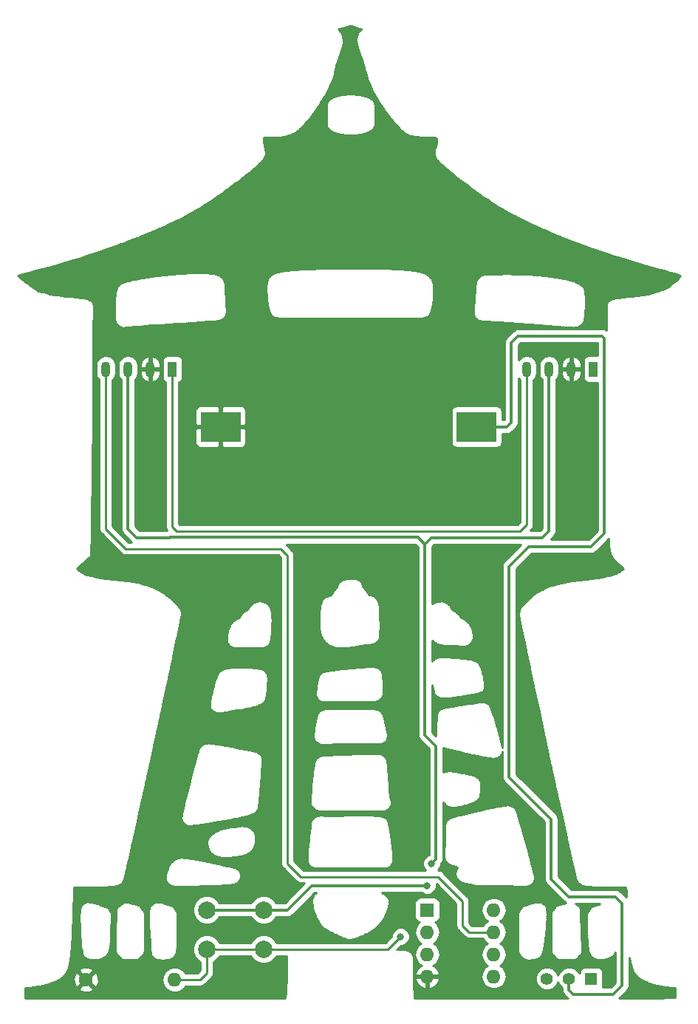
<source format=gbr>
G04 #@! TF.GenerationSoftware,KiCad,Pcbnew,5.0.0-fee4fd1~66~ubuntu18.04.1*
G04 #@! TF.CreationDate,2018-08-08T07:38:06+02:00*
G04 #@! TF.ProjectId,Saba-TIC18,536162612D54494331382E6B69636164,rev?*
G04 #@! TF.SameCoordinates,Original*
G04 #@! TF.FileFunction,Copper,L2,Bot,Signal*
G04 #@! TF.FilePolarity,Positive*
%FSLAX46Y46*%
G04 Gerber Fmt 4.6, Leading zero omitted, Abs format (unit mm)*
G04 Created by KiCad (PCBNEW 5.0.0-fee4fd1~66~ubuntu18.04.1) date Wed Aug  8 07:38:06 2018*
%MOMM*%
%LPD*%
G01*
G04 APERTURE LIST*
G04 #@! TA.AperFunction,ComponentPad*
%ADD10O,1.070000X1.800000*%
G04 #@! TD*
G04 #@! TA.AperFunction,ComponentPad*
%ADD11R,1.070000X1.800000*%
G04 #@! TD*
G04 #@! TA.AperFunction,ComponentPad*
%ADD12O,1.600000X1.600000*%
G04 #@! TD*
G04 #@! TA.AperFunction,ComponentPad*
%ADD13C,1.600000*%
G04 #@! TD*
G04 #@! TA.AperFunction,ComponentPad*
%ADD14C,1.400000*%
G04 #@! TD*
G04 #@! TA.AperFunction,ComponentPad*
%ADD15R,1.400000X1.400000*%
G04 #@! TD*
G04 #@! TA.AperFunction,ComponentPad*
%ADD16C,2.000000*%
G04 #@! TD*
G04 #@! TA.AperFunction,ComponentPad*
%ADD17R,1.600000X1.600000*%
G04 #@! TD*
G04 #@! TA.AperFunction,SMDPad,CuDef*
%ADD18R,4.540000X3.510000*%
G04 #@! TD*
G04 #@! TA.AperFunction,ViaPad*
%ADD19C,0.800000*%
G04 #@! TD*
G04 #@! TA.AperFunction,Conductor*
%ADD20C,0.350000*%
G04 #@! TD*
G04 #@! TA.AperFunction,Conductor*
%ADD21C,0.250000*%
G04 #@! TD*
G04 #@! TA.AperFunction,Conductor*
%ADD22C,0.254000*%
G04 #@! TD*
%ADD23C,0.254000*%
G04 APERTURE END LIST*
D10*
G04 #@! TO.P,led,4*
G04 #@! TO.N,Net-(D1-Pad2)*
X162052000Y-74676000D03*
G04 #@! TO.P,led,1*
G04 #@! TO.N,Net-(D1-Pad1)*
X164592000Y-74676000D03*
G04 #@! TO.P,led,3*
G04 #@! TO.N,GND*
X167132000Y-74676000D03*
D11*
G04 #@! TO.P,led,2*
G04 #@! TO.N,N/C*
X169672000Y-74676000D03*
G04 #@! TD*
G04 #@! TO.P,led,2*
G04 #@! TO.N,Net-(D1-Pad2)*
X121412000Y-74676000D03*
D10*
G04 #@! TO.P,led,3*
G04 #@! TO.N,GND*
X118872000Y-74676000D03*
G04 #@! TO.P,led,1*
G04 #@! TO.N,Net-(D1-Pad1)*
X116332000Y-74676000D03*
G04 #@! TO.P,led,4*
G04 #@! TO.N,Net-(D1-Pad4)*
X113792000Y-74676000D03*
G04 #@! TD*
D12*
G04 #@! TO.P,10k,2*
G04 #@! TO.N,Net-(R1-Pad2)*
X121666000Y-144653000D03*
D13*
G04 #@! TO.P,10k,1*
G04 #@! TO.N,GND*
X111506000Y-144653000D03*
G04 #@! TD*
D14*
G04 #@! TO.P,interruptor,3*
G04 #@! TO.N,Net-(D1-Pad1)*
X164338000Y-144526000D03*
G04 #@! TO.P,interruptor,2*
G04 #@! TO.N,Net-(BT1-Pad1)*
X166878000Y-144526000D03*
D15*
G04 #@! TO.P,interruptor,1*
G04 #@! TO.N,N/C*
X169418000Y-144526000D03*
G04 #@! TD*
D16*
G04 #@! TO.P,Polsador,1*
G04 #@! TO.N,Net-(D1-Pad1)*
X131849000Y-136652000D03*
G04 #@! TO.P,Polsador,2*
G04 #@! TO.N,Net-(R1-Pad2)*
X131849000Y-141152000D03*
G04 #@! TO.P,Polsador,1*
G04 #@! TO.N,Net-(D1-Pad1)*
X125349000Y-136652000D03*
G04 #@! TO.P,Polsador,2*
G04 #@! TO.N,Net-(R1-Pad2)*
X125349000Y-141152000D03*
G04 #@! TD*
D12*
G04 #@! TO.P,Processador,8*
G04 #@! TO.N,Net-(D1-Pad1)*
X158242000Y-136652000D03*
G04 #@! TO.P,Processador,4*
G04 #@! TO.N,GND*
X150622000Y-144272000D03*
G04 #@! TO.P,Processador,7*
G04 #@! TO.N,Net-(D1-Pad4)*
X158242000Y-139192000D03*
G04 #@! TO.P,Processador,3*
G04 #@! TO.N,N/C*
X150622000Y-141732000D03*
G04 #@! TO.P,Processador,6*
X158242000Y-141732000D03*
G04 #@! TO.P,Processador,2*
G04 #@! TO.N,Net-(R1-Pad2)*
X150622000Y-139192000D03*
G04 #@! TO.P,Processador,5*
G04 #@! TO.N,N/C*
X158242000Y-144272000D03*
D17*
G04 #@! TO.P,Processador,1*
X150622000Y-136652000D03*
G04 #@! TD*
D18*
G04 #@! TO.P,BT1,2*
G04 #@! TO.N,GND*
X126925000Y-81280000D03*
G04 #@! TO.P,BT1,1*
G04 #@! TO.N,Net-(BT1-Pad1)*
X156285000Y-81280000D03*
G04 #@! TD*
D19*
G04 #@! TO.N,Net-(D1-Pad1)*
X150622000Y-133858000D03*
X151130000Y-131318000D03*
G04 #@! TO.N,GND*
X163830000Y-121158000D03*
X154178000Y-144526000D03*
X116586000Y-144780000D03*
X174244000Y-145796000D03*
X141986000Y-90424000D03*
X118872000Y-78232000D03*
X167132000Y-78232000D03*
X119126000Y-97536000D03*
X141732000Y-97536000D03*
X156210000Y-97536000D03*
G04 #@! TO.N,Net-(R1-Pad2)*
X147574000Y-139700000D03*
G04 #@! TD*
D20*
G04 #@! TO.N,Net-(D1-Pad1)*
X134620000Y-136652000D02*
X131849000Y-136652000D01*
X150622000Y-133858000D02*
X137414000Y-133858000D01*
X137414000Y-133858000D02*
X134620000Y-136652000D01*
X130434787Y-136652000D02*
X125349000Y-136652000D01*
X131849000Y-136652000D02*
X130434787Y-136652000D01*
X151130000Y-131318000D02*
X151638000Y-130810000D01*
X151638000Y-130810000D02*
X151638000Y-117856000D01*
X151638000Y-117856000D02*
X150368000Y-116586000D01*
X150368000Y-116586000D02*
X150368000Y-97536000D01*
X150368000Y-97536000D02*
X150368000Y-94742000D01*
X150368000Y-94742000D02*
X151130000Y-93980000D01*
X151130000Y-93980000D02*
X163830000Y-93980000D01*
X163830000Y-93980000D02*
X164592000Y-93218000D01*
X164592000Y-74676000D02*
X164592000Y-88138000D01*
X164592000Y-93218000D02*
X164592000Y-90678000D01*
X164592000Y-88138000D02*
X164592000Y-90678000D01*
X164592000Y-90678000D02*
X164592000Y-90424000D01*
X116332000Y-74311000D02*
X116332000Y-74676000D01*
X116332000Y-92964000D02*
X116332000Y-74676000D01*
X117348000Y-93980000D02*
X116332000Y-92964000D01*
X121131998Y-93980000D02*
X117348000Y-93980000D01*
X121144999Y-93966999D02*
X121131998Y-93980000D01*
X150368000Y-94742000D02*
X149592999Y-93966999D01*
X149592999Y-93966999D02*
X121144999Y-93966999D01*
D21*
G04 #@! TO.N,Net-(D1-Pad2)*
X162052000Y-74676000D02*
X162052000Y-92456000D01*
X162052000Y-92456000D02*
X161290000Y-93218000D01*
X161290000Y-93218000D02*
X121920000Y-93218000D01*
X121412000Y-92710000D02*
X121412000Y-74676000D01*
X121920000Y-93218000D02*
X121412000Y-92710000D01*
D20*
G04 #@! TO.N,GND*
X126925000Y-81280000D02*
X126410000Y-81280000D01*
D21*
G04 #@! TO.N,Net-(D1-Pad4)*
X113792000Y-92964000D02*
X113792000Y-74676000D01*
X116078000Y-95250000D02*
X113792000Y-92964000D01*
X158242000Y-139192000D02*
X155448000Y-139192000D01*
X133858000Y-95250000D02*
X116078000Y-95250000D01*
X154686000Y-138430000D02*
X154686000Y-135636000D01*
X134620000Y-131318000D02*
X134620000Y-96012000D01*
X155448000Y-139192000D02*
X154686000Y-138430000D01*
X136144000Y-132842000D02*
X134620000Y-131318000D01*
X134620000Y-96012000D02*
X133858000Y-95250000D01*
X154686000Y-135636000D02*
X151892000Y-132842000D01*
X151892000Y-132842000D02*
X136144000Y-132842000D01*
D20*
G04 #@! TO.N,Net-(BT1-Pad1)*
X156285000Y-81280000D02*
X157301000Y-80264000D01*
X159766000Y-81280000D02*
X156285000Y-81280000D01*
X161036000Y-70866000D02*
X160274000Y-71628000D01*
X172974000Y-135890000D02*
X172212000Y-135128000D01*
X172974000Y-145288000D02*
X172974000Y-135890000D01*
X170688000Y-70866000D02*
X161036000Y-70866000D01*
X171958000Y-146304000D02*
X172974000Y-145288000D01*
X167386000Y-146304000D02*
X171958000Y-146304000D01*
X170942000Y-71120000D02*
X170688000Y-70866000D01*
X166878000Y-145796000D02*
X167386000Y-146304000D01*
X172212000Y-135128000D02*
X166878000Y-135128000D01*
X169418000Y-94996000D02*
X170942000Y-93472000D01*
X160274000Y-71628000D02*
X160274000Y-80772000D01*
X166878000Y-135128000D02*
X164846000Y-133096000D01*
X164846000Y-133096000D02*
X164846000Y-126238000D01*
X164846000Y-126238000D02*
X160020000Y-121412000D01*
X160020000Y-121412000D02*
X160020000Y-97282000D01*
X160274000Y-80772000D02*
X159766000Y-81280000D01*
X160020000Y-97282000D02*
X162306000Y-94996000D01*
X166878000Y-144526000D02*
X166878000Y-145796000D01*
X162306000Y-94996000D02*
X169418000Y-94996000D01*
X170942000Y-93472000D02*
X170942000Y-71120000D01*
D21*
G04 #@! TO.N,Net-(R1-Pad2)*
X146122000Y-141152000D02*
X131849000Y-141152000D01*
X147574000Y-139700000D02*
X146122000Y-141152000D01*
X121666000Y-144653000D02*
X124587000Y-144653000D01*
X125349000Y-143891000D02*
X125349000Y-141152000D01*
X124587000Y-144653000D02*
X125349000Y-143891000D01*
X125349000Y-141152000D02*
X131849000Y-141152000D01*
G04 #@! TD*
D22*
G04 #@! TO.N,GND*
X141819999Y-35318306D02*
X141820000Y-35318306D01*
X141126485Y-35559606D02*
X142481059Y-35559606D01*
X140500053Y-35800906D02*
X142956806Y-35800906D01*
X140701467Y-36042206D02*
X142747200Y-36042206D01*
X140835914Y-36283506D02*
X142613485Y-36283506D01*
X140923642Y-36524806D02*
X142526434Y-36524806D01*
X140970478Y-36766106D02*
X142479395Y-36766106D01*
X140990171Y-37007406D02*
X142474648Y-37007406D01*
X140980143Y-37248706D02*
X142486023Y-37248706D01*
X140951902Y-37490006D02*
X142551241Y-37490006D01*
X140904044Y-37731306D02*
X142616462Y-37731306D01*
X140842348Y-37972606D02*
X142681684Y-37972606D01*
X140757395Y-38213906D02*
X142762480Y-38213906D01*
X140672445Y-38455206D02*
X142842757Y-38455206D01*
X140587495Y-38696506D02*
X142923034Y-38696506D01*
X140502548Y-38937806D02*
X143003311Y-38937806D01*
X140417581Y-39179106D02*
X143076088Y-39179106D01*
X140332615Y-39420406D02*
X143147442Y-39420406D01*
X140247648Y-39661706D02*
X143218796Y-39661706D01*
X140167301Y-39903006D02*
X143290151Y-39903006D01*
X140116116Y-40144306D02*
X143361507Y-40144306D01*
X140064932Y-40385606D02*
X143436802Y-40385606D01*
X140019202Y-40626906D02*
X143516195Y-40626906D01*
X139976103Y-40868206D02*
X143595588Y-40868206D01*
X139910923Y-41109506D02*
X143674980Y-41109506D01*
X139822822Y-41350806D02*
X143754373Y-41350806D01*
X139734719Y-41592106D02*
X143833766Y-41592106D01*
X139633727Y-41833406D02*
X143928681Y-41833406D01*
X139520945Y-42074706D02*
X144030410Y-42074706D01*
X139408164Y-42316006D02*
X144132140Y-42316006D01*
X139292161Y-42557306D02*
X144233870Y-42557306D01*
X139160927Y-42798606D02*
X144335600Y-42798606D01*
X139030477Y-43039906D02*
X144459170Y-43039906D01*
X138900029Y-43281206D02*
X140539132Y-43281206D01*
X143131935Y-43281206D02*
X144599143Y-43281206D01*
X138759448Y-43522506D02*
X139770991Y-43522506D01*
X143900265Y-43522506D02*
X144739114Y-43522506D01*
X138614021Y-43763806D02*
X139394460Y-43763806D01*
X144276956Y-43763806D02*
X144879087Y-43763806D01*
X138468597Y-44005106D02*
X139182514Y-44005106D01*
X144488923Y-44005106D02*
X145018831Y-44005106D01*
X138323171Y-44246406D02*
X139071497Y-44246406D01*
X144599968Y-44246406D02*
X145183689Y-44246406D01*
X138162561Y-44487706D02*
X139033287Y-44487706D01*
X144638177Y-44487706D02*
X145348548Y-44487706D01*
X138002140Y-44729006D02*
X139034906Y-44729006D01*
X144636559Y-44729006D02*
X145513406Y-44729006D01*
X137841718Y-44970306D02*
X139034906Y-44970306D01*
X144636559Y-44970306D02*
X145678264Y-44970306D01*
X137674461Y-45211606D02*
X139034906Y-45211606D01*
X144636559Y-45211606D02*
X145843122Y-45211606D01*
X137496586Y-45452906D02*
X139034906Y-45452906D01*
X144636559Y-45452906D02*
X146032029Y-45452906D01*
X137318713Y-45694206D02*
X139034906Y-45694206D01*
X144636559Y-45694206D02*
X146219290Y-45694206D01*
X137141413Y-45935506D02*
X139034906Y-45935506D01*
X144636559Y-45935506D02*
X146406550Y-45935506D01*
X136939886Y-46176806D02*
X139034906Y-46176806D01*
X144636559Y-46176806D02*
X146593813Y-46176806D01*
X136738355Y-46418106D02*
X139034906Y-46418106D01*
X144636559Y-46418106D02*
X146795342Y-46418106D01*
X136538993Y-46659406D02*
X139041415Y-46659406D01*
X144630048Y-46659406D02*
X147015428Y-46659406D01*
X136304820Y-46900706D02*
X139108949Y-46900706D01*
X144562488Y-46900706D02*
X147235513Y-46900706D01*
X136053784Y-47142006D02*
X139257046Y-47142006D01*
X144414393Y-47142006D02*
X147455600Y-47142006D01*
X135772065Y-47383306D02*
X139526774Y-47383306D01*
X144144637Y-47383306D02*
X147714185Y-47383306D01*
X135399218Y-47624606D02*
X140023100Y-47624606D01*
X143648085Y-47624606D02*
X147985195Y-47624606D01*
X134899825Y-47865906D02*
X141316807Y-47865906D01*
X142354135Y-47865906D02*
X148406579Y-47865906D01*
X133862140Y-48107206D02*
X149982157Y-48107206D01*
X131862839Y-48348506D02*
X151699792Y-48348506D01*
X131892185Y-48589806D02*
X151680016Y-48589806D01*
X131921751Y-48831106D02*
X151660240Y-48831106D01*
X131951319Y-49072406D02*
X151605375Y-49072406D01*
X132008475Y-49313706D02*
X151534647Y-49313706D01*
X132069971Y-49555006D02*
X151450670Y-49555006D01*
X132101307Y-49796306D02*
X151416293Y-49796306D01*
X132106434Y-50037606D02*
X151420757Y-50037606D01*
X132022019Y-50278906D02*
X151471366Y-50278906D01*
X131915958Y-50520206D02*
X151562881Y-50520206D01*
X131728104Y-50761506D02*
X151738712Y-50761506D01*
X131519383Y-51002806D02*
X151950115Y-51002806D01*
X131270837Y-51244106D02*
X152218163Y-51244106D01*
X131006419Y-51485406D02*
X152484413Y-51485406D01*
X130717804Y-51726706D02*
X152781915Y-51726706D01*
X130429188Y-51968006D02*
X153079417Y-51968006D01*
X130140573Y-52209306D02*
X153376922Y-52209306D01*
X129851957Y-52450606D02*
X153674424Y-52450606D01*
X129563340Y-52691906D02*
X153971924Y-52691906D01*
X129239587Y-52933206D02*
X154281988Y-52933206D01*
X128918035Y-53174506D02*
X154601681Y-53174506D01*
X128596483Y-53415806D02*
X154921373Y-53415806D01*
X128274932Y-53657106D02*
X155241067Y-53657106D01*
X127953381Y-53898406D02*
X155560759Y-53898406D01*
X127631831Y-54139706D02*
X155880451Y-54139706D01*
X127281598Y-54381006D02*
X156211131Y-54381006D01*
X126932415Y-54622306D02*
X156555640Y-54622306D01*
X126583233Y-54863606D02*
X156900149Y-54863606D01*
X126234052Y-55104906D02*
X157244658Y-55104906D01*
X125884870Y-55346206D02*
X157589167Y-55346206D01*
X125527383Y-55587506D02*
X157933676Y-55587506D01*
X125139760Y-55828806D02*
X158334892Y-55828806D01*
X124752137Y-56070106D02*
X158734965Y-56070106D01*
X124364514Y-56311406D02*
X159135041Y-56311406D01*
X123976891Y-56552706D02*
X159535115Y-56552706D01*
X123554622Y-56794006D02*
X159983007Y-56794006D01*
X123099231Y-57035306D02*
X160447898Y-57035306D01*
X122643838Y-57276606D02*
X160912789Y-57276606D01*
X122188445Y-57517906D02*
X161377681Y-57517906D01*
X121693481Y-57759206D02*
X161865684Y-57759206D01*
X121174517Y-58000506D02*
X162391137Y-58000506D01*
X120655555Y-58241806D02*
X162916586Y-58241806D01*
X120136590Y-58483106D02*
X163442035Y-58483106D01*
X119577163Y-58724406D02*
X163967487Y-58724406D01*
X118998308Y-58965706D02*
X164553218Y-58965706D01*
X118419456Y-59207006D02*
X165137908Y-59207006D01*
X117840605Y-59448306D02*
X165722602Y-59448306D01*
X117220591Y-59689606D02*
X166307299Y-59689606D01*
X116583371Y-59930906D02*
X166934708Y-59930906D01*
X115946152Y-60172206D02*
X167580147Y-60172206D01*
X115308938Y-60413506D02*
X168225588Y-60413506D01*
X114627580Y-60654806D02*
X168871030Y-60654806D01*
X113931510Y-60896106D02*
X169549258Y-60896106D01*
X113235445Y-61137406D02*
X170260129Y-61137406D01*
X112539381Y-61378706D02*
X170971001Y-61378706D01*
X111791004Y-61620006D02*
X171681874Y-61620006D01*
X111033489Y-61861306D02*
X172428050Y-61861306D01*
X110275982Y-62102606D02*
X173213180Y-62102606D01*
X109518470Y-62343906D02*
X173998311Y-62343906D01*
X108691007Y-62585206D02*
X174783443Y-62585206D01*
X107866985Y-62826506D02*
X175630303Y-62826506D01*
X107042966Y-63067806D02*
X176504686Y-63067806D01*
X106130844Y-63309106D02*
X135126624Y-63309106D01*
X148541826Y-63309106D02*
X177379068Y-63309106D01*
X105125213Y-63550406D02*
X133438159Y-63550406D01*
X149943644Y-63550406D02*
X178254218Y-63550406D01*
X104227358Y-63791706D02*
X121395356Y-63791706D01*
X126441881Y-63791706D02*
X132802234Y-63791706D01*
X150555946Y-63791706D02*
X157294373Y-63791706D01*
X157314707Y-63791706D02*
X157345248Y-63791706D01*
X161787918Y-63791706D02*
X179132019Y-63791706D01*
X103750738Y-64033006D02*
X119204846Y-64033006D01*
X126928296Y-64033006D02*
X132534793Y-64033006D01*
X150848640Y-64033006D02*
X156596246Y-64033006D01*
X164706063Y-64033006D02*
X179570327Y-64033006D01*
X104057885Y-64274306D02*
X117632947Y-64274306D01*
X127185721Y-64274306D02*
X132343319Y-64274306D01*
X151066925Y-64274306D02*
X156367135Y-64274306D01*
X166191670Y-64274306D02*
X179331794Y-64274306D01*
X104365029Y-64515606D02*
X116487115Y-64515606D01*
X127347116Y-64515606D02*
X132256166Y-64515606D01*
X151182676Y-64515606D02*
X156246931Y-64515606D01*
X167158331Y-64515606D02*
X179093267Y-64515606D01*
X104673517Y-64756906D02*
X115669112Y-64756906D01*
X127422592Y-64756906D02*
X132195560Y-64756906D01*
X151280089Y-64756906D02*
X156157660Y-64756906D01*
X167784356Y-64756906D02*
X178822906Y-64756906D01*
X104990645Y-64998206D02*
X115258944Y-64998206D01*
X127429412Y-64998206D02*
X132171341Y-64998206D01*
X151322982Y-64998206D02*
X156124655Y-64998206D01*
X168219572Y-64998206D02*
X178524777Y-64998206D01*
X105307770Y-65239506D02*
X115051466Y-65239506D01*
X127444517Y-65239506D02*
X132155740Y-65239506D01*
X151362484Y-65239506D02*
X156103917Y-65239506D01*
X168485653Y-65239506D02*
X178194697Y-65239506D01*
X105688033Y-65480806D02*
X114956384Y-65480806D01*
X127468756Y-65480806D02*
X132152424Y-65480806D01*
X151369903Y-65480806D02*
X156083446Y-65480806D01*
X168617596Y-65480806D02*
X177753940Y-65480806D01*
X106118827Y-65722106D02*
X114887896Y-65722106D01*
X127483432Y-65722106D02*
X132153275Y-65722106D01*
X151381098Y-65722106D02*
X156062975Y-65722106D01*
X168683338Y-65722106D02*
X177138973Y-65722106D01*
X107094117Y-65963406D02*
X114846426Y-65963406D01*
X127499879Y-65963406D02*
X132167343Y-65963406D01*
X151366467Y-65963406D02*
X156042504Y-65963406D01*
X168720155Y-65963406D02*
X176339985Y-65963406D01*
X108274826Y-66204706D02*
X114811013Y-66204706D01*
X127516327Y-66204706D02*
X132181062Y-66204706D01*
X151351837Y-66204706D02*
X156022032Y-66204706D01*
X168747683Y-66204706D02*
X175019000Y-66204706D01*
X110591744Y-66446006D02*
X114801083Y-66446006D01*
X127532774Y-66446006D02*
X132194783Y-66446006D01*
X151337208Y-66446006D02*
X156000544Y-66446006D01*
X168758495Y-66446006D02*
X172928664Y-66446006D01*
X111854796Y-66687306D02*
X114790404Y-66687306D01*
X127544954Y-66687306D02*
X132207394Y-66687306D01*
X151322579Y-66687306D02*
X155984334Y-66687306D01*
X168762563Y-66687306D02*
X171580385Y-66687306D01*
X112177747Y-66928606D02*
X114779726Y-66928606D01*
X127557719Y-66928606D02*
X132242284Y-66928606D01*
X151290785Y-66928606D02*
X155968124Y-66928606D01*
X168766628Y-66928606D02*
X171302984Y-66928606D01*
X112309943Y-67169906D02*
X114769047Y-67169906D01*
X127570484Y-67169906D02*
X132281902Y-67169906D01*
X151249836Y-67169906D02*
X155951913Y-67169906D01*
X168770684Y-67169906D02*
X171190025Y-67169906D01*
X112359902Y-67411206D02*
X114758369Y-67411206D01*
X127583249Y-67411206D02*
X132321518Y-67411206D01*
X151208888Y-67411206D02*
X155935703Y-67411206D01*
X168777075Y-67411206D02*
X171138964Y-67411206D01*
X112370861Y-67652506D02*
X114748442Y-67652506D01*
X127596014Y-67652506D02*
X132361135Y-67652506D01*
X151167938Y-67652506D02*
X155914255Y-67652506D01*
X168761348Y-67652506D02*
X171150781Y-67652506D01*
X112368742Y-67893806D02*
X114750152Y-67893806D01*
X127607280Y-67893806D02*
X132429386Y-67893806D01*
X151103365Y-67893806D02*
X155891010Y-67893806D01*
X168745620Y-67893806D02*
X171157315Y-67893806D01*
X112367378Y-68135106D02*
X114750152Y-68135106D01*
X127609381Y-68135106D02*
X132508166Y-68135106D01*
X151029760Y-68135106D02*
X155887942Y-68135106D01*
X168729893Y-68135106D02*
X171161865Y-68135106D01*
X112367378Y-68376406D02*
X114750152Y-68376406D01*
X127589357Y-68376406D02*
X132631897Y-68376406D01*
X150926001Y-68376406D02*
X155908814Y-68376406D01*
X168714166Y-68376406D02*
X171161865Y-68376406D01*
X112367378Y-68617706D02*
X114750314Y-68617706D01*
X127499187Y-68617706D02*
X132842500Y-68617706D01*
X150695890Y-68617706D02*
X155992594Y-68617706D01*
X168698439Y-68617706D02*
X171161865Y-68617706D01*
X112364606Y-68859006D02*
X114750574Y-68859006D01*
X127321697Y-68859006D02*
X149645088Y-68859006D01*
X150067523Y-68859006D02*
X156133835Y-68859006D01*
X168654691Y-68859006D02*
X171161865Y-68859006D01*
X112355840Y-69100306D02*
X114806602Y-69100306D01*
X126873556Y-69100306D02*
X156447300Y-69100306D01*
X168608245Y-69100306D02*
X171161865Y-69100306D01*
X112347074Y-69341606D02*
X114880264Y-69341606D01*
X124071934Y-69341606D02*
X159194089Y-69341606D01*
X168514230Y-69341606D02*
X171161865Y-69341606D01*
X112338308Y-69582906D02*
X115049466Y-69582906D01*
X120485188Y-69582906D02*
X162724456Y-69582906D01*
X168349651Y-69582906D02*
X171161865Y-69582906D01*
X112329543Y-69824206D02*
X115362908Y-69824206D01*
X117143407Y-69824206D02*
X165895719Y-69824206D01*
X167966649Y-69824206D02*
X171161865Y-69824206D01*
X112320777Y-70065506D02*
X160908435Y-70065506D01*
X170815565Y-70065506D02*
X171161865Y-70065506D01*
X112314340Y-70306806D02*
X160435464Y-70306806D01*
X112313263Y-70548106D02*
X160208382Y-70548106D01*
X112310567Y-70789406D02*
X159967082Y-70789406D01*
X112307889Y-71030706D02*
X159709954Y-71030706D01*
X112305280Y-71272006D02*
X159537691Y-71272006D01*
X112303035Y-71513306D02*
X159470946Y-71513306D01*
X112298163Y-71754606D02*
X159464000Y-71754606D01*
X112292223Y-71995906D02*
X159464000Y-71995906D01*
X112286551Y-72237206D02*
X159464000Y-72237206D01*
X112291860Y-72478506D02*
X159464000Y-72478506D01*
X112297169Y-72719806D02*
X159464000Y-72719806D01*
X112302479Y-72961106D02*
X159464000Y-72961106D01*
X112307788Y-73202406D02*
X113368062Y-73202406D01*
X114215939Y-73202406D02*
X115908062Y-73202406D01*
X116755939Y-73202406D02*
X118523376Y-73202406D01*
X118593767Y-73202406D02*
X119150234Y-73202406D01*
X119220625Y-73202406D02*
X120592475Y-73202406D01*
X122231526Y-73202406D02*
X159464000Y-73202406D01*
X112313097Y-73443706D02*
X112984054Y-73443706D01*
X114599948Y-73443706D02*
X115524054Y-73443706D01*
X117139948Y-73443706D02*
X118092763Y-73443706D01*
X118745000Y-73443706D02*
X118999000Y-73443706D01*
X119651238Y-73443706D02*
X120335324Y-73443706D01*
X122488677Y-73443706D02*
X159464000Y-73443706D01*
X112318406Y-73685006D02*
X112803130Y-73685006D01*
X114780871Y-73685006D02*
X115343130Y-73685006D01*
X117320871Y-73685006D02*
X117890683Y-73685006D01*
X118745000Y-73685006D02*
X118999000Y-73685006D01*
X119853318Y-73685006D02*
X120247660Y-73685006D01*
X122576341Y-73685006D02*
X159464000Y-73685006D01*
X112323715Y-73926306D02*
X112675600Y-73926306D01*
X114908401Y-73926306D02*
X115215600Y-73926306D01*
X117448401Y-73926306D02*
X117782980Y-73926306D01*
X118745000Y-73926306D02*
X118999000Y-73926306D01*
X119961021Y-73926306D02*
X120229560Y-73926306D01*
X122594440Y-73926306D02*
X159464000Y-73926306D01*
X112329024Y-74167606D02*
X112627602Y-74167606D01*
X114956398Y-74167606D02*
X115167602Y-74167606D01*
X117496399Y-74167606D02*
X117707152Y-74167606D01*
X118745000Y-74167606D02*
X118999000Y-74167606D01*
X120036849Y-74167606D02*
X120229560Y-74167606D01*
X122594440Y-74167606D02*
X159464000Y-74167606D01*
X112334333Y-74408906D02*
X112622000Y-74408906D01*
X114962000Y-74408906D02*
X115162000Y-74408906D01*
X117502000Y-74408906D02*
X117702000Y-74408906D01*
X118745000Y-74408906D02*
X118999000Y-74408906D01*
X120042000Y-74408906D02*
X120229560Y-74408906D01*
X122594440Y-74408906D02*
X159464000Y-74408906D01*
X112339643Y-74650206D02*
X112622000Y-74650206D01*
X114962000Y-74650206D02*
X115162000Y-74650206D01*
X117502000Y-74650206D02*
X120229560Y-74650206D01*
X122594440Y-74650206D02*
X159464000Y-74650206D01*
X112344952Y-74891506D02*
X112622000Y-74891506D01*
X114962000Y-74891506D02*
X115162000Y-74891506D01*
X117502000Y-74891506D02*
X117702000Y-74891506D01*
X118745000Y-74891506D02*
X118999000Y-74891506D01*
X120042000Y-74891506D02*
X120229560Y-74891506D01*
X122594440Y-74891506D02*
X159464000Y-74891506D01*
X112347835Y-75132806D02*
X112622000Y-75132806D01*
X114962000Y-75132806D02*
X115162000Y-75132806D01*
X117502000Y-75132806D02*
X117702000Y-75132806D01*
X118745000Y-75132806D02*
X118999000Y-75132806D01*
X120042000Y-75132806D02*
X120229560Y-75132806D01*
X122594440Y-75132806D02*
X159464000Y-75132806D01*
X112346605Y-75374106D02*
X112665338Y-75374106D01*
X114918661Y-75374106D02*
X115205338Y-75374106D01*
X117458661Y-75374106D02*
X117766767Y-75374106D01*
X118745000Y-75374106D02*
X118999000Y-75374106D01*
X119977232Y-75374106D02*
X120229560Y-75374106D01*
X122594440Y-75374106D02*
X159464000Y-75374106D01*
X112345376Y-75615406D02*
X112768660Y-75615406D01*
X114815340Y-75615406D02*
X115308660Y-75615406D01*
X117355340Y-75615406D02*
X117847478Y-75615406D01*
X118745000Y-75615406D02*
X118999000Y-75615406D01*
X119896521Y-75615406D02*
X120237398Y-75615406D01*
X122586601Y-75615406D02*
X159464000Y-75615406D01*
X112344146Y-75856706D02*
X112929890Y-75856706D01*
X114654109Y-75856706D02*
X115469890Y-75856706D01*
X117194109Y-75856706D02*
X118049559Y-75856706D01*
X118745000Y-75856706D02*
X118999000Y-75856706D01*
X119694440Y-75856706D02*
X120300853Y-75856706D01*
X122523146Y-75856706D02*
X159464000Y-75856706D01*
X161084000Y-75856706D02*
X161189890Y-75856706D01*
X112342916Y-76098006D02*
X113032001Y-76098006D01*
X114552000Y-76098006D02*
X115522001Y-76098006D01*
X117142000Y-76098006D02*
X118418601Y-76098006D01*
X118667823Y-76098006D02*
X119076176Y-76098006D01*
X119325398Y-76098006D02*
X120515267Y-76098006D01*
X122308732Y-76098006D02*
X159464000Y-76098006D01*
X161084000Y-76098006D02*
X161292000Y-76098006D01*
X112341686Y-76339306D02*
X113032001Y-76339306D01*
X114552000Y-76339306D02*
X115522001Y-76339306D01*
X117142000Y-76339306D02*
X120652001Y-76339306D01*
X122172000Y-76339306D02*
X159464000Y-76339306D01*
X161084000Y-76339306D02*
X161292000Y-76339306D01*
X112340456Y-76580606D02*
X113032001Y-76580606D01*
X114552000Y-76580606D02*
X115522001Y-76580606D01*
X117142000Y-76580606D02*
X120652001Y-76580606D01*
X122172000Y-76580606D02*
X159464000Y-76580606D01*
X161084000Y-76580606D02*
X161292000Y-76580606D01*
X112339226Y-76821906D02*
X113032001Y-76821906D01*
X114552000Y-76821906D02*
X115522001Y-76821906D01*
X117142000Y-76821906D02*
X120652001Y-76821906D01*
X122172000Y-76821906D02*
X159464000Y-76821906D01*
X161084000Y-76821906D02*
X161292000Y-76821906D01*
X112337997Y-77063206D02*
X113032001Y-77063206D01*
X114552000Y-77063206D02*
X115522001Y-77063206D01*
X117142000Y-77063206D02*
X120652001Y-77063206D01*
X122172000Y-77063206D02*
X159464000Y-77063206D01*
X161084000Y-77063206D02*
X161292000Y-77063206D01*
X112336767Y-77304506D02*
X113032001Y-77304506D01*
X114552000Y-77304506D02*
X115522001Y-77304506D01*
X117142000Y-77304506D02*
X120652001Y-77304506D01*
X122172000Y-77304506D02*
X159464000Y-77304506D01*
X161084000Y-77304506D02*
X161292000Y-77304506D01*
X112335537Y-77545806D02*
X113032001Y-77545806D01*
X114552000Y-77545806D02*
X115522001Y-77545806D01*
X117142000Y-77545806D02*
X120652001Y-77545806D01*
X122172000Y-77545806D02*
X159464000Y-77545806D01*
X161084000Y-77545806D02*
X161292000Y-77545806D01*
X112334307Y-77787106D02*
X113032001Y-77787106D01*
X114552000Y-77787106D02*
X115522001Y-77787106D01*
X117142000Y-77787106D02*
X120652001Y-77787106D01*
X122172000Y-77787106D02*
X159464000Y-77787106D01*
X161084000Y-77787106D02*
X161292000Y-77787106D01*
X112333077Y-78028406D02*
X113032001Y-78028406D01*
X114552000Y-78028406D02*
X115522001Y-78028406D01*
X117142000Y-78028406D02*
X120652001Y-78028406D01*
X122172000Y-78028406D02*
X159464000Y-78028406D01*
X161084000Y-78028406D02*
X161292000Y-78028406D01*
X112331847Y-78269706D02*
X113032001Y-78269706D01*
X114552000Y-78269706D02*
X115522001Y-78269706D01*
X117142000Y-78269706D02*
X120652001Y-78269706D01*
X122172000Y-78269706D02*
X159464000Y-78269706D01*
X161084000Y-78269706D02*
X161292000Y-78269706D01*
X112330617Y-78511006D02*
X113032001Y-78511006D01*
X114552000Y-78511006D02*
X115522001Y-78511006D01*
X117142000Y-78511006D02*
X120652001Y-78511006D01*
X122172000Y-78511006D02*
X159464000Y-78511006D01*
X161084000Y-78511006D02*
X161292000Y-78511006D01*
X112329387Y-78752306D02*
X113032001Y-78752306D01*
X114552000Y-78752306D02*
X115522001Y-78752306D01*
X117142000Y-78752306D02*
X120652001Y-78752306D01*
X122172000Y-78752306D02*
X159464000Y-78752306D01*
X161084000Y-78752306D02*
X161292000Y-78752306D01*
X112328157Y-78993606D02*
X113032001Y-78993606D01*
X114552000Y-78993606D02*
X115522001Y-78993606D01*
X117142000Y-78993606D02*
X120652001Y-78993606D01*
X122172000Y-78993606D02*
X124288369Y-78993606D01*
X126742856Y-78993606D02*
X127107144Y-78993606D01*
X129561632Y-78993606D02*
X153667318Y-78993606D01*
X158902683Y-78993606D02*
X159464000Y-78993606D01*
X161084000Y-78993606D02*
X161292000Y-78993606D01*
X112326927Y-79234906D02*
X113032001Y-79234906D01*
X114552000Y-79234906D02*
X115522001Y-79234906D01*
X117142000Y-79234906D02*
X120652001Y-79234906D01*
X122172000Y-79234906D02*
X124087842Y-79234906D01*
X126798000Y-79234906D02*
X127052000Y-79234906D01*
X129762159Y-79234906D02*
X153445127Y-79234906D01*
X159124874Y-79234906D02*
X159464000Y-79234906D01*
X161084000Y-79234906D02*
X161292000Y-79234906D01*
X112325697Y-79476206D02*
X113032001Y-79476206D01*
X114552000Y-79476206D02*
X115522001Y-79476206D01*
X117142000Y-79476206D02*
X120652001Y-79476206D01*
X122172000Y-79476206D02*
X124020000Y-79476206D01*
X126798000Y-79476206D02*
X127052000Y-79476206D01*
X129830000Y-79476206D02*
X153377266Y-79476206D01*
X159192735Y-79476206D02*
X159464000Y-79476206D01*
X161084000Y-79476206D02*
X161292000Y-79476206D01*
X112324467Y-79717506D02*
X113032001Y-79717506D01*
X114552000Y-79717506D02*
X115522001Y-79717506D01*
X117142000Y-79717506D02*
X120652001Y-79717506D01*
X122172000Y-79717506D02*
X124020000Y-79717506D01*
X126798000Y-79717506D02*
X127052000Y-79717506D01*
X129830000Y-79717506D02*
X153367560Y-79717506D01*
X159202440Y-79717506D02*
X159464000Y-79717506D01*
X161084000Y-79717506D02*
X161292000Y-79717506D01*
X112323238Y-79958806D02*
X113032001Y-79958806D01*
X114552000Y-79958806D02*
X115522001Y-79958806D01*
X117142000Y-79958806D02*
X120652001Y-79958806D01*
X122172000Y-79958806D02*
X124020000Y-79958806D01*
X126798000Y-79958806D02*
X127052000Y-79958806D01*
X129830000Y-79958806D02*
X153367560Y-79958806D01*
X159202440Y-79958806D02*
X159464000Y-79958806D01*
X161084000Y-79958806D02*
X161292000Y-79958806D01*
X112322008Y-80200106D02*
X113032001Y-80200106D01*
X114552000Y-80200106D02*
X115522001Y-80200106D01*
X117142000Y-80200106D02*
X120652001Y-80200106D01*
X122172000Y-80200106D02*
X124020000Y-80200106D01*
X126798000Y-80200106D02*
X127052000Y-80200106D01*
X129830000Y-80200106D02*
X153367560Y-80200106D01*
X159202440Y-80200106D02*
X159464000Y-80200106D01*
X161084000Y-80200106D02*
X161292000Y-80200106D01*
X112319227Y-80441406D02*
X113032001Y-80441406D01*
X114552000Y-80441406D02*
X115522001Y-80441406D01*
X117142000Y-80441406D02*
X120652001Y-80441406D01*
X122172000Y-80441406D02*
X124020000Y-80441406D01*
X126798000Y-80441406D02*
X127052000Y-80441406D01*
X129830000Y-80441406D02*
X153367560Y-80441406D01*
X159202440Y-80441406D02*
X159459082Y-80441406D01*
X161084000Y-80441406D02*
X161292000Y-80441406D01*
X112315820Y-80682706D02*
X113032001Y-80682706D01*
X114552000Y-80682706D02*
X115522001Y-80682706D01*
X117142000Y-80682706D02*
X120652001Y-80682706D01*
X122172000Y-80682706D02*
X124020000Y-80682706D01*
X126798000Y-80682706D02*
X127052000Y-80682706D01*
X129830000Y-80682706D02*
X153367560Y-80682706D01*
X161084000Y-80682706D02*
X161292000Y-80682706D01*
X112312413Y-80924006D02*
X113032001Y-80924006D01*
X114552000Y-80924006D02*
X115522001Y-80924006D01*
X117142000Y-80924006D02*
X120652001Y-80924006D01*
X122172000Y-80924006D02*
X124020000Y-80924006D01*
X126798000Y-80924006D02*
X127052000Y-80924006D01*
X129830000Y-80924006D02*
X153367560Y-80924006D01*
X161069632Y-80924006D02*
X161292000Y-80924006D01*
X112309005Y-81165306D02*
X113032001Y-81165306D01*
X114552000Y-81165306D02*
X115522001Y-81165306D01*
X117142000Y-81165306D02*
X120652001Y-81165306D01*
X122172000Y-81165306D02*
X153367560Y-81165306D01*
X160985379Y-81165306D02*
X161292000Y-81165306D01*
X112305598Y-81406606D02*
X113032001Y-81406606D01*
X114552000Y-81406606D02*
X115522001Y-81406606D01*
X117142000Y-81406606D02*
X120652001Y-81406606D01*
X122172000Y-81406606D02*
X153367560Y-81406606D01*
X160784906Y-81406606D02*
X161292000Y-81406606D01*
X112302191Y-81647906D02*
X113032001Y-81647906D01*
X114552000Y-81647906D02*
X115522001Y-81647906D01*
X117142000Y-81647906D02*
X120652001Y-81647906D01*
X122172000Y-81647906D02*
X124020000Y-81647906D01*
X126798000Y-81647906D02*
X127052000Y-81647906D01*
X129830000Y-81647906D02*
X153367560Y-81647906D01*
X160543606Y-81647906D02*
X161292000Y-81647906D01*
X112298784Y-81889206D02*
X113032001Y-81889206D01*
X114552000Y-81889206D02*
X115522001Y-81889206D01*
X117142000Y-81889206D02*
X120652001Y-81889206D01*
X122172000Y-81889206D02*
X124020000Y-81889206D01*
X126798000Y-81889206D02*
X127052000Y-81889206D01*
X129830000Y-81889206D02*
X153367560Y-81889206D01*
X160312219Y-81889206D02*
X161292000Y-81889206D01*
X112295377Y-82130506D02*
X113032001Y-82130506D01*
X114552000Y-82130506D02*
X115522001Y-82130506D01*
X117142000Y-82130506D02*
X120652001Y-82130506D01*
X122172000Y-82130506D02*
X124020000Y-82130506D01*
X126798000Y-82130506D02*
X127052000Y-82130506D01*
X129830000Y-82130506D02*
X153367560Y-82130506D01*
X159202440Y-82130506D02*
X161292000Y-82130506D01*
X112291970Y-82371806D02*
X113032001Y-82371806D01*
X114552000Y-82371806D02*
X115522001Y-82371806D01*
X117142000Y-82371806D02*
X120652001Y-82371806D01*
X122172000Y-82371806D02*
X124020000Y-82371806D01*
X126798000Y-82371806D02*
X127052000Y-82371806D01*
X129830000Y-82371806D02*
X153367560Y-82371806D01*
X159202440Y-82371806D02*
X161292000Y-82371806D01*
X112288563Y-82613106D02*
X113032001Y-82613106D01*
X114552000Y-82613106D02*
X115522001Y-82613106D01*
X117142000Y-82613106D02*
X120652001Y-82613106D01*
X122172000Y-82613106D02*
X124020000Y-82613106D01*
X126798000Y-82613106D02*
X127052000Y-82613106D01*
X129830000Y-82613106D02*
X153367560Y-82613106D01*
X159202440Y-82613106D02*
X161292000Y-82613106D01*
X112285156Y-82854406D02*
X113032001Y-82854406D01*
X114552000Y-82854406D02*
X115522001Y-82854406D01*
X117142000Y-82854406D02*
X120652001Y-82854406D01*
X122172000Y-82854406D02*
X124020000Y-82854406D01*
X126798000Y-82854406D02*
X127052000Y-82854406D01*
X129830000Y-82854406D02*
X153367560Y-82854406D01*
X159202440Y-82854406D02*
X161292000Y-82854406D01*
X112281750Y-83095706D02*
X113032001Y-83095706D01*
X114552000Y-83095706D02*
X115522001Y-83095706D01*
X117142000Y-83095706D02*
X120652001Y-83095706D01*
X122172000Y-83095706D02*
X124020000Y-83095706D01*
X126798000Y-83095706D02*
X127052000Y-83095706D01*
X129830000Y-83095706D02*
X153379635Y-83095706D01*
X159190364Y-83095706D02*
X161292000Y-83095706D01*
X112278343Y-83337006D02*
X113032001Y-83337006D01*
X114552000Y-83337006D02*
X115522001Y-83337006D01*
X117142000Y-83337006D02*
X120652001Y-83337006D01*
X122172000Y-83337006D02*
X124092775Y-83337006D01*
X126798000Y-83337006D02*
X127052000Y-83337006D01*
X129757224Y-83337006D02*
X153453085Y-83337006D01*
X159116914Y-83337006D02*
X161292000Y-83337006D01*
X112274936Y-83578306D02*
X113032001Y-83578306D01*
X114552000Y-83578306D02*
X115522001Y-83578306D01*
X117142000Y-83578306D02*
X120652001Y-83578306D01*
X122172000Y-83578306D02*
X124307322Y-83578306D01*
X126730944Y-83578306D02*
X127119056Y-83578306D01*
X129542677Y-83578306D02*
X153685145Y-83578306D01*
X158884854Y-83578306D02*
X161292000Y-83578306D01*
X112271529Y-83819606D02*
X113032001Y-83819606D01*
X114552000Y-83819606D02*
X115522001Y-83819606D01*
X117142000Y-83819606D02*
X120652001Y-83819606D01*
X122172000Y-83819606D02*
X161292000Y-83819606D01*
X112268122Y-84060906D02*
X113032001Y-84060906D01*
X114552000Y-84060906D02*
X115522001Y-84060906D01*
X117142000Y-84060906D02*
X120652001Y-84060906D01*
X122172000Y-84060906D02*
X161292000Y-84060906D01*
X112264715Y-84302206D02*
X113032001Y-84302206D01*
X114552000Y-84302206D02*
X115522001Y-84302206D01*
X117142000Y-84302206D02*
X120652001Y-84302206D01*
X122172000Y-84302206D02*
X161292000Y-84302206D01*
X112261308Y-84543506D02*
X113032001Y-84543506D01*
X114552000Y-84543506D02*
X115522001Y-84543506D01*
X117142000Y-84543506D02*
X120652001Y-84543506D01*
X122172000Y-84543506D02*
X161292000Y-84543506D01*
X112257901Y-84784806D02*
X113032001Y-84784806D01*
X114552000Y-84784806D02*
X115522001Y-84784806D01*
X117142000Y-84784806D02*
X120652001Y-84784806D01*
X122172000Y-84784806D02*
X161292000Y-84784806D01*
X112254494Y-85026106D02*
X113032001Y-85026106D01*
X114552000Y-85026106D02*
X115522001Y-85026106D01*
X117142000Y-85026106D02*
X120652001Y-85026106D01*
X122172000Y-85026106D02*
X161292000Y-85026106D01*
X112251087Y-85267406D02*
X113032001Y-85267406D01*
X114552000Y-85267406D02*
X115522001Y-85267406D01*
X117142000Y-85267406D02*
X120652001Y-85267406D01*
X122172000Y-85267406D02*
X161292000Y-85267406D01*
X112247680Y-85508706D02*
X113032001Y-85508706D01*
X114552000Y-85508706D02*
X115522001Y-85508706D01*
X117142000Y-85508706D02*
X120652001Y-85508706D01*
X122172000Y-85508706D02*
X161292000Y-85508706D01*
X112244273Y-85750006D02*
X113032001Y-85750006D01*
X114552000Y-85750006D02*
X115522001Y-85750006D01*
X117142000Y-85750006D02*
X120652001Y-85750006D01*
X122172000Y-85750006D02*
X161292000Y-85750006D01*
X112240866Y-85991306D02*
X113032001Y-85991306D01*
X114552000Y-85991306D02*
X115522001Y-85991306D01*
X117142000Y-85991306D02*
X120652001Y-85991306D01*
X122172000Y-85991306D02*
X161292000Y-85991306D01*
X112237460Y-86232606D02*
X113032001Y-86232606D01*
X114552000Y-86232606D02*
X115522001Y-86232606D01*
X117142000Y-86232606D02*
X120652001Y-86232606D01*
X122172000Y-86232606D02*
X161292000Y-86232606D01*
X112234053Y-86473906D02*
X113032001Y-86473906D01*
X114552000Y-86473906D02*
X115522001Y-86473906D01*
X117142000Y-86473906D02*
X120652001Y-86473906D01*
X122172000Y-86473906D02*
X161292000Y-86473906D01*
X112230646Y-86715206D02*
X113032001Y-86715206D01*
X114552000Y-86715206D02*
X115522001Y-86715206D01*
X117142000Y-86715206D02*
X120652001Y-86715206D01*
X122172000Y-86715206D02*
X161292000Y-86715206D01*
X112227239Y-86956506D02*
X113032001Y-86956506D01*
X114552000Y-86956506D02*
X115522001Y-86956506D01*
X117142000Y-86956506D02*
X120652001Y-86956506D01*
X122172000Y-86956506D02*
X161292000Y-86956506D01*
X112223832Y-87197806D02*
X113032001Y-87197806D01*
X114552000Y-87197806D02*
X115522001Y-87197806D01*
X117142000Y-87197806D02*
X120652001Y-87197806D01*
X122172000Y-87197806D02*
X161292000Y-87197806D01*
X112220425Y-87439106D02*
X113032001Y-87439106D01*
X114552000Y-87439106D02*
X115522001Y-87439106D01*
X117142000Y-87439106D02*
X120652001Y-87439106D01*
X122172000Y-87439106D02*
X161292000Y-87439106D01*
X112217018Y-87680406D02*
X113032001Y-87680406D01*
X114552000Y-87680406D02*
X115522001Y-87680406D01*
X117142000Y-87680406D02*
X120652001Y-87680406D01*
X122172000Y-87680406D02*
X161292000Y-87680406D01*
X112213611Y-87921706D02*
X113032001Y-87921706D01*
X114552000Y-87921706D02*
X115522001Y-87921706D01*
X117142000Y-87921706D02*
X120652001Y-87921706D01*
X122172000Y-87921706D02*
X161292000Y-87921706D01*
X112210204Y-88163006D02*
X113032001Y-88163006D01*
X114552000Y-88163006D02*
X115522001Y-88163006D01*
X117142000Y-88163006D02*
X120652001Y-88163006D01*
X122172000Y-88163006D02*
X161292000Y-88163006D01*
X112206593Y-88404306D02*
X113032001Y-88404306D01*
X114552000Y-88404306D02*
X115522001Y-88404306D01*
X117142000Y-88404306D02*
X120652001Y-88404306D01*
X122172000Y-88404306D02*
X161292000Y-88404306D01*
X112202665Y-88645606D02*
X113032001Y-88645606D01*
X114552000Y-88645606D02*
X115522001Y-88645606D01*
X117142000Y-88645606D02*
X120652001Y-88645606D01*
X122172000Y-88645606D02*
X161292000Y-88645606D01*
X112198737Y-88886906D02*
X113032001Y-88886906D01*
X114552000Y-88886906D02*
X115522001Y-88886906D01*
X117142000Y-88886906D02*
X120652001Y-88886906D01*
X122172000Y-88886906D02*
X161292000Y-88886906D01*
X112194809Y-89128206D02*
X113032001Y-89128206D01*
X114552000Y-89128206D02*
X115522001Y-89128206D01*
X117142000Y-89128206D02*
X120652001Y-89128206D01*
X122172000Y-89128206D02*
X161292000Y-89128206D01*
X112190882Y-89369506D02*
X113032001Y-89369506D01*
X114552000Y-89369506D02*
X115522001Y-89369506D01*
X117142000Y-89369506D02*
X120652001Y-89369506D01*
X122172000Y-89369506D02*
X161292000Y-89369506D01*
X112186954Y-89610806D02*
X113032001Y-89610806D01*
X114552000Y-89610806D02*
X115522001Y-89610806D01*
X117142000Y-89610806D02*
X120652001Y-89610806D01*
X122172000Y-89610806D02*
X161292000Y-89610806D01*
X112183026Y-89852106D02*
X113032001Y-89852106D01*
X114552000Y-89852106D02*
X115522001Y-89852106D01*
X117142000Y-89852106D02*
X120652001Y-89852106D01*
X122172000Y-89852106D02*
X161292000Y-89852106D01*
X112179098Y-90093406D02*
X113032001Y-90093406D01*
X114552000Y-90093406D02*
X115522001Y-90093406D01*
X117142000Y-90093406D02*
X120652001Y-90093406D01*
X122172000Y-90093406D02*
X161292000Y-90093406D01*
X112175171Y-90334706D02*
X113032001Y-90334706D01*
X114552000Y-90334706D02*
X115522001Y-90334706D01*
X117142000Y-90334706D02*
X120652001Y-90334706D01*
X122172000Y-90334706D02*
X161292000Y-90334706D01*
X112171243Y-90576006D02*
X113032001Y-90576006D01*
X114552000Y-90576006D02*
X115522001Y-90576006D01*
X117142000Y-90576006D02*
X120652001Y-90576006D01*
X122172000Y-90576006D02*
X161292000Y-90576006D01*
X112167315Y-90817306D02*
X113032001Y-90817306D01*
X114552000Y-90817306D02*
X115522001Y-90817306D01*
X117142000Y-90817306D02*
X120652001Y-90817306D01*
X122172000Y-90817306D02*
X161292000Y-90817306D01*
X112163387Y-91058606D02*
X113032001Y-91058606D01*
X114552000Y-91058606D02*
X115522001Y-91058606D01*
X117142000Y-91058606D02*
X120652001Y-91058606D01*
X122172000Y-91058606D02*
X161292000Y-91058606D01*
X112159459Y-91299906D02*
X113032001Y-91299906D01*
X114552000Y-91299906D02*
X115522001Y-91299906D01*
X117142000Y-91299906D02*
X120652001Y-91299906D01*
X122172000Y-91299906D02*
X161292000Y-91299906D01*
X112155532Y-91541206D02*
X113032001Y-91541206D01*
X114552000Y-91541206D02*
X115522001Y-91541206D01*
X117142000Y-91541206D02*
X120652001Y-91541206D01*
X122172000Y-91541206D02*
X161292000Y-91541206D01*
X112151604Y-91782506D02*
X113032001Y-91782506D01*
X114552000Y-91782506D02*
X115522001Y-91782506D01*
X117142000Y-91782506D02*
X120652001Y-91782506D01*
X122172000Y-91782506D02*
X161292000Y-91782506D01*
X112147676Y-92023806D02*
X113032001Y-92023806D01*
X114552000Y-92023806D02*
X115522001Y-92023806D01*
X117142000Y-92023806D02*
X120652001Y-92023806D01*
X122172000Y-92023806D02*
X161292000Y-92023806D01*
X112143748Y-92265106D02*
X113032001Y-92265106D01*
X114552000Y-92265106D02*
X115522001Y-92265106D01*
X117142000Y-92265106D02*
X120652001Y-92265106D01*
X122172000Y-92265106D02*
X161168093Y-92265106D01*
X112139821Y-92506406D02*
X113032001Y-92506406D01*
X114552000Y-92506406D02*
X115522001Y-92506406D01*
X117142000Y-92506406D02*
X120652001Y-92506406D01*
X112135893Y-92747706D02*
X113032001Y-92747706D01*
X114650508Y-92747706D02*
X115522001Y-92747706D01*
X117261219Y-92747706D02*
X120644612Y-92747706D01*
X112131965Y-92989006D02*
X113022086Y-92989006D01*
X114891808Y-92989006D02*
X115511106Y-92989006D01*
X117502519Y-92989006D02*
X120692609Y-92989006D01*
X112128038Y-93230306D02*
X113070082Y-93230306D01*
X115133108Y-93230306D02*
X115559103Y-93230306D01*
X112124110Y-93471606D02*
X113217128Y-93471606D01*
X115374408Y-93471606D02*
X115696993Y-93471606D01*
X112120182Y-93712906D02*
X113466104Y-93712906D01*
X115615708Y-93712906D02*
X115935393Y-93712906D01*
X112116255Y-93954206D02*
X113707404Y-93954206D01*
X115857008Y-93954206D02*
X116176693Y-93954206D01*
X112112327Y-94195506D02*
X113948704Y-94195506D01*
X116098308Y-94195506D02*
X116417993Y-94195506D01*
X112108399Y-94436806D02*
X114190004Y-94436806D01*
X116339608Y-94436806D02*
X116659293Y-94436806D01*
X112104471Y-94678106D02*
X114431304Y-94678106D01*
X112100543Y-94919406D02*
X114672604Y-94919406D01*
X112096615Y-95160706D02*
X114913904Y-95160706D01*
X112092687Y-95402006D02*
X115155204Y-95402006D01*
X112088759Y-95643306D02*
X115396504Y-95643306D01*
X112076129Y-95884606D02*
X115659792Y-95884606D01*
X111991709Y-96125906D02*
X133659104Y-96125906D01*
X111769100Y-96367206D02*
X133860001Y-96367206D01*
X111499585Y-96608506D02*
X133860001Y-96608506D01*
X111230071Y-96849806D02*
X133860001Y-96849806D01*
X110960556Y-97091106D02*
X133860001Y-97091106D01*
X110691165Y-97332406D02*
X133860001Y-97332406D01*
X110535727Y-97573706D02*
X133860001Y-97573706D01*
X110842893Y-97815006D02*
X133860001Y-97815006D01*
X111217847Y-98056306D02*
X133860001Y-98056306D01*
X111847729Y-98297606D02*
X133860001Y-98297606D01*
X113091274Y-98538906D02*
X133860001Y-98538906D01*
X114890140Y-98780206D02*
X133860001Y-98780206D01*
X116934184Y-99021506D02*
X133860001Y-99021506D01*
X117942784Y-99262806D02*
X133860001Y-99262806D01*
X118788962Y-99504106D02*
X133860001Y-99504106D01*
X119407364Y-99745406D02*
X133860001Y-99745406D01*
X119871319Y-99986706D02*
X133860001Y-99986706D01*
X120251193Y-100228006D02*
X133860001Y-100228006D01*
X120607780Y-100469306D02*
X133860001Y-100469306D01*
X120937431Y-100710606D02*
X133860001Y-100710606D01*
X121234330Y-100951906D02*
X133860001Y-100951906D01*
X121522752Y-101193206D02*
X133860001Y-101193206D01*
X121765562Y-101434506D02*
X130713707Y-101434506D01*
X132156134Y-101434506D02*
X133860001Y-101434506D01*
X121994258Y-101675806D02*
X130397424Y-101675806D01*
X132466278Y-101675806D02*
X133860001Y-101675806D01*
X122181687Y-101917106D02*
X130206423Y-101917106D01*
X132619347Y-101917106D02*
X133860001Y-101917106D01*
X122341995Y-102158406D02*
X130065251Y-102158406D01*
X132708725Y-102158406D02*
X133860001Y-102158406D01*
X122430938Y-102399706D02*
X129662501Y-102399706D01*
X132762592Y-102399706D02*
X133860001Y-102399706D01*
X122470070Y-102641006D02*
X129369021Y-102641006D01*
X132789017Y-102641006D02*
X133860001Y-102641006D01*
X122448146Y-102882306D02*
X129185084Y-102882306D01*
X132809926Y-102882306D02*
X133860001Y-102882306D01*
X122402711Y-103123606D02*
X129075202Y-103123606D01*
X132830834Y-103123606D02*
X133860001Y-103123606D01*
X122355099Y-103364906D02*
X128551958Y-103364906D01*
X132851744Y-103364906D02*
X133860001Y-103364906D01*
X122306188Y-103606206D02*
X128276872Y-103606206D01*
X132845742Y-103606206D02*
X133860001Y-103606206D01*
X122257278Y-103847506D02*
X128083576Y-103847506D01*
X132842999Y-103847506D02*
X133860001Y-103847506D01*
X122208368Y-104088806D02*
X127960295Y-104088806D01*
X132840241Y-104088806D02*
X133860001Y-104088806D01*
X122158567Y-104330106D02*
X127845156Y-104330106D01*
X132839486Y-104330106D02*
X133860001Y-104330106D01*
X122107745Y-104571406D02*
X127754644Y-104571406D01*
X132816971Y-104571406D02*
X133860001Y-104571406D01*
X122056922Y-104812706D02*
X127699638Y-104812706D01*
X132792078Y-104812706D02*
X133860001Y-104812706D01*
X122006099Y-105054006D02*
X127672507Y-105054006D01*
X132767185Y-105054006D02*
X133860001Y-105054006D01*
X121955276Y-105295306D02*
X127651389Y-105295306D01*
X132742293Y-105295306D02*
X133860001Y-105295306D01*
X121904453Y-105536606D02*
X127634882Y-105536606D01*
X132710859Y-105536606D02*
X133860001Y-105536606D01*
X121853630Y-105777906D02*
X127641068Y-105777906D01*
X132660207Y-105777906D02*
X133860001Y-105777906D01*
X121802807Y-106019206D02*
X127704802Y-106019206D01*
X132584792Y-106019206D02*
X133860001Y-106019206D01*
X121751984Y-106260506D02*
X127850973Y-106260506D01*
X132442496Y-106260506D02*
X133860001Y-106260506D01*
X121701161Y-106501806D02*
X128085583Y-106501806D01*
X132126087Y-106501806D02*
X133860001Y-106501806D01*
X121650338Y-106743106D02*
X133860001Y-106743106D01*
X121599515Y-106984406D02*
X133860001Y-106984406D01*
X121548692Y-107225706D02*
X133860001Y-107225706D01*
X121497869Y-107467006D02*
X133860001Y-107467006D01*
X121447047Y-107708306D02*
X133860001Y-107708306D01*
X121394768Y-107949606D02*
X133860001Y-107949606D01*
X121342783Y-108190906D02*
X133860001Y-108190906D01*
X121290798Y-108432206D02*
X133860001Y-108432206D01*
X121238813Y-108673506D02*
X133860001Y-108673506D01*
X121186828Y-108914806D02*
X127749212Y-108914806D01*
X130824191Y-108914806D02*
X133860001Y-108914806D01*
X121134843Y-109156106D02*
X126998966Y-109156106D01*
X131905063Y-109156106D02*
X133860001Y-109156106D01*
X121082859Y-109397406D02*
X126711012Y-109397406D01*
X132121274Y-109397406D02*
X133860001Y-109397406D01*
X121030874Y-109638706D02*
X126566008Y-109638706D01*
X132264588Y-109638706D02*
X133860001Y-109638706D01*
X120978889Y-109880006D02*
X126452999Y-109880006D01*
X132318594Y-109880006D02*
X133860001Y-109880006D01*
X120926904Y-110121306D02*
X126361662Y-110121306D01*
X132339316Y-110121306D02*
X133860001Y-110121306D01*
X120874919Y-110362606D02*
X126280212Y-110362606D01*
X132337772Y-110362606D02*
X133860001Y-110362606D01*
X120822934Y-110603906D02*
X126209708Y-110603906D01*
X132327845Y-110603906D02*
X133860001Y-110603906D01*
X120770949Y-110845206D02*
X126139205Y-110845206D01*
X132319542Y-110845206D02*
X133860001Y-110845206D01*
X120718964Y-111086506D02*
X126068700Y-111086506D01*
X132299142Y-111086506D02*
X133860001Y-111086506D01*
X120666979Y-111327806D02*
X125996403Y-111327806D01*
X132277700Y-111327806D02*
X133860001Y-111327806D01*
X120614994Y-111569106D02*
X125941343Y-111569106D01*
X132256255Y-111569106D02*
X133860001Y-111569106D01*
X120563010Y-111810406D02*
X125888222Y-111810406D01*
X132234813Y-111810406D02*
X133860001Y-111810406D01*
X120511025Y-112051706D02*
X125835101Y-112051706D01*
X132192894Y-112051706D02*
X133860001Y-112051706D01*
X120459040Y-112293006D02*
X125781980Y-112293006D01*
X132137671Y-112293006D02*
X133860001Y-112293006D01*
X120407055Y-112534306D02*
X125728860Y-112534306D01*
X132082448Y-112534306D02*
X133860001Y-112534306D01*
X120355070Y-112775606D02*
X125699122Y-112775606D01*
X131975970Y-112775606D02*
X133860001Y-112775606D01*
X120303085Y-113016906D02*
X125671336Y-113016906D01*
X131714920Y-113016906D02*
X133860001Y-113016906D01*
X120251100Y-113258206D02*
X125669315Y-113258206D01*
X131228351Y-113258206D02*
X133860001Y-113258206D01*
X120199115Y-113499506D02*
X125726096Y-113499506D01*
X130347003Y-113499506D02*
X133860001Y-113499506D01*
X120147130Y-113740806D02*
X125872668Y-113740806D01*
X129066385Y-113740806D02*
X133860001Y-113740806D01*
X120095145Y-113982106D02*
X126170128Y-113982106D01*
X127626505Y-113982106D02*
X133860001Y-113982106D01*
X120043161Y-114223406D02*
X133860001Y-114223406D01*
X119991176Y-114464706D02*
X133860001Y-114464706D01*
X119939191Y-114706006D02*
X133860001Y-114706006D01*
X119887206Y-114947306D02*
X133860001Y-114947306D01*
X119835221Y-115188606D02*
X133860001Y-115188606D01*
X119783236Y-115429906D02*
X133860001Y-115429906D01*
X119731252Y-115671206D02*
X133860001Y-115671206D01*
X119679267Y-115912506D02*
X133860001Y-115912506D01*
X119627282Y-116153806D02*
X133860001Y-116153806D01*
X119575297Y-116395106D02*
X133860001Y-116395106D01*
X119523312Y-116636406D02*
X133860001Y-116636406D01*
X119471327Y-116877706D02*
X133860001Y-116877706D01*
X119419342Y-117119006D02*
X133860001Y-117119006D01*
X119367357Y-117360306D02*
X133860001Y-117360306D01*
X119315372Y-117601606D02*
X124993101Y-117601606D01*
X126270412Y-117601606D02*
X133860001Y-117601606D01*
X119263520Y-117842906D02*
X124643021Y-117842906D01*
X127706363Y-117842906D02*
X133860001Y-117842906D01*
X119210679Y-118084206D02*
X124446121Y-118084206D01*
X129010852Y-118084206D02*
X133860001Y-118084206D01*
X119157839Y-118325506D02*
X124342604Y-118325506D01*
X130252640Y-118325506D02*
X133860001Y-118325506D01*
X152448000Y-118325506D02*
X153356089Y-118325506D01*
X119104999Y-118566806D02*
X124272664Y-118566806D01*
X131189065Y-118566806D02*
X133860001Y-118566806D01*
X152448000Y-118566806D02*
X154403445Y-118566806D01*
X159199422Y-118566806D02*
X159210000Y-118566806D01*
X119052159Y-118808106D02*
X124202724Y-118808106D01*
X131479812Y-118808106D02*
X133860001Y-118808106D01*
X152448000Y-118808106D02*
X155450804Y-118808106D01*
X159116338Y-118808106D02*
X159210000Y-118808106D01*
X118999318Y-119049406D02*
X124132783Y-119049406D01*
X131634689Y-119049406D02*
X133860001Y-119049406D01*
X152448000Y-119049406D02*
X156567149Y-119049406D01*
X158923925Y-119049406D02*
X159210000Y-119049406D01*
X118946478Y-119290706D02*
X124065169Y-119290706D01*
X131703685Y-119290706D02*
X133860001Y-119290706D01*
X152448000Y-119290706D02*
X157823101Y-119290706D01*
X158512789Y-119290706D02*
X159210000Y-119290706D01*
X118893638Y-119532006D02*
X124001116Y-119532006D01*
X131726652Y-119532006D02*
X133860001Y-119532006D01*
X152448000Y-119532006D02*
X159210000Y-119532006D01*
X118840797Y-119773306D02*
X123937062Y-119773306D01*
X131710696Y-119773306D02*
X133860001Y-119773306D01*
X152448000Y-119773306D02*
X159210000Y-119773306D01*
X118787957Y-120014606D02*
X123873009Y-120014606D01*
X131693673Y-120014606D02*
X133860001Y-120014606D01*
X152448000Y-120014606D02*
X159210000Y-120014606D01*
X118735117Y-120255906D02*
X123808955Y-120255906D01*
X131676712Y-120255906D02*
X133860001Y-120255906D01*
X152448000Y-120255906D02*
X159210000Y-120255906D01*
X118682277Y-120497206D02*
X123744902Y-120497206D01*
X131659792Y-120497206D02*
X133860001Y-120497206D01*
X152448000Y-120497206D02*
X159210000Y-120497206D01*
X118629436Y-120738506D02*
X123680848Y-120738506D01*
X131642871Y-120738506D02*
X133860001Y-120738506D01*
X152448000Y-120738506D02*
X152756583Y-120738506D01*
X153465568Y-120738506D02*
X159210000Y-120738506D01*
X118576596Y-120979806D02*
X123616794Y-120979806D01*
X131625951Y-120979806D02*
X133860001Y-120979806D01*
X154856367Y-120979806D02*
X159210000Y-120979806D01*
X118523756Y-121221106D02*
X123552740Y-121221106D01*
X131609030Y-121221106D02*
X133860001Y-121221106D01*
X155967529Y-121221106D02*
X159210000Y-121221106D01*
X118470916Y-121462406D02*
X123488687Y-121462406D01*
X131592110Y-121462406D02*
X133860001Y-121462406D01*
X156420741Y-121462406D02*
X159204158Y-121462406D01*
X118418076Y-121703706D02*
X123424633Y-121703706D01*
X131575189Y-121703706D02*
X133860001Y-121703706D01*
X156635013Y-121703706D02*
X159252155Y-121703706D01*
X118365235Y-121945006D02*
X123362917Y-121945006D01*
X131558888Y-121945006D02*
X133860001Y-121945006D01*
X156730830Y-121945006D02*
X159401965Y-121945006D01*
X118312395Y-122186306D02*
X123303270Y-122186306D01*
X131537840Y-122186306D02*
X133860001Y-122186306D01*
X156784931Y-122186306D02*
X159648793Y-122186306D01*
X118259555Y-122427606D02*
X123243623Y-122427606D01*
X131516793Y-122427606D02*
X133860001Y-122427606D01*
X156780555Y-122427606D02*
X159890093Y-122427606D01*
X118206715Y-122668906D02*
X123183976Y-122668906D01*
X131495746Y-122668906D02*
X133860001Y-122668906D01*
X156773189Y-122668906D02*
X160131393Y-122668906D01*
X118153875Y-122910206D02*
X123124329Y-122910206D01*
X131474700Y-122910206D02*
X133860001Y-122910206D01*
X156762440Y-122910206D02*
X160372693Y-122910206D01*
X118101035Y-123151506D02*
X123064682Y-123151506D01*
X131453651Y-123151506D02*
X133860001Y-123151506D01*
X156738145Y-123151506D02*
X160613993Y-123151506D01*
X118048195Y-123392806D02*
X123005035Y-123392806D01*
X131432604Y-123392806D02*
X133860001Y-123392806D01*
X156714594Y-123392806D02*
X160855293Y-123392806D01*
X117995354Y-123634106D02*
X122945388Y-123634106D01*
X131411556Y-123634106D02*
X133860001Y-123634106D01*
X156641657Y-123634106D02*
X161096593Y-123634106D01*
X117942514Y-123875406D02*
X122885741Y-123875406D01*
X131391427Y-123875406D02*
X133860001Y-123875406D01*
X156559070Y-123875406D02*
X161337893Y-123875406D01*
X117889674Y-124116706D02*
X122826094Y-124116706D01*
X131365335Y-124116706D02*
X133860001Y-124116706D01*
X156342769Y-124116706D02*
X161579193Y-124116706D01*
X117836834Y-124358006D02*
X122766447Y-124358006D01*
X131339245Y-124358006D02*
X133860001Y-124358006D01*
X152448000Y-124358006D02*
X152481548Y-124358006D01*
X155995572Y-124358006D02*
X161820493Y-124358006D01*
X117783994Y-124599306D02*
X122709072Y-124599306D01*
X131314958Y-124599306D02*
X133860001Y-124599306D01*
X152448000Y-124599306D02*
X152658229Y-124599306D01*
X155271204Y-124599306D02*
X162061793Y-124599306D01*
X117731154Y-124840606D02*
X122654792Y-124840606D01*
X131278621Y-124840606D02*
X133860001Y-124840606D01*
X152448000Y-124840606D02*
X152974240Y-124840606D01*
X154273358Y-124840606D02*
X158443679Y-124840606D01*
X160494381Y-124840606D02*
X162303093Y-124840606D01*
X117678313Y-125081906D02*
X122600513Y-125081906D01*
X131210100Y-125081906D02*
X133860001Y-125081906D01*
X152448000Y-125081906D02*
X157276282Y-125081906D01*
X160732141Y-125081906D02*
X162544393Y-125081906D01*
X117625473Y-125323206D02*
X122546234Y-125323206D01*
X131081234Y-125323206D02*
X133860001Y-125323206D01*
X152448000Y-125323206D02*
X156189220Y-125323206D01*
X160850039Y-125323206D02*
X162785693Y-125323206D01*
X117572633Y-125564506D02*
X122497094Y-125564506D01*
X130867673Y-125564506D02*
X133860001Y-125564506D01*
X152448000Y-125564506D02*
X155179957Y-125564506D01*
X160925338Y-125564506D02*
X163026993Y-125564506D01*
X117519793Y-125805806D02*
X122455987Y-125805806D01*
X130282559Y-125805806D02*
X133860001Y-125805806D01*
X152448000Y-125805806D02*
X154201316Y-125805806D01*
X161000657Y-125805806D02*
X163268293Y-125805806D01*
X117466952Y-126047106D02*
X122420030Y-126047106D01*
X129371754Y-126047106D02*
X133860001Y-126047106D01*
X152448000Y-126047106D02*
X153315828Y-126047106D01*
X161076360Y-126047106D02*
X163509593Y-126047106D01*
X117414112Y-126288406D02*
X122442942Y-126288406D01*
X128205091Y-126288406D02*
X133860001Y-126288406D01*
X152448000Y-126288406D02*
X152907741Y-126288406D01*
X161146228Y-126288406D02*
X163750893Y-126288406D01*
X117361272Y-126529706D02*
X122501390Y-126529706D01*
X126885883Y-126529706D02*
X133860001Y-126529706D01*
X152448000Y-126529706D02*
X152761293Y-126529706D01*
X161216096Y-126529706D02*
X163992193Y-126529706D01*
X117308432Y-126771006D02*
X122676039Y-126771006D01*
X125499398Y-126771006D02*
X133860001Y-126771006D01*
X152448000Y-126771006D02*
X152663394Y-126771006D01*
X161285962Y-126771006D02*
X164036001Y-126771006D01*
X117255592Y-127012306D02*
X123310609Y-127012306D01*
X123665094Y-127012306D02*
X129154607Y-127012306D01*
X129640568Y-127012306D02*
X133860001Y-127012306D01*
X152448000Y-127012306D02*
X152616459Y-127012306D01*
X161355830Y-127012306D02*
X164036001Y-127012306D01*
X117202751Y-127253606D02*
X127577635Y-127253606D01*
X130361329Y-127253606D02*
X133860001Y-127253606D01*
X152448000Y-127253606D02*
X152621522Y-127253606D01*
X161425697Y-127253606D02*
X164036001Y-127253606D01*
X117149911Y-127494906D02*
X126771270Y-127494906D01*
X130642278Y-127494906D02*
X133860001Y-127494906D01*
X152448000Y-127494906D02*
X152615329Y-127494906D01*
X161495566Y-127494906D02*
X164036001Y-127494906D01*
X117097071Y-127736206D02*
X126260349Y-127736206D01*
X130809071Y-127736206D02*
X133860001Y-127736206D01*
X152448000Y-127736206D02*
X152609136Y-127736206D01*
X161565434Y-127736206D02*
X164036001Y-127736206D01*
X117044231Y-127977506D02*
X125907494Y-127977506D01*
X130893409Y-127977506D02*
X133860001Y-127977506D01*
X152448000Y-127977506D02*
X152602940Y-127977506D01*
X161635302Y-127977506D02*
X164036001Y-127977506D01*
X116991008Y-128218806D02*
X125652655Y-128218806D01*
X130952716Y-128218806D02*
X133860001Y-128218806D01*
X152448000Y-128218806D02*
X152596743Y-128218806D01*
X161705171Y-128218806D02*
X164036001Y-128218806D01*
X116936981Y-128460106D02*
X125485618Y-128460106D01*
X130951931Y-128460106D02*
X133860001Y-128460106D01*
X152448000Y-128460106D02*
X152590547Y-128460106D01*
X161772483Y-128460106D02*
X164036001Y-128460106D01*
X116882954Y-128701406D02*
X125383938Y-128701406D01*
X130949074Y-128701406D02*
X133860001Y-128701406D01*
X152448000Y-128701406D02*
X152584350Y-128701406D01*
X161838722Y-128701406D02*
X164036001Y-128701406D01*
X116828928Y-128942706D02*
X125366608Y-128942706D01*
X130921628Y-128942706D02*
X133860001Y-128942706D01*
X152448000Y-128942706D02*
X152578160Y-128942706D01*
X161904961Y-128942706D02*
X164036001Y-128942706D01*
X116774901Y-129184006D02*
X125389882Y-129184006D01*
X130849071Y-129184006D02*
X133860001Y-129184006D01*
X152448000Y-129184006D02*
X152571970Y-129184006D01*
X161971201Y-129184006D02*
X164036001Y-129184006D01*
X116720875Y-129425306D02*
X125437375Y-129425306D01*
X130773780Y-129425306D02*
X133860001Y-129425306D01*
X152448000Y-129425306D02*
X152565780Y-129425306D01*
X162037441Y-129425306D02*
X164036001Y-129425306D01*
X116666848Y-129666606D02*
X125516420Y-129666606D01*
X130635418Y-129666606D02*
X133860001Y-129666606D01*
X152448000Y-129666606D02*
X152559591Y-129666606D01*
X162103679Y-129666606D02*
X164036001Y-129666606D01*
X116612822Y-129907906D02*
X125640720Y-129907906D01*
X130486643Y-129907906D02*
X133860001Y-129907906D01*
X152448000Y-129907906D02*
X152553403Y-129907906D01*
X162169919Y-129907906D02*
X164036001Y-129907906D01*
X116558795Y-130149206D02*
X125823268Y-130149206D01*
X130199961Y-130149206D02*
X133860001Y-130149206D01*
X152448000Y-130149206D02*
X152547216Y-130149206D01*
X162236158Y-130149206D02*
X164036001Y-130149206D01*
X116504768Y-130390506D02*
X126127398Y-130390506D01*
X129735946Y-130390506D02*
X133860001Y-130390506D01*
X152448000Y-130390506D02*
X152536548Y-130390506D01*
X162302397Y-130390506D02*
X164036001Y-130390506D01*
X116450741Y-130631806D02*
X122369542Y-130631806D01*
X122627342Y-130631806D02*
X126917705Y-130631806D01*
X128225252Y-130631806D02*
X133860001Y-130631806D01*
X152448000Y-130631806D02*
X152550202Y-130631806D01*
X162368636Y-130631806D02*
X164036001Y-130631806D01*
X116396714Y-130873106D02*
X121629082Y-130873106D01*
X124236237Y-130873106D02*
X133860001Y-130873106D01*
X152451314Y-130873106D02*
X152600536Y-130873106D01*
X162432615Y-130873106D02*
X164036001Y-130873106D01*
X116342687Y-131114406D02*
X121330726Y-131114406D01*
X125525674Y-131114406D02*
X133860001Y-131114406D01*
X152403318Y-131114406D02*
X152703932Y-131114406D01*
X162493493Y-131114406D02*
X164036001Y-131114406D01*
X116288661Y-131355706D02*
X121128512Y-131355706D01*
X126605442Y-131355706D02*
X133852612Y-131355706D01*
X152247548Y-131355706D02*
X152967252Y-131355706D01*
X162554369Y-131355706D02*
X164036001Y-131355706D01*
X116234694Y-131597006D02*
X120977217Y-131597006D01*
X127691294Y-131597006D02*
X133900609Y-131597006D01*
X152134707Y-131597006D02*
X153532953Y-131597006D01*
X162615247Y-131597006D02*
X164036001Y-131597006D01*
X116178802Y-131838306D02*
X120855468Y-131838306D01*
X128676934Y-131838306D02*
X134053613Y-131838306D01*
X152034758Y-131838306D02*
X154061966Y-131838306D01*
X162676125Y-131838306D02*
X164036001Y-131838306D01*
X116122910Y-132079606D02*
X120783851Y-132079606D01*
X129003177Y-132079606D02*
X134306804Y-132079606D01*
X151954812Y-132079606D02*
X153920638Y-132079606D01*
X162737003Y-132079606D02*
X164036001Y-132079606D01*
X116067019Y-132320906D02*
X120708087Y-132320906D01*
X129163997Y-132320906D02*
X134548104Y-132320906D01*
X152457860Y-132320906D02*
X153847072Y-132320906D01*
X162797881Y-132320906D02*
X164036001Y-132320906D01*
X116011127Y-132562206D02*
X120628179Y-132562206D01*
X129231028Y-132562206D02*
X134789404Y-132562206D01*
X152687008Y-132562206D02*
X153830282Y-132562206D01*
X162864317Y-132562206D02*
X164036001Y-132562206D01*
X115952900Y-132803506D02*
X120587080Y-132803506D01*
X129249984Y-132803506D02*
X135030703Y-132803506D01*
X152928308Y-132803506D02*
X153874401Y-132803506D01*
X162926173Y-132803506D02*
X164036001Y-132803506D01*
X115889887Y-133044806D02*
X120587395Y-133044806D01*
X129196376Y-133044806D02*
X135272003Y-133044806D01*
X153169608Y-133044806D02*
X153995848Y-133044806D01*
X162939057Y-133044806D02*
X164030316Y-133044806D01*
X115804719Y-133286106D02*
X120645592Y-133286106D01*
X129092636Y-133286106D02*
X135513303Y-133286106D01*
X153410908Y-133286106D02*
X154194689Y-133286106D01*
X162894170Y-133286106D02*
X164057946Y-133286106D01*
X115656156Y-133527406D02*
X120768329Y-133527406D01*
X128871815Y-133527406D02*
X135801819Y-133527406D01*
X153652208Y-133527406D02*
X154599384Y-133527406D01*
X162769880Y-133527406D02*
X164160078Y-133527406D01*
X115404350Y-133768706D02*
X120998666Y-133768706D01*
X128275889Y-133768706D02*
X136357782Y-133768706D01*
X151657000Y-133768706D02*
X151743904Y-133768706D01*
X153893508Y-133768706D02*
X155619879Y-133768706D01*
X162541916Y-133768706D02*
X164373193Y-133768706D01*
X114230498Y-134010006D02*
X136116482Y-134010006D01*
X151657000Y-134010006D02*
X151985204Y-134010006D01*
X154134808Y-134010006D02*
X164614493Y-134010006D01*
X110138437Y-134251306D02*
X135875182Y-134251306D01*
X151579363Y-134251306D02*
X152226504Y-134251306D01*
X154376108Y-134251306D02*
X164855793Y-134251306D01*
X110129731Y-134492606D02*
X135633882Y-134492606D01*
X151451105Y-134492606D02*
X152467804Y-134492606D01*
X154617408Y-134492606D02*
X165097093Y-134492606D01*
X110121026Y-134733906D02*
X135392582Y-134733906D01*
X137683606Y-134733906D02*
X137823323Y-134733906D01*
X145577642Y-134733906D02*
X150034195Y-134733906D01*
X151209805Y-134733906D02*
X152709104Y-134733906D01*
X154858708Y-134733906D02*
X165338393Y-134733906D01*
X110112320Y-134975206D02*
X135151282Y-134975206D01*
X137442306Y-134975206D02*
X137567248Y-134975206D01*
X145895029Y-134975206D02*
X152950404Y-134975206D01*
X155100008Y-134975206D02*
X165579693Y-134975206D01*
X110103615Y-135216506D02*
X124542129Y-135216506D01*
X126155872Y-135216506D02*
X131042129Y-135216506D01*
X132655872Y-135216506D02*
X134909982Y-135216506D01*
X137201006Y-135216506D02*
X137462612Y-135216506D01*
X146082285Y-135216506D02*
X149761943Y-135216506D01*
X151482058Y-135216506D02*
X153191704Y-135216506D01*
X155319747Y-135216506D02*
X165820993Y-135216506D01*
X110094909Y-135457806D02*
X124230955Y-135457806D01*
X126467045Y-135457806D02*
X130730955Y-135457806D01*
X132967045Y-135457806D02*
X134668682Y-135457806D01*
X136959706Y-135457806D02*
X137407617Y-135457806D01*
X146207165Y-135457806D02*
X149321685Y-135457806D01*
X151922316Y-135457806D02*
X153433004Y-135457806D01*
X155425445Y-135457806D02*
X157446307Y-135457806D01*
X159037694Y-135457806D02*
X166062293Y-135457806D01*
X110086203Y-135699106D02*
X123989655Y-135699106D01*
X126708345Y-135699106D02*
X130489655Y-135699106D01*
X133208345Y-135699106D02*
X134427382Y-135699106D01*
X136718406Y-135699106D02*
X137395979Y-135699106D01*
X146247001Y-135699106D02*
X149204973Y-135699106D01*
X152039028Y-135699106D02*
X153674304Y-135699106D01*
X155448335Y-135699106D02*
X157152845Y-135699106D01*
X159331156Y-135699106D02*
X166285422Y-135699106D01*
X110077497Y-135940406D02*
X111140136Y-135940406D01*
X112743972Y-135940406D02*
X115598279Y-135940406D01*
X116958371Y-135940406D02*
X119106802Y-135940406D01*
X120598619Y-135940406D02*
X123874041Y-135940406D01*
X136477106Y-135940406D02*
X137403669Y-135940406D01*
X146246552Y-135940406D02*
X149174560Y-135940406D01*
X152069440Y-135940406D02*
X153915604Y-135940406D01*
X155446000Y-135940406D02*
X156991613Y-135940406D01*
X159492388Y-135940406D02*
X162310346Y-135940406D01*
X163975702Y-135940406D02*
X166069039Y-135940406D01*
X167593948Y-135940406D02*
X170422962Y-135940406D01*
X110068791Y-136181706D02*
X110920355Y-136181706D01*
X113485210Y-136181706D02*
X115248061Y-136181706D01*
X117678897Y-136181706D02*
X118869163Y-136181706D01*
X121386511Y-136181706D02*
X123774091Y-136181706D01*
X136235806Y-136181706D02*
X137442184Y-136181706D01*
X146204762Y-136181706D02*
X149174560Y-136181706D01*
X152069440Y-136181706D02*
X153926001Y-136181706D01*
X155446000Y-136181706D02*
X156872435Y-136181706D01*
X159611566Y-136181706D02*
X161584960Y-136181706D01*
X164185818Y-136181706D02*
X165352241Y-136181706D01*
X167956100Y-136181706D02*
X169679959Y-136181706D01*
X110060085Y-136423006D02*
X110834004Y-136423006D01*
X114007188Y-136423006D02*
X115027029Y-136423006D01*
X117869743Y-136423006D02*
X118772630Y-136423006D01*
X121620853Y-136423006D02*
X123714000Y-136423006D01*
X135994506Y-136423006D02*
X137480154Y-136423006D01*
X146136606Y-136423006D02*
X149174560Y-136423006D01*
X152069440Y-136423006D02*
X153926001Y-136423006D01*
X155446000Y-136423006D02*
X156824437Y-136423006D01*
X159659564Y-136423006D02*
X161360519Y-136423006D01*
X164287417Y-136423006D02*
X165149347Y-136423006D01*
X168115046Y-136423006D02*
X169293146Y-136423006D01*
X110051380Y-136664306D02*
X110759600Y-136664306D01*
X114179376Y-136664306D02*
X114954439Y-136664306D01*
X118041081Y-136664306D02*
X118704408Y-136664306D01*
X121783305Y-136664306D02*
X123714000Y-136664306D01*
X135753206Y-136664306D02*
X137533399Y-136664306D01*
X146064120Y-136664306D02*
X149174560Y-136664306D01*
X152069440Y-136664306D02*
X153926001Y-136664306D01*
X155446000Y-136664306D02*
X156781334Y-136664306D01*
X159702665Y-136664306D02*
X161180658Y-136664306D01*
X164319634Y-136664306D02*
X164955155Y-136664306D01*
X168162358Y-136664306D02*
X169127693Y-136664306D01*
X110042675Y-136905606D02*
X110743013Y-136905606D01*
X114344821Y-136905606D02*
X114932329Y-136905606D01*
X118174321Y-136905606D02*
X118676688Y-136905606D01*
X121949181Y-136905606D02*
X123714000Y-136905606D01*
X135511906Y-136905606D02*
X137619480Y-136905606D01*
X145985629Y-136905606D02*
X149174560Y-136905606D01*
X152069440Y-136905606D02*
X153926001Y-136905606D01*
X155446000Y-136905606D02*
X156829332Y-136905606D01*
X159654667Y-136905606D02*
X161046576Y-136905606D01*
X164337487Y-136905606D02*
X164829572Y-136905606D01*
X168184655Y-136905606D02*
X168963733Y-136905606D01*
X110033060Y-137146906D02*
X110726426Y-137146906D01*
X114459921Y-137146906D02*
X114919993Y-137146906D01*
X118202628Y-137146906D02*
X118665193Y-137146906D01*
X121990596Y-137146906D02*
X123784285Y-137146906D01*
X135270606Y-137146906D02*
X137705560Y-137146906D01*
X145877845Y-137146906D02*
X149174560Y-137146906D01*
X152069440Y-137146906D02*
X153926001Y-137146906D01*
X155446000Y-137146906D02*
X156877330Y-137146906D01*
X159606669Y-137146906D02*
X161024677Y-137146906D01*
X164344067Y-137146906D02*
X164808989Y-137146906D01*
X168206952Y-137146906D02*
X168903951Y-137146906D01*
X110022294Y-137388206D02*
X110724949Y-137388206D01*
X114462084Y-137388206D02*
X114914070Y-137388206D01*
X118201634Y-137388206D02*
X118660557Y-137388206D01*
X121990596Y-137388206D02*
X123884235Y-137388206D01*
X134976150Y-137388206D02*
X137791642Y-137388206D01*
X145772083Y-137388206D02*
X149174560Y-137388206D01*
X152069440Y-137388206D02*
X153926001Y-137388206D01*
X155446000Y-137388206D02*
X157008057Y-137388206D01*
X159475942Y-137388206D02*
X161028443Y-137388206D01*
X164333862Y-137388206D02*
X164817461Y-137388206D01*
X168221847Y-137388206D02*
X168903951Y-137388206D01*
X110011528Y-137629506D02*
X110732611Y-137629506D01*
X114446670Y-137629506D02*
X114908147Y-137629506D01*
X118201634Y-137629506D02*
X118667641Y-137629506D01*
X121990596Y-137629506D02*
X124014267Y-137629506D01*
X126683733Y-137629506D02*
X130514267Y-137629506D01*
X133183733Y-137629506D02*
X137921700Y-137629506D01*
X145629726Y-137629506D02*
X149209867Y-137629506D01*
X152034132Y-137629506D02*
X153926001Y-137629506D01*
X155446000Y-137629506D02*
X157169289Y-137629506D01*
X159314710Y-137629506D02*
X161028443Y-137629506D01*
X164323656Y-137629506D02*
X164817461Y-137629506D01*
X168233144Y-137629506D02*
X168903951Y-137629506D01*
X110000761Y-137870806D02*
X110740274Y-137870806D01*
X114435985Y-137870806D02*
X114902224Y-137870806D01*
X118201634Y-137870806D02*
X118674724Y-137870806D01*
X121990596Y-137870806D02*
X124255567Y-137870806D01*
X126442433Y-137870806D02*
X130755567Y-137870806D01*
X132942433Y-137870806D02*
X138050743Y-137870806D01*
X145480132Y-137870806D02*
X149338129Y-137870806D01*
X151905870Y-137870806D02*
X153926001Y-137870806D01*
X155446000Y-137870806D02*
X157483140Y-137870806D01*
X159000859Y-137870806D02*
X161028443Y-137870806D01*
X164313451Y-137870806D02*
X164817461Y-137870806D01*
X168244441Y-137870806D02*
X168903951Y-137870806D01*
X109989995Y-138112106D02*
X110747937Y-138112106D01*
X114425300Y-138112106D02*
X114896301Y-138112106D01*
X118201634Y-138112106D02*
X118681808Y-138112106D01*
X121990596Y-138112106D02*
X124601546Y-138112106D01*
X126096453Y-138112106D02*
X131101546Y-138112106D01*
X132596453Y-138112106D02*
X138179787Y-138112106D01*
X145297597Y-138112106D02*
X149655245Y-138112106D01*
X151588756Y-138112106D02*
X153926001Y-138112106D01*
X155446000Y-138112106D02*
X157275245Y-138112106D01*
X159208756Y-138112106D02*
X161028443Y-138112106D01*
X164303245Y-138112106D02*
X164817461Y-138112106D01*
X168255738Y-138112106D02*
X168903951Y-138112106D01*
X109979228Y-138353406D02*
X110755599Y-138353406D01*
X114414614Y-138353406D02*
X114890378Y-138353406D01*
X118201634Y-138353406D02*
X118688891Y-138353406D01*
X121990596Y-138353406D02*
X138354841Y-138353406D01*
X145094326Y-138353406D02*
X149456472Y-138353406D01*
X151787529Y-138353406D02*
X153926001Y-138353406D01*
X155684208Y-138353406D02*
X157076472Y-138353406D01*
X159407529Y-138353406D02*
X161028443Y-138353406D01*
X164293040Y-138353406D02*
X164817461Y-138353406D01*
X168267036Y-138353406D02*
X168903951Y-138353406D01*
X109968462Y-138594706D02*
X110763262Y-138594706D01*
X114403929Y-138594706D02*
X114884455Y-138594706D01*
X118201634Y-138594706D02*
X118695974Y-138594706D01*
X121990596Y-138594706D02*
X138561980Y-138594706D01*
X144847794Y-138594706D02*
X149295240Y-138594706D01*
X151948761Y-138594706D02*
X153943873Y-138594706D01*
X159568761Y-138594706D02*
X161028443Y-138594706D01*
X164284692Y-138594706D02*
X164817461Y-138594706D01*
X168278333Y-138594706D02*
X168903951Y-138594706D01*
X109957695Y-138836006D02*
X110770924Y-138836006D01*
X114393243Y-138836006D02*
X114878533Y-138836006D01*
X118201634Y-138836006D02*
X118703058Y-138836006D01*
X121990596Y-138836006D02*
X138841401Y-138836006D01*
X144579852Y-138836006D02*
X146974283Y-138836006D01*
X148173717Y-138836006D02*
X149229699Y-138836006D01*
X152014302Y-138836006D02*
X154043241Y-138836006D01*
X159634302Y-138836006D02*
X161028443Y-138836006D01*
X164262692Y-138836006D02*
X164817461Y-138836006D01*
X168289630Y-138836006D02*
X168903951Y-138836006D01*
X109946929Y-139077306D02*
X110783661Y-139077306D01*
X114382558Y-139077306D02*
X114872610Y-139077306D01*
X118201634Y-139077306D02*
X118714548Y-139077306D01*
X121991492Y-139077306D02*
X139245624Y-139077306D01*
X144229442Y-139077306D02*
X146732983Y-139077306D01*
X148415017Y-139077306D02*
X149181702Y-139077306D01*
X152062299Y-139077306D02*
X154258504Y-139077306D01*
X159682299Y-139077306D02*
X161028443Y-139077306D01*
X164239695Y-139077306D02*
X164817461Y-139077306D01*
X168301825Y-139077306D02*
X168902942Y-139077306D01*
X109936162Y-139318606D02*
X110800562Y-139318606D01*
X114370102Y-139318606D02*
X114873669Y-139318606D01*
X118201824Y-139318606D02*
X118728465Y-139318606D01*
X121983827Y-139318606D02*
X139721017Y-139318606D01*
X143830916Y-139318606D02*
X146611703Y-139318606D01*
X148536298Y-139318606D02*
X149184070Y-139318606D01*
X152059929Y-139318606D02*
X154499804Y-139318606D01*
X159679929Y-139318606D02*
X161028443Y-139318606D01*
X164216698Y-139318606D02*
X164817461Y-139318606D01*
X168308494Y-139318606D02*
X168910952Y-139318606D01*
X109925395Y-139559906D02*
X110817462Y-139559906D01*
X114356676Y-139559906D02*
X114873669Y-139559906D01*
X118202499Y-139559906D02*
X118742382Y-139559906D01*
X121976162Y-139559906D02*
X124920194Y-139559906D01*
X125777807Y-139559906D02*
X131420194Y-139559906D01*
X132277807Y-139559906D02*
X140210227Y-139559906D01*
X143353725Y-139559906D02*
X146539000Y-139559906D01*
X148609000Y-139559906D02*
X149232068Y-139559906D01*
X152011931Y-139559906D02*
X154741104Y-139559906D01*
X159631931Y-139559906D02*
X161028443Y-139559906D01*
X164193701Y-139559906D02*
X164817461Y-139559906D01*
X168315163Y-139559906D02*
X168918963Y-139559906D01*
X109914629Y-139801206D02*
X110834363Y-139801206D01*
X114343249Y-139801206D02*
X114873669Y-139801206D01*
X118203174Y-139801206D02*
X118756299Y-139801206D01*
X121968497Y-139801206D02*
X124387555Y-139801206D01*
X126310445Y-139801206D02*
X130887555Y-139801206D01*
X132810445Y-139801206D02*
X140742317Y-139801206D01*
X142750433Y-139801206D02*
X146397993Y-139801206D01*
X148609000Y-139801206D02*
X149303199Y-139801206D01*
X151940800Y-139801206D02*
X154991778Y-139801206D01*
X159560800Y-139801206D02*
X161028443Y-139801206D01*
X164170703Y-139801206D02*
X164817461Y-139801206D01*
X168321831Y-139801206D02*
X168926974Y-139801206D01*
X109905967Y-140042506D02*
X110851264Y-140042506D01*
X114329823Y-140042506D02*
X114873669Y-140042506D01*
X118203849Y-140042506D02*
X118770216Y-140042506D01*
X121960832Y-140042506D02*
X124146255Y-140042506D01*
X126551745Y-140042506D02*
X130646255Y-140042506D01*
X133051745Y-140042506D02*
X141372738Y-140042506D01*
X142044662Y-140042506D02*
X146156693Y-140042506D01*
X148552405Y-140042506D02*
X149464430Y-140042506D01*
X151779569Y-140042506D02*
X157084431Y-140042506D01*
X159399569Y-140042506D02*
X161028443Y-140042506D01*
X164147706Y-140042506D02*
X164817461Y-140042506D01*
X168328500Y-140042506D02*
X168934985Y-140042506D01*
X109885520Y-140283806D02*
X110868164Y-140283806D01*
X114316804Y-140283806D02*
X114873669Y-140283806D01*
X118204524Y-140283806D02*
X118784133Y-140283806D01*
X121953168Y-140283806D02*
X123938907Y-140283806D01*
X126759094Y-140283806D02*
X130438907Y-140283806D01*
X133259094Y-140283806D02*
X145915393Y-140283806D01*
X148452455Y-140283806D02*
X149673072Y-140283806D01*
X151570927Y-140283806D02*
X157293072Y-140283806D01*
X159190927Y-140283806D02*
X161028443Y-140283806D01*
X164113393Y-140283806D02*
X164817461Y-140283806D01*
X168335169Y-140283806D02*
X168942996Y-140283806D01*
X109865029Y-140525106D02*
X110885065Y-140525106D01*
X114289309Y-140525106D02*
X114873669Y-140525106D01*
X118205199Y-140525106D02*
X118798050Y-140525106D01*
X121945503Y-140525106D02*
X123838957Y-140525106D01*
X148212605Y-140525106D02*
X149845314Y-140525106D01*
X151398687Y-140525106D02*
X157465314Y-140525106D01*
X159018687Y-140525106D02*
X161028443Y-140525106D01*
X164073716Y-140525106D02*
X164817461Y-140525106D01*
X168341837Y-140525106D02*
X168951007Y-140525106D01*
X109844537Y-140766406D02*
X110901965Y-140766406D01*
X114261813Y-140766406D02*
X114873669Y-140766406D01*
X118205874Y-140766406D02*
X118811625Y-140766406D01*
X121937838Y-140766406D02*
X123739007Y-140766406D01*
X147582395Y-140766406D02*
X149541331Y-140766406D01*
X151702670Y-140766406D02*
X157161331Y-140766406D01*
X159322670Y-140766406D02*
X161028443Y-140766406D01*
X164034039Y-140766406D02*
X164817461Y-140766406D01*
X168348506Y-140766406D02*
X168963196Y-140766406D01*
X109824044Y-141007706D02*
X110918866Y-141007706D01*
X114234717Y-141007706D02*
X114873669Y-141007706D01*
X118206549Y-141007706D02*
X118836273Y-141007706D01*
X121919485Y-141007706D02*
X123714000Y-141007706D01*
X147341095Y-141007706D02*
X149380099Y-141007706D01*
X151863902Y-141007706D02*
X157000099Y-141007706D01*
X159483902Y-141007706D02*
X161028443Y-141007706D01*
X163994362Y-141007706D02*
X164817461Y-141007706D01*
X168355175Y-141007706D02*
X169004177Y-141007706D01*
X109803552Y-141249006D02*
X110967301Y-141249006D01*
X114172609Y-141249006D02*
X114873669Y-141249006D01*
X118207224Y-141249006D02*
X118860922Y-141249006D01*
X121885341Y-141249006D02*
X123714000Y-141249006D01*
X148355516Y-141249006D02*
X149254961Y-141249006D01*
X151989040Y-141249006D02*
X156874961Y-141249006D01*
X159609040Y-141249006D02*
X161028443Y-141249006D01*
X163954685Y-141249006D02*
X164817269Y-141249006D01*
X168361844Y-141249006D02*
X169043191Y-141249006D01*
X109783060Y-141490306D02*
X111006375Y-141490306D01*
X114111198Y-141490306D02*
X114887647Y-141490306D01*
X118192135Y-141490306D02*
X118890116Y-141490306D01*
X121851197Y-141490306D02*
X123719419Y-141490306D01*
X148739594Y-141490306D02*
X149206964Y-141490306D01*
X152037037Y-141490306D02*
X156826964Y-141490306D01*
X159657038Y-141490306D02*
X161033131Y-141490306D01*
X163904462Y-141490306D02*
X164833329Y-141490306D01*
X168349891Y-141490306D02*
X169118338Y-141490306D01*
X109762568Y-141731606D02*
X111090613Y-141731606D01*
X113992007Y-141731606D02*
X114989893Y-141731606D01*
X118085879Y-141731606D02*
X118938064Y-141731606D01*
X121765031Y-141731606D02*
X123819369Y-141731606D01*
X148925540Y-141731606D02*
X149158966Y-141731606D01*
X152085035Y-141731606D02*
X156778966Y-141731606D01*
X159705035Y-141731606D02*
X161113222Y-141731606D01*
X163810933Y-141731606D02*
X164943801Y-141731606D01*
X168246363Y-141731606D02*
X169207981Y-141731606D01*
X172046214Y-141731606D02*
X172164000Y-141731606D01*
X109742076Y-141972906D02*
X111227878Y-141972906D01*
X113789264Y-141972906D02*
X115206475Y-141972906D01*
X117867530Y-141972906D02*
X119038721Y-141972906D01*
X121648604Y-141972906D02*
X123919319Y-141972906D01*
X126778680Y-141972906D02*
X130419319Y-141972906D01*
X133278680Y-141972906D02*
X134520040Y-141972906D01*
X149014595Y-141972906D02*
X149206806Y-141972906D01*
X152037193Y-141972906D02*
X156826806Y-141972906D01*
X159657193Y-141972906D02*
X161324086Y-141972906D01*
X163661138Y-141972906D02*
X165159714Y-141972906D01*
X168028769Y-141972906D02*
X169375953Y-141972906D01*
X171854699Y-141972906D02*
X172164000Y-141972906D01*
X109711266Y-142214206D02*
X111524236Y-142214206D01*
X113363536Y-142214206D02*
X115424445Y-142214206D01*
X117651015Y-142214206D02*
X119298067Y-142214206D01*
X121340736Y-142214206D02*
X124098967Y-142214206D01*
X126599033Y-142214206D02*
X130598967Y-142214206D01*
X133099033Y-142214206D02*
X134491914Y-142214206D01*
X149038896Y-142214206D02*
X149254803Y-142214206D01*
X151989196Y-142214206D02*
X156874803Y-142214206D01*
X159609196Y-142214206D02*
X161557034Y-142214206D01*
X163330155Y-142214206D02*
X165368888Y-142214206D01*
X167810614Y-142214206D02*
X169634612Y-142214206D01*
X171396884Y-142214206D02*
X172164000Y-142214206D01*
X109672213Y-142455506D02*
X124340267Y-142455506D01*
X126357733Y-142455506D02*
X130840267Y-142455506D01*
X132857733Y-142455506D02*
X134491820Y-142455506D01*
X149037080Y-142455506D02*
X149379572Y-142455506D01*
X151864427Y-142455506D02*
X156999572Y-142455506D01*
X159484427Y-142455506D02*
X172164000Y-142455506D01*
X109633161Y-142696806D02*
X124589000Y-142696806D01*
X126109000Y-142696806D02*
X131306030Y-142696806D01*
X132391969Y-142696806D02*
X134491684Y-142696806D01*
X149037080Y-142696806D02*
X149540803Y-142696806D01*
X151703196Y-142696806D02*
X157160803Y-142696806D01*
X159323196Y-142696806D02*
X172164000Y-142696806D01*
X109579116Y-142938106D02*
X124589000Y-142938106D01*
X126109000Y-142938106D02*
X134491519Y-142938106D01*
X149037080Y-142938106D02*
X149844134Y-142938106D01*
X151399865Y-142938106D02*
X157464133Y-142938106D01*
X159019866Y-142938106D02*
X172164000Y-142938106D01*
X109515702Y-143179406D02*
X124589000Y-143179406D01*
X126109000Y-143179406D02*
X134491353Y-143179406D01*
X149037080Y-143179406D02*
X149712700Y-143179406D01*
X151531301Y-143179406D02*
X157294252Y-143179406D01*
X159189749Y-143179406D02*
X168713747Y-143179406D01*
X170122254Y-143179406D02*
X172164000Y-143179406D01*
X109441294Y-143420706D02*
X110745498Y-143420706D01*
X112266503Y-143420706D02*
X120927328Y-143420706D01*
X122404673Y-143420706D02*
X124589000Y-143420706D01*
X126109000Y-143420706D02*
X134491188Y-143420706D01*
X149037080Y-143420706D02*
X149494112Y-143420706D01*
X151749889Y-143420706D02*
X157084958Y-143420706D01*
X159399043Y-143420706D02*
X163555319Y-143420706D01*
X165120681Y-143420706D02*
X166095319Y-143420706D01*
X167660681Y-143420706D02*
X168225102Y-143420706D01*
X170610899Y-143420706D02*
X172164000Y-143420706D01*
X109338471Y-143662006D02*
X110694611Y-143662006D01*
X112317388Y-143662006D02*
X120602302Y-143662006D01*
X122729699Y-143662006D02*
X124503193Y-143662006D01*
X126109000Y-143662006D02*
X134486118Y-143662006D01*
X149037080Y-143662006D02*
X149338180Y-143662006D01*
X151905821Y-143662006D02*
X156923726Y-143662006D01*
X159560275Y-143662006D02*
X163314019Y-143662006D01*
X165361981Y-143662006D02*
X165854019Y-143662006D01*
X167901981Y-143662006D02*
X168103181Y-143662006D01*
X170732820Y-143662006D02*
X172164000Y-143662006D01*
X109208565Y-143903306D02*
X110250587Y-143903306D01*
X110576701Y-143903306D02*
X110935911Y-143903306D01*
X112076088Y-143903306D02*
X112435300Y-143903306D01*
X112761650Y-143903306D02*
X120441071Y-143903306D01*
X126121440Y-143903306D02*
X134480168Y-143903306D01*
X149038154Y-143903306D02*
X149238237Y-143903306D01*
X152005764Y-143903306D02*
X156852225Y-143903306D01*
X159631776Y-143903306D02*
X163150935Y-143903306D01*
X165525066Y-143903306D02*
X165690935Y-143903306D01*
X168065066Y-143903306D02*
X168070560Y-143903306D01*
X170765440Y-143903306D02*
X172164000Y-143903306D01*
X109031387Y-144144606D02*
X110163854Y-144144606D01*
X110818001Y-144144606D02*
X111177211Y-144144606D01*
X111834788Y-144144606D02*
X112194000Y-144144606D01*
X112861600Y-144144606D02*
X120304014Y-144144606D01*
X126073443Y-144144606D02*
X134474217Y-144144606D01*
X149043363Y-144144606D02*
X149351868Y-144144606D01*
X150495000Y-144144606D02*
X150749000Y-144144606D01*
X151892131Y-144144606D02*
X156804228Y-144144606D01*
X159679773Y-144144606D02*
X163050986Y-144144606D01*
X170765440Y-144144606D02*
X172164000Y-144144606D01*
X108781158Y-144385906D02*
X110077121Y-144385906D01*
X111059301Y-144385906D02*
X111418511Y-144385906D01*
X111593488Y-144385906D02*
X111952700Y-144385906D01*
X112929896Y-144385906D02*
X120256016Y-144385906D01*
X125932357Y-144385906D02*
X134468267Y-144385906D01*
X149048570Y-144385906D02*
X156801544Y-144385906D01*
X159682455Y-144385906D02*
X163003000Y-144385906D01*
X170765440Y-144385906D02*
X172164000Y-144385906D01*
X108448980Y-144627206D02*
X110068140Y-144627206D01*
X111300601Y-144627206D02*
X111711400Y-144627206D01*
X112941400Y-144627206D02*
X120208018Y-144627206D01*
X125687595Y-144627206D02*
X134462316Y-144627206D01*
X149053779Y-144627206D02*
X149232650Y-144627206D01*
X150495000Y-144627206D02*
X150749000Y-144627206D01*
X152011349Y-144627206D02*
X156849541Y-144627206D01*
X159634458Y-144627206D02*
X163003000Y-144627206D01*
X170765440Y-144627206D02*
X172164000Y-144627206D01*
X107968907Y-144868506D02*
X110079645Y-144868506D01*
X111110888Y-144868506D02*
X111470100Y-144868506D01*
X111541901Y-144868506D02*
X111901111Y-144868506D01*
X112952905Y-144868506D02*
X120245753Y-144868506D01*
X125446295Y-144868506D02*
X134456366Y-144868506D01*
X149058979Y-144868506D02*
X149332593Y-144868506D01*
X150495000Y-144868506D02*
X150749000Y-144868506D01*
X151911406Y-144868506D02*
X156914713Y-144868506D01*
X159569286Y-144868506D02*
X163034877Y-144868506D01*
X170765440Y-144868506D02*
X172164000Y-144868506D01*
X107400021Y-145109806D02*
X110129031Y-145109806D01*
X110869588Y-145109806D02*
X111228800Y-145109806D01*
X111783201Y-145109806D02*
X112142411Y-145109806D01*
X112866689Y-145109806D02*
X120293751Y-145109806D01*
X125204995Y-145109806D02*
X134442229Y-145109806D01*
X149064180Y-145109806D02*
X149481893Y-145109806D01*
X150495000Y-145109806D02*
X150749000Y-145109806D01*
X151762106Y-145109806D02*
X157075944Y-145109806D01*
X159408055Y-145109806D02*
X163134826Y-145109806D01*
X165541173Y-145109806D02*
X165674826Y-145109806D01*
X170765440Y-145109806D02*
X172006682Y-145109806D01*
X106450624Y-145351106D02*
X110228981Y-145351106D01*
X110628288Y-145351106D02*
X110987500Y-145351106D01*
X112024501Y-145351106D02*
X112383711Y-145351106D01*
X112779956Y-145351106D02*
X120406600Y-145351106D01*
X124910173Y-145351106D02*
X134427060Y-145351106D01*
X149069380Y-145351106D02*
X149700480Y-145351106D01*
X150495000Y-145351106D02*
X150749000Y-145351106D01*
X151543519Y-145351106D02*
X157274065Y-145351106D01*
X159209934Y-145351106D02*
X163275131Y-145351106D01*
X165400869Y-145351106D02*
X165815131Y-145351106D01*
X170740555Y-145351106D02*
X171765382Y-145351106D01*
X104735518Y-145592406D02*
X110746200Y-145592406D01*
X112265801Y-145592406D02*
X120567831Y-145592406D01*
X122764168Y-145592406D02*
X134411892Y-145592406D01*
X149081462Y-145592406D02*
X150121869Y-145592406D01*
X150403871Y-145592406D02*
X150840128Y-145592406D01*
X151122130Y-145592406D02*
X157635196Y-145592406D01*
X158848803Y-145592406D02*
X163516431Y-145592406D01*
X165159569Y-145592406D02*
X166056431Y-145592406D01*
X104509487Y-145833706D02*
X110729958Y-145833706D01*
X112282041Y-145833706D02*
X120850120Y-145833706D01*
X122481879Y-145833706D02*
X134396723Y-145833706D01*
X149098543Y-145833706D02*
X164006558Y-145833706D01*
X164669441Y-145833706D02*
X166059632Y-145833706D01*
X104509487Y-146075006D02*
X111219784Y-146075006D01*
X111812723Y-146075006D02*
X121459341Y-146075006D01*
X121872658Y-146075006D02*
X134381554Y-146075006D01*
X149115624Y-146075006D02*
X166107630Y-146075006D01*
X104509487Y-146316306D02*
X134363150Y-146316306D01*
X149132706Y-146316306D02*
X166251480Y-146316306D01*
X104509487Y-146557606D02*
X134340304Y-146557606D01*
X149149786Y-146557606D02*
X166494094Y-146557606D01*
X104509487Y-146798906D02*
X134317459Y-146798906D01*
X149180648Y-146798906D02*
X166735394Y-146798906D01*
X179649522Y-63933965D02*
X179649522Y-63933965D01*
X179408222Y-63867632D02*
X179408222Y-64196991D01*
X179166922Y-63801300D02*
X179166922Y-64441094D01*
X178925622Y-63734969D02*
X178925622Y-64673768D01*
X178684322Y-63668637D02*
X178684322Y-64869071D01*
X178443022Y-63602306D02*
X178443022Y-65064377D01*
X178201722Y-63535974D02*
X178201722Y-65235197D01*
X177960422Y-63469541D02*
X177960422Y-65377577D01*
X177719122Y-63402950D02*
X177719122Y-65498213D01*
X177477822Y-63336358D02*
X177477822Y-65596982D01*
X177236522Y-63269768D02*
X177236522Y-65686084D01*
X176995222Y-63203177D02*
X176995222Y-65775187D01*
X176753922Y-63136586D02*
X176753922Y-65864292D01*
X176512622Y-63069995D02*
X176512622Y-65922415D01*
X176271322Y-63003405D02*
X176271322Y-65979709D01*
X176030022Y-62936814D02*
X176030022Y-66037003D01*
X175788722Y-62870223D02*
X175788722Y-66094297D01*
X175547422Y-62803633D02*
X175547422Y-66134854D01*
X175306122Y-62737043D02*
X175306122Y-66166751D01*
X175064822Y-62671683D02*
X175064822Y-66198648D01*
X174823522Y-62597523D02*
X174823522Y-66230546D01*
X174582222Y-62523363D02*
X174582222Y-66262444D01*
X174340922Y-62449202D02*
X174340922Y-66290537D01*
X174099622Y-62375042D02*
X174099622Y-66317101D01*
X173858322Y-62300881D02*
X173858322Y-66343665D01*
X173617022Y-62226721D02*
X173617022Y-66370229D01*
X173375722Y-62152561D02*
X173375722Y-66396792D01*
X173134422Y-62078400D02*
X173134422Y-66423355D01*
X172893122Y-62004239D02*
X172893122Y-66449918D01*
X172651822Y-61930079D02*
X172651822Y-66476482D01*
X172410522Y-61855918D02*
X172410522Y-66503566D01*
X172169222Y-61781758D02*
X172169222Y-66531128D01*
X171927922Y-61703525D02*
X171927922Y-66552826D01*
X171927922Y-141890523D02*
X171927922Y-145188565D01*
X171686622Y-61621617D02*
X171686622Y-66630235D01*
X171686622Y-142090894D02*
X171686622Y-145429865D01*
X171445322Y-61539709D02*
X171445322Y-66780898D01*
X171445322Y-142194891D02*
X171445322Y-145494000D01*
X171204022Y-61457803D02*
X171204022Y-67113723D01*
X171204022Y-142262853D02*
X171204022Y-145494000D01*
X170962722Y-61375895D02*
X170962722Y-70094778D01*
X170962722Y-142318200D02*
X170962722Y-145494000D01*
X170721422Y-61293988D02*
X170721422Y-70046781D01*
X170721422Y-142365523D02*
X170721422Y-143604705D01*
X170721422Y-145447296D02*
X170721422Y-145494000D01*
X170480122Y-61212080D02*
X170480122Y-70056000D01*
X170480122Y-142384443D02*
X170480122Y-143304255D01*
X170238822Y-61130173D02*
X170238822Y-70056000D01*
X170238822Y-135938000D02*
X170238822Y-135996712D01*
X170238822Y-142394281D02*
X170238822Y-143202593D01*
X169997522Y-61048266D02*
X169997522Y-70056000D01*
X169997522Y-135938000D02*
X169997522Y-136079064D01*
X169997522Y-142341625D02*
X169997522Y-143178560D01*
X169756222Y-60966358D02*
X169756222Y-70056000D01*
X169756222Y-135938000D02*
X169756222Y-136161416D01*
X169756222Y-142279065D02*
X169756222Y-143178560D01*
X169514922Y-60884450D02*
X169514922Y-70056000D01*
X169514922Y-135938000D02*
X169514922Y-136247758D01*
X169514922Y-142094210D02*
X169514922Y-143178560D01*
X169273622Y-60802543D02*
X169273622Y-70056000D01*
X169273622Y-135938000D02*
X169273622Y-136451480D01*
X169273622Y-141838321D02*
X169273622Y-143178560D01*
X169032322Y-60715104D02*
X169032322Y-70056000D01*
X169032322Y-135938000D02*
X169032322Y-136802954D01*
X169032322Y-141191541D02*
X169032322Y-143178560D01*
X168791022Y-60624894D02*
X168791022Y-70056000D01*
X168791022Y-135938000D02*
X168791022Y-143178560D01*
X168549722Y-60534684D02*
X168549722Y-65343993D01*
X168549722Y-69265709D02*
X168549722Y-70056000D01*
X168549722Y-135938000D02*
X168549722Y-143212032D01*
X168308422Y-60444473D02*
X168308422Y-65065726D01*
X168308422Y-69612829D02*
X168308422Y-70056000D01*
X168308422Y-135938000D02*
X168308422Y-139316024D01*
X168308422Y-141633141D02*
X168308422Y-143335963D01*
X168067122Y-60354263D02*
X168067122Y-64896671D01*
X168067122Y-69765657D02*
X168067122Y-70056000D01*
X168067122Y-135938000D02*
X168067122Y-136318665D01*
X168067122Y-141932472D02*
X168067122Y-143908272D01*
X167825822Y-60264052D02*
X167825822Y-64774619D01*
X167825822Y-69877411D02*
X167825822Y-70056000D01*
X167825822Y-135938000D02*
X167825822Y-136088576D01*
X167825822Y-142204045D02*
X167825822Y-143585847D01*
X167584522Y-60173841D02*
X167584522Y-64671550D01*
X167584522Y-69923782D02*
X167584522Y-70056000D01*
X167584522Y-142355312D02*
X167584522Y-143373658D01*
X167343222Y-60083629D02*
X167343222Y-64566195D01*
X167343222Y-69938870D02*
X167343222Y-70056000D01*
X167343222Y-142400894D02*
X167343222Y-143273708D01*
X167101922Y-59993419D02*
X167101922Y-64500172D01*
X167101922Y-69918053D02*
X167101922Y-70056000D01*
X167101922Y-142390516D02*
X167101922Y-143191000D01*
X166860622Y-59903208D02*
X166860622Y-64434149D01*
X166860622Y-69899279D02*
X166860622Y-70056000D01*
X166860622Y-142390516D02*
X166860622Y-143191000D01*
X166619322Y-59812996D02*
X166619322Y-64368128D01*
X166619322Y-69880505D02*
X166619322Y-70056000D01*
X166619322Y-142390516D02*
X166619322Y-143191000D01*
X166619322Y-146682834D02*
X166619322Y-146808338D01*
X166378022Y-59718792D02*
X166378022Y-64309760D01*
X166378022Y-69861730D02*
X166378022Y-70056000D01*
X166378022Y-135768103D02*
X166378022Y-135873309D01*
X166378022Y-142390516D02*
X166378022Y-143288104D01*
X166378022Y-146441534D02*
X166378022Y-146808593D01*
X166136722Y-59619209D02*
X166136722Y-64263853D01*
X166136722Y-69842956D02*
X166136722Y-70056000D01*
X166136722Y-135532234D02*
X166136722Y-135924175D01*
X166136722Y-142390516D02*
X166136722Y-143388054D01*
X166136722Y-146144558D02*
X166136722Y-146808848D01*
X165895422Y-59519627D02*
X165895422Y-64217946D01*
X165895422Y-69824182D02*
X165895422Y-70056000D01*
X165895422Y-135290934D02*
X165895422Y-135982038D01*
X165895422Y-142390516D02*
X165895422Y-143620603D01*
X165895422Y-145431397D02*
X165895422Y-146809104D01*
X165654122Y-59420044D02*
X165654122Y-64172039D01*
X165654122Y-69805408D02*
X165654122Y-70056000D01*
X165654122Y-135049634D02*
X165654122Y-136036566D01*
X165654122Y-142367075D02*
X165654122Y-143992179D01*
X165654122Y-145059820D02*
X165654122Y-146809359D01*
X165412822Y-59320461D02*
X165412822Y-64126133D01*
X165412822Y-69786634D02*
X165412822Y-70056000D01*
X165412822Y-134808334D02*
X165412822Y-136132507D01*
X165412822Y-142243561D02*
X165412822Y-143712847D01*
X165412822Y-145339153D02*
X165412822Y-146809614D01*
X165171522Y-59220878D02*
X165171522Y-64095320D01*
X165171522Y-69767861D02*
X165171522Y-70056000D01*
X165171522Y-134567034D02*
X165171522Y-136395251D01*
X165171522Y-141985973D02*
X165171522Y-143471547D01*
X165171522Y-145580453D02*
X165171522Y-146809869D01*
X164930222Y-59121294D02*
X164930222Y-64063016D01*
X164930222Y-69749087D02*
X164930222Y-70056000D01*
X164930222Y-134325734D02*
X164930222Y-136697248D01*
X164930222Y-141708871D02*
X164930222Y-143326313D01*
X164930222Y-145725688D02*
X164930222Y-146810124D01*
X164688922Y-59021710D02*
X164688922Y-64030712D01*
X164688922Y-69730314D02*
X164688922Y-70056000D01*
X164688922Y-134084434D02*
X164688922Y-143226364D01*
X164688922Y-145825637D02*
X164688922Y-146810380D01*
X164447622Y-58922127D02*
X164447622Y-63998407D01*
X164447622Y-69711540D02*
X164447622Y-70056000D01*
X164447622Y-133843134D02*
X164447622Y-143191000D01*
X164447622Y-145861000D02*
X164447622Y-146810635D01*
X164206322Y-58822543D02*
X164206322Y-63966104D01*
X164206322Y-69692767D02*
X164206322Y-70056000D01*
X164206322Y-133596614D02*
X164206322Y-136232065D01*
X164206322Y-139427479D02*
X164206322Y-143191000D01*
X164206322Y-145861000D02*
X164206322Y-146810890D01*
X163965022Y-58723273D02*
X163965022Y-63946251D01*
X163965022Y-69673993D02*
X163965022Y-70056000D01*
X163965022Y-126502534D02*
X163965022Y-135933173D01*
X163965022Y-141197654D02*
X163965022Y-143235499D01*
X163965022Y-145816500D02*
X163965022Y-146811073D01*
X163723722Y-58612463D02*
X163723722Y-63924442D01*
X163723722Y-69655219D02*
X163723722Y-70056000D01*
X163723722Y-126261234D02*
X163723722Y-135784650D01*
X163723722Y-141886729D02*
X163723722Y-143335448D01*
X163723722Y-145716551D02*
X163723722Y-146811073D01*
X163482422Y-58501652D02*
X163482422Y-63902632D01*
X163482422Y-69636445D02*
X163482422Y-70056000D01*
X163482422Y-126019934D02*
X163482422Y-135737938D01*
X163482422Y-142147355D02*
X163482422Y-143493603D01*
X163482422Y-145558397D02*
X163482422Y-146811073D01*
X163241122Y-58390841D02*
X163241122Y-63880823D01*
X163241122Y-69618220D02*
X163241122Y-70056000D01*
X163241122Y-125778634D02*
X163241122Y-135735523D01*
X163241122Y-142243933D02*
X163241122Y-143734903D01*
X163241122Y-145317097D02*
X163241122Y-146811073D01*
X162999822Y-58280029D02*
X162999822Y-63859012D01*
X162999822Y-69601727D02*
X162999822Y-70056000D01*
X162999822Y-125537334D02*
X162999822Y-135762090D01*
X162999822Y-142328149D02*
X162999822Y-146811073D01*
X162758522Y-58169218D02*
X162758522Y-63843484D01*
X162758522Y-69585234D02*
X162758522Y-70056000D01*
X162758522Y-125296034D02*
X162758522Y-132164900D01*
X162758522Y-133541873D02*
X162758522Y-135824496D01*
X162758522Y-142375865D02*
X162758522Y-146811073D01*
X162517222Y-58058407D02*
X162517222Y-63830611D01*
X162517222Y-69568741D02*
X162517222Y-70056000D01*
X162517222Y-125054734D02*
X162517222Y-131208463D01*
X162517222Y-133786251D02*
X162517222Y-135886902D01*
X162517222Y-142396203D02*
X162517222Y-146811073D01*
X162275922Y-57947597D02*
X162275922Y-63817739D01*
X162275922Y-69552248D02*
X162275922Y-70056000D01*
X162275922Y-124813434D02*
X162275922Y-130294066D01*
X162275922Y-133911011D02*
X162275922Y-135948407D01*
X162275922Y-142420459D02*
X162275922Y-146811073D01*
X162034622Y-57836786D02*
X162034622Y-63804867D01*
X162034622Y-69535755D02*
X162034622Y-70056000D01*
X162034622Y-124572134D02*
X162034622Y-129415039D01*
X162034622Y-133967934D02*
X162034622Y-136019195D01*
X162034622Y-142426508D02*
X162034622Y-146811073D01*
X161793322Y-57725975D02*
X161793322Y-63791995D01*
X161793322Y-69519262D02*
X161793322Y-70056000D01*
X161793322Y-124330834D02*
X161793322Y-128536023D01*
X161793322Y-133967609D02*
X161793322Y-136089912D01*
X161793322Y-142379899D02*
X161793322Y-146811073D01*
X161552022Y-57608397D02*
X161552022Y-63777571D01*
X161552022Y-69502769D02*
X161552022Y-70056000D01*
X161552022Y-124089534D02*
X161552022Y-127689888D01*
X161552022Y-133961842D02*
X161552022Y-136200840D01*
X161552022Y-142206784D02*
X161552022Y-146811073D01*
X161310722Y-57483150D02*
X161310722Y-63772527D01*
X161310722Y-69486276D02*
X161310722Y-70056000D01*
X161310722Y-123848234D02*
X161310722Y-126856520D01*
X161310722Y-133956074D02*
X161310722Y-136495856D01*
X161310722Y-141959799D02*
X161310722Y-146811073D01*
X161069422Y-57357905D02*
X161069422Y-63767888D01*
X161069422Y-69469783D02*
X161069422Y-70046781D01*
X161069422Y-80925064D02*
X161069422Y-92363776D01*
X161069422Y-123606934D02*
X161069422Y-126023146D01*
X161069422Y-133950306D02*
X161069422Y-136830781D01*
X161069422Y-141665070D02*
X161069422Y-146811073D01*
X160828122Y-57232659D02*
X160828122Y-63763250D01*
X160828122Y-69453290D02*
X160828122Y-70081481D01*
X160828122Y-81375926D02*
X160828122Y-92458000D01*
X160828122Y-123365634D02*
X160828122Y-125263822D01*
X160828122Y-133944538D02*
X160828122Y-141404354D01*
X160828122Y-141404354D02*
X160828122Y-146811073D01*
X160586822Y-57107413D02*
X160586822Y-63758611D01*
X160586822Y-69436798D02*
X160586822Y-70191952D01*
X160586822Y-81604690D02*
X160586822Y-92458000D01*
X160586822Y-123124334D02*
X160586822Y-124903796D01*
X160586822Y-133943019D02*
X160586822Y-141404354D01*
X160586822Y-141404354D02*
X160586822Y-146811073D01*
X160345522Y-56982167D02*
X160345522Y-63753971D01*
X160345522Y-69420305D02*
X160345522Y-70410965D01*
X160345522Y-81866954D02*
X160345522Y-92458000D01*
X160345522Y-122883034D02*
X160345522Y-124730678D01*
X160345522Y-133941852D02*
X160345522Y-141404354D01*
X160345522Y-141404354D02*
X160345522Y-146811073D01*
X160104222Y-56856922D02*
X160104222Y-63749332D01*
X160104222Y-69403812D02*
X160104222Y-70652265D01*
X160104222Y-82028186D02*
X160104222Y-92458000D01*
X160104222Y-122641734D02*
X160104222Y-124642874D01*
X160104222Y-133940686D02*
X160104222Y-141404354D01*
X160104222Y-141404354D02*
X160104222Y-146811073D01*
X159862922Y-56731676D02*
X159862922Y-63746212D01*
X159862922Y-69387319D02*
X159862922Y-70893565D01*
X159862922Y-82086590D02*
X159862922Y-92458000D01*
X159862922Y-122400434D02*
X159862922Y-124614051D01*
X159862922Y-133939520D02*
X159862922Y-141404354D01*
X159862922Y-141404354D02*
X159862922Y-146811073D01*
X159621622Y-56606430D02*
X159621622Y-63750621D01*
X159621622Y-69370827D02*
X159621622Y-71146392D01*
X159621622Y-82090000D02*
X159621622Y-92458000D01*
X159621622Y-122159134D02*
X159621622Y-124627716D01*
X159621622Y-133938353D02*
X159621622Y-136232264D01*
X159621622Y-137071737D02*
X159621622Y-138772264D01*
X159621622Y-139611737D02*
X159621622Y-141312261D01*
X159621622Y-142151737D02*
X159621622Y-143852264D01*
X159621622Y-144691737D02*
X159621622Y-146811073D01*
X159380322Y-56459344D02*
X159380322Y-63753102D01*
X159380322Y-69354334D02*
X159380322Y-80470000D01*
X159380322Y-82090000D02*
X159380322Y-92458000D01*
X159380322Y-121912614D02*
X159380322Y-124661341D01*
X159380322Y-133937187D02*
X159380322Y-135772689D01*
X159380322Y-137531312D02*
X159380322Y-138312689D01*
X159380322Y-140071312D02*
X159380322Y-140852689D01*
X159380322Y-142611312D02*
X159380322Y-143392689D01*
X159380322Y-145151312D02*
X159380322Y-146811073D01*
X159139022Y-56313806D02*
X159139022Y-63755582D01*
X159139022Y-69337842D02*
X159139022Y-79256081D01*
X159139022Y-83303920D02*
X159139022Y-92458000D01*
X159139022Y-118756526D02*
X159139022Y-124708193D01*
X159139022Y-133934582D02*
X159139022Y-135525512D01*
X159139022Y-137778489D02*
X159139022Y-138065512D01*
X159139022Y-140318489D02*
X159139022Y-140605512D01*
X159139022Y-142858489D02*
X159139022Y-143145512D01*
X159139022Y-145398489D02*
X159139022Y-146811073D01*
X158897722Y-56168269D02*
X158897722Y-63758062D01*
X158897722Y-69321349D02*
X158897722Y-78990292D01*
X158897722Y-83569709D02*
X158897722Y-92458000D01*
X158897722Y-119080480D02*
X158897722Y-124754143D01*
X158897722Y-133931425D02*
X158897722Y-135364281D01*
X158897722Y-145559720D02*
X158897722Y-146811073D01*
X158656422Y-56022733D02*
X158656422Y-63760542D01*
X158656422Y-69305968D02*
X158656422Y-78897734D01*
X158656422Y-83662267D02*
X158656422Y-92458000D01*
X158656422Y-119241491D02*
X158656422Y-124800094D01*
X158656422Y-133928266D02*
X158656422Y-135271321D01*
X158656422Y-145652680D02*
X158656422Y-146811073D01*
X158415122Y-55877195D02*
X158415122Y-63763022D01*
X158415122Y-69291803D02*
X158415122Y-78877560D01*
X158415122Y-83682440D02*
X158415122Y-92458000D01*
X158415122Y-119305635D02*
X158415122Y-124846043D01*
X158415122Y-133925108D02*
X158415122Y-135223324D01*
X158415122Y-145700677D02*
X158415122Y-146811073D01*
X158173822Y-55731658D02*
X158173822Y-63765503D01*
X158173822Y-69277638D02*
X158173822Y-78877560D01*
X158173822Y-83682440D02*
X158173822Y-92458000D01*
X158173822Y-119342941D02*
X158173822Y-124891993D01*
X158173822Y-133921950D02*
X158173822Y-135217000D01*
X158173822Y-145707000D02*
X158173822Y-146811073D01*
X157932522Y-55586697D02*
X157932522Y-63767983D01*
X157932522Y-69263473D02*
X157932522Y-78877560D01*
X157932522Y-83682440D02*
X157932522Y-92458000D01*
X157932522Y-119309210D02*
X157932522Y-124936237D01*
X157932522Y-133918792D02*
X157932522Y-135250446D01*
X157932522Y-145673553D02*
X157932522Y-146811073D01*
X157691222Y-55417686D02*
X157691222Y-63773694D01*
X157691222Y-69249308D02*
X157691222Y-78877560D01*
X157691222Y-83682440D02*
X157691222Y-92458000D01*
X157691222Y-119268402D02*
X157691222Y-124989799D01*
X157691222Y-133915635D02*
X157691222Y-135298443D01*
X157691222Y-145625556D02*
X157691222Y-146811073D01*
X157449922Y-55248676D02*
X157449922Y-63782820D01*
X157449922Y-69238072D02*
X157449922Y-78877560D01*
X157449922Y-83682440D02*
X157449922Y-92458000D01*
X157449922Y-119227597D02*
X157449922Y-125043362D01*
X157449922Y-133912477D02*
X157449922Y-135455390D01*
X157449922Y-137848609D02*
X157449922Y-137995390D01*
X157449922Y-140388609D02*
X157449922Y-140535390D01*
X157449922Y-142928609D02*
X157449922Y-143075390D01*
X157449922Y-145468609D02*
X157449922Y-146811073D01*
X157208622Y-55079665D02*
X157208622Y-63802455D01*
X157208622Y-69227543D02*
X157208622Y-78877560D01*
X157208622Y-83682440D02*
X157208622Y-92458000D01*
X157208622Y-119182573D02*
X157208622Y-125096924D01*
X157208622Y-133909319D02*
X157208622Y-135616621D01*
X157208622Y-137687378D02*
X157208622Y-138156621D01*
X157208622Y-140227378D02*
X157208622Y-140696621D01*
X157208622Y-142767378D02*
X157208622Y-143236621D01*
X157208622Y-145307378D02*
X157208622Y-146811073D01*
X156967322Y-54910654D02*
X156967322Y-63857867D01*
X156967322Y-69217013D02*
X156967322Y-78877560D01*
X156967322Y-83682440D02*
X156967322Y-92458000D01*
X156967322Y-119132480D02*
X156967322Y-125150487D01*
X156967322Y-133903727D02*
X156967322Y-135976759D01*
X156967322Y-137327240D02*
X156967322Y-138432000D01*
X156967322Y-139952000D02*
X156967322Y-141056759D01*
X156967322Y-142407240D02*
X156967322Y-143596759D01*
X156967322Y-144947240D02*
X156967322Y-146811073D01*
X156726022Y-54741643D02*
X156726022Y-63954032D01*
X156726022Y-69181102D02*
X156726022Y-78877560D01*
X156726022Y-83682440D02*
X156726022Y-92458000D01*
X156726022Y-119082387D02*
X156726022Y-121908823D01*
X156726022Y-123305908D02*
X156726022Y-125204049D01*
X156726022Y-133895866D02*
X156726022Y-138432000D01*
X156726022Y-139952000D02*
X156726022Y-146811073D01*
X156484722Y-54572633D02*
X156484722Y-64146973D01*
X156484722Y-69119785D02*
X156484722Y-78877560D01*
X156484722Y-83682440D02*
X156484722Y-92458000D01*
X156484722Y-119032294D02*
X156484722Y-121515508D01*
X156484722Y-123988388D02*
X156484722Y-125257612D01*
X156484722Y-133888022D02*
X156484722Y-138432000D01*
X156484722Y-139952000D02*
X156484722Y-146811073D01*
X156243422Y-54403622D02*
X156243422Y-64524080D01*
X156243422Y-68943928D02*
X156243422Y-78877560D01*
X156243422Y-83682440D02*
X156243422Y-92458000D01*
X156243422Y-118982201D02*
X156243422Y-121338111D01*
X156243422Y-124194499D02*
X156243422Y-125311174D01*
X156243422Y-133877115D02*
X156243422Y-138432000D01*
X156243422Y-139952000D02*
X156243422Y-146811073D01*
X156002122Y-54231542D02*
X156002122Y-66437716D01*
X156002122Y-68653399D02*
X156002122Y-78877560D01*
X156002122Y-83682440D02*
X156002122Y-92458000D01*
X156002122Y-118932107D02*
X156002122Y-121230287D01*
X156002122Y-124354696D02*
X156002122Y-125364736D01*
X156002122Y-133858672D02*
X156002122Y-138432000D01*
X156002122Y-139952000D02*
X156002122Y-146811073D01*
X155760822Y-54049411D02*
X155760822Y-68187651D01*
X155760822Y-68187651D02*
X155760822Y-78877560D01*
X155760822Y-83682440D02*
X155760822Y-92458000D01*
X155760822Y-118879530D02*
X155760822Y-121164299D01*
X155760822Y-124443654D02*
X155760822Y-125421282D01*
X155760822Y-133801981D02*
X155760822Y-138430021D01*
X155760822Y-139952000D02*
X155760822Y-146811073D01*
X155519522Y-53867280D02*
X155519522Y-68187651D01*
X155519522Y-68187651D02*
X155519522Y-78877560D01*
X155519522Y-83682440D02*
X155519522Y-92458000D01*
X155519522Y-118823937D02*
X155519522Y-121105407D01*
X155519522Y-124533546D02*
X155519522Y-125480780D01*
X155519522Y-133749615D02*
X155519522Y-138188721D01*
X155519522Y-139952662D02*
X155519522Y-146811073D01*
X155278222Y-53685149D02*
X155278222Y-68187651D01*
X155278222Y-68187651D02*
X155278222Y-78877560D01*
X155278222Y-83682440D02*
X155278222Y-92458000D01*
X155278222Y-118768344D02*
X155278222Y-121059704D01*
X155278222Y-124597359D02*
X155278222Y-125540276D01*
X155278222Y-133705147D02*
X155278222Y-135154361D01*
X155278222Y-139933118D02*
X155278222Y-146811073D01*
X155036922Y-53503020D02*
X155036922Y-68187651D01*
X155036922Y-68187651D02*
X155036922Y-78877560D01*
X155036922Y-83682440D02*
X155036922Y-92458000D01*
X155036922Y-118712752D02*
X155036922Y-121014003D01*
X155036922Y-124664311D02*
X155036922Y-125599773D01*
X155036922Y-133660680D02*
X155036922Y-134912121D01*
X155036922Y-139831370D02*
X155036922Y-146811073D01*
X154795622Y-53320890D02*
X154795622Y-68187651D01*
X154795622Y-68187651D02*
X154795622Y-78877560D01*
X154795622Y-83682440D02*
X154795622Y-92458000D01*
X154795622Y-118657159D02*
X154795622Y-120968302D01*
X154795622Y-124731419D02*
X154795622Y-125659269D01*
X154795622Y-133600659D02*
X154795622Y-134670821D01*
X154795622Y-139614423D02*
X154795622Y-146811073D01*
X154554322Y-53138759D02*
X154554322Y-68187651D01*
X154554322Y-68187651D02*
X154554322Y-78877560D01*
X154554322Y-83682440D02*
X154554322Y-92458000D01*
X154554322Y-118601566D02*
X154554322Y-120921648D01*
X154554322Y-124781868D02*
X154554322Y-125718766D01*
X154554322Y-133512229D02*
X154554322Y-134429521D01*
X154554322Y-139373123D02*
X154554322Y-146811073D01*
X154313022Y-52956629D02*
X154313022Y-68187651D01*
X154313022Y-68187651D02*
X154313022Y-78877560D01*
X154313022Y-83682440D02*
X154313022Y-92458000D01*
X154313022Y-118545973D02*
X154313022Y-120881966D01*
X154313022Y-124832314D02*
X154313022Y-125778262D01*
X154313022Y-133373088D02*
X154313022Y-134188221D01*
X154313022Y-139131823D02*
X154313022Y-146811073D01*
X154071722Y-52774499D02*
X154071722Y-68187651D01*
X154071722Y-68187651D02*
X154071722Y-78877560D01*
X154071722Y-83682440D02*
X154071722Y-92458000D01*
X154071722Y-118490380D02*
X154071722Y-120842285D01*
X154071722Y-124885416D02*
X154071722Y-125837759D01*
X154071722Y-131795758D02*
X154071722Y-131822634D01*
X154071722Y-133155628D02*
X154071722Y-133946921D01*
X154071722Y-138878630D02*
X154071722Y-146811073D01*
X153830422Y-52577134D02*
X153830422Y-68187651D01*
X153830422Y-68187651D02*
X153830422Y-78914274D01*
X153830422Y-83645725D02*
X153830422Y-92458000D01*
X153830422Y-118434787D02*
X153830422Y-120802604D01*
X153830422Y-124914693D02*
X153830422Y-125896452D01*
X153830422Y-131702521D02*
X153830422Y-132556926D01*
X153830422Y-132616289D02*
X153830422Y-133705621D01*
X153830422Y-135855223D02*
X153830422Y-146811073D01*
X153589122Y-52381418D02*
X153589122Y-68187651D01*
X153589122Y-68187651D02*
X153589122Y-79045855D01*
X153589122Y-83514144D02*
X153589122Y-92458000D01*
X153589122Y-118379194D02*
X153589122Y-120762922D01*
X153589122Y-124942727D02*
X153589122Y-125959322D01*
X153589122Y-131616929D02*
X153589122Y-133464321D01*
X153589122Y-135613923D02*
X153589122Y-146811073D01*
X153347822Y-52185704D02*
X153347822Y-68187651D01*
X153347822Y-68187651D02*
X153347822Y-92458000D01*
X153347822Y-118323601D02*
X153347822Y-120724356D01*
X153347822Y-124926691D02*
X153347822Y-126030151D01*
X153347822Y-131531338D02*
X153347822Y-133223021D01*
X153347822Y-135372623D02*
X153347822Y-146811073D01*
X153106522Y-51989989D02*
X153106522Y-68187651D01*
X153106522Y-68187651D02*
X153106522Y-92458000D01*
X153106522Y-118268008D02*
X153106522Y-120708428D01*
X153106522Y-124889676D02*
X153106522Y-126151253D01*
X153106522Y-131438662D02*
X153106522Y-132981721D01*
X153106522Y-135131323D02*
X153106522Y-146811073D01*
X152865222Y-51794275D02*
X152865222Y-68187651D01*
X152865222Y-68187651D02*
X152865222Y-92458000D01*
X152865222Y-118212415D02*
X152865222Y-120721322D01*
X152865222Y-124759125D02*
X152865222Y-126335936D01*
X152865222Y-131270933D02*
X152865222Y-132740421D01*
X152865222Y-134890023D02*
X152865222Y-146811073D01*
X152623922Y-51598559D02*
X152623922Y-68187651D01*
X152623922Y-68187651D02*
X152623922Y-92458000D01*
X152623922Y-118159164D02*
X152623922Y-120773136D01*
X152623922Y-124565684D02*
X152623922Y-126958354D01*
X152623922Y-127049344D02*
X152623922Y-127160079D01*
X152623922Y-130945909D02*
X152623922Y-132499121D01*
X152623922Y-134648723D02*
X152623922Y-146811073D01*
X152382622Y-51392150D02*
X152382622Y-68187651D01*
X152382622Y-68187651D02*
X152382622Y-92458000D01*
X152382622Y-131153556D02*
X152382622Y-132255780D01*
X152382622Y-134407423D02*
X152382622Y-146811073D01*
X152141322Y-51174932D02*
X152141322Y-68187651D01*
X152141322Y-68187651D02*
X152141322Y-92458000D01*
X152141322Y-131581038D02*
X152141322Y-132116705D01*
X152141322Y-134166123D02*
X152141322Y-146811073D01*
X151900022Y-50945193D02*
X151900022Y-68187651D01*
X151900022Y-68187651D02*
X151900022Y-92458000D01*
X151900022Y-132011689D02*
X151900022Y-132068708D01*
X151900022Y-133924823D02*
X151900022Y-135424442D01*
X151900022Y-137879559D02*
X151900022Y-138521765D01*
X151900022Y-139862236D02*
X151900022Y-141061765D01*
X151900022Y-142402236D02*
X151900022Y-143648007D01*
X151900022Y-144130244D02*
X151900022Y-144413757D01*
X151900022Y-144895994D02*
X151900022Y-146811073D01*
X151658722Y-48179963D02*
X151658722Y-48849618D01*
X151658722Y-50676985D02*
X151658722Y-68187651D01*
X151658722Y-68187651D02*
X151658722Y-92458000D01*
X151658722Y-133683523D02*
X151658722Y-135251647D01*
X151658722Y-138052354D02*
X151658722Y-138160634D01*
X151658722Y-140223367D02*
X151658722Y-140700634D01*
X151658722Y-142763367D02*
X151658722Y-143320068D01*
X151658722Y-144145000D02*
X151658722Y-144399000D01*
X151658722Y-145223933D02*
X151658722Y-146811073D01*
X151417422Y-48170324D02*
X151417422Y-49781457D01*
X151417422Y-49977070D02*
X151417422Y-68187651D01*
X151417422Y-68187651D02*
X151417422Y-92458000D01*
X151417422Y-134526289D02*
X151417422Y-135204560D01*
X151417422Y-140386376D02*
X151417422Y-140537625D01*
X151417422Y-142926376D02*
X151417422Y-143091351D01*
X151417422Y-144145000D02*
X151417422Y-144399000D01*
X151417422Y-145452650D02*
X151417422Y-146811073D01*
X151176122Y-48160686D02*
X151176122Y-64501298D01*
X151176122Y-67618011D02*
X151176122Y-68187651D01*
X151176122Y-68187651D02*
X151176122Y-92458000D01*
X151176122Y-134748752D02*
X151176122Y-135204560D01*
X151176122Y-144145000D02*
X151176122Y-144399000D01*
X151176122Y-145566853D02*
X151176122Y-146811073D01*
X150934822Y-48151048D02*
X150934822Y-64113011D01*
X150934822Y-68357455D02*
X150934822Y-92458000D01*
X150934822Y-134848701D02*
X150934822Y-135204560D01*
X150934822Y-144145000D02*
X150934822Y-144399000D01*
X150934822Y-145644130D02*
X150934822Y-146811073D01*
X150693522Y-48141409D02*
X150693522Y-63884629D01*
X150693522Y-68620334D02*
X150693522Y-92458000D01*
X150693522Y-134893000D02*
X150693522Y-135204560D01*
X150693522Y-144125000D02*
X150693522Y-144399000D01*
X150693522Y-144399000D02*
X150693522Y-146811073D01*
X150452222Y-48130956D02*
X150452222Y-63749763D01*
X150452222Y-68773150D02*
X150452222Y-92458000D01*
X150452222Y-134893000D02*
X150452222Y-135204560D01*
X150452222Y-144145000D02*
X150452222Y-144399000D01*
X150452222Y-145565996D02*
X150452222Y-146811073D01*
X150210922Y-48118764D02*
X150210922Y-63627036D01*
X150210922Y-68831087D02*
X150210922Y-92458000D01*
X150210922Y-134808001D02*
X150210922Y-135204560D01*
X150210922Y-144145000D02*
X150210922Y-144399000D01*
X150210922Y-145634552D02*
X150210922Y-146811073D01*
X149969622Y-48106572D02*
X149969622Y-63557854D01*
X149969622Y-68862638D02*
X149969622Y-92458000D01*
X149969622Y-134669333D02*
X149969622Y-135204560D01*
X149969622Y-143021954D02*
X149969622Y-143023650D01*
X149969622Y-144145000D02*
X149969622Y-144399000D01*
X149969622Y-145520349D02*
X149969622Y-146811073D01*
X149728322Y-48094380D02*
X149728322Y-63488389D01*
X149728322Y-68859344D02*
X149728322Y-92458000D01*
X149728322Y-134668000D02*
X149728322Y-135223193D01*
X149728322Y-140320722D02*
X149728322Y-140603277D01*
X149728322Y-142860722D02*
X149728322Y-143162159D01*
X149728322Y-144145000D02*
X149728322Y-144399000D01*
X149728322Y-145381840D02*
X149728322Y-146811073D01*
X149487022Y-48082188D02*
X149487022Y-63445355D01*
X149487022Y-68858363D02*
X149487022Y-92458000D01*
X149487022Y-134668000D02*
X149487022Y-135312117D01*
X149487022Y-137991882D02*
X149487022Y-138307683D01*
X149487022Y-140076316D02*
X149487022Y-140847683D01*
X149487022Y-142616316D02*
X149487022Y-143428532D01*
X149487022Y-144145000D02*
X149487022Y-144399000D01*
X149487022Y-145115467D02*
X149487022Y-146811073D01*
X149245722Y-48053062D02*
X149245722Y-63410572D01*
X149245722Y-68857383D02*
X149245722Y-92458000D01*
X149245722Y-134668000D02*
X149245722Y-135571491D01*
X149245722Y-137732508D02*
X149245722Y-138755451D01*
X149245722Y-139628548D02*
X149245722Y-141295451D01*
X149245722Y-142168548D02*
X149245722Y-143885233D01*
X149245722Y-143951402D02*
X149245722Y-144592597D01*
X149245722Y-144658766D02*
X149245722Y-146811073D01*
X149004422Y-48016213D02*
X149004422Y-63375790D01*
X149004422Y-68856402D02*
X149004422Y-92458000D01*
X149004422Y-134668000D02*
X149004422Y-139192000D01*
X149004422Y-139192000D02*
X149004422Y-141944276D01*
X148763122Y-47979903D02*
X148763122Y-63341007D01*
X148763122Y-68855422D02*
X148763122Y-92458000D01*
X148763122Y-134668000D02*
X148763122Y-139192000D01*
X148763122Y-139192000D02*
X148763122Y-141516382D01*
X148521822Y-47911339D02*
X148521822Y-63306223D01*
X148521822Y-68854442D02*
X148521822Y-92458000D01*
X148521822Y-134668000D02*
X148521822Y-139192000D01*
X148521822Y-139192000D02*
X148521822Y-139283659D01*
X148521822Y-140116341D02*
X148521822Y-141324861D01*
X148280522Y-47811014D02*
X148280522Y-63269795D01*
X148280522Y-68853461D02*
X148280522Y-92458000D01*
X148280522Y-134668000D02*
X148280522Y-138942811D01*
X148280522Y-140457189D02*
X148280522Y-141231905D01*
X148039222Y-47663776D02*
X148039222Y-63252882D01*
X148039222Y-68852481D02*
X148039222Y-92458000D01*
X148039222Y-134668000D02*
X148039222Y-138772426D01*
X148039222Y-140627575D02*
X148039222Y-141198181D01*
X147797922Y-47457568D02*
X147797922Y-63235969D01*
X147797922Y-68851500D02*
X147797922Y-92458000D01*
X147797922Y-134668000D02*
X147797922Y-138672476D01*
X147797922Y-140727525D02*
X147797922Y-141198486D01*
X147556622Y-47244477D02*
X147556622Y-63219056D01*
X147556622Y-68850520D02*
X147556622Y-92458000D01*
X147556622Y-134668000D02*
X147556622Y-138665000D01*
X147556622Y-140792180D02*
X147556622Y-141198486D01*
X147315322Y-46988207D02*
X147315322Y-63202144D01*
X147315322Y-68849539D02*
X147315322Y-92458000D01*
X147315322Y-134668000D02*
X147315322Y-138686872D01*
X147315322Y-141033480D02*
X147315322Y-141198486D01*
X147074022Y-46723648D02*
X147074022Y-63185232D01*
X147074022Y-68848559D02*
X147074022Y-92458000D01*
X147074022Y-134668000D02*
X147074022Y-138786821D01*
X146832722Y-46459088D02*
X146832722Y-63178444D01*
X146832722Y-68847579D02*
X146832722Y-92458000D01*
X146832722Y-134668000D02*
X146832722Y-138977567D01*
X146591422Y-46173724D02*
X146591422Y-63169868D01*
X146591422Y-68846598D02*
X146591422Y-92458000D01*
X146591422Y-134668000D02*
X146591422Y-139367567D01*
X146350122Y-45862793D02*
X146350122Y-63161292D01*
X146350122Y-68845618D02*
X146350122Y-92458000D01*
X146350122Y-134668000D02*
X146350122Y-139849076D01*
X146108822Y-45551859D02*
X146108822Y-63152715D01*
X146108822Y-68844637D02*
X146108822Y-92458000D01*
X146108822Y-134668000D02*
X146108822Y-135245616D01*
X146108822Y-136515498D02*
X146108822Y-140090376D01*
X145867522Y-45242294D02*
X145867522Y-63144139D01*
X145867522Y-68844361D02*
X145867522Y-92458000D01*
X145867522Y-134668000D02*
X145867522Y-134949394D01*
X145867522Y-137170241D02*
X145867522Y-140331676D01*
X145626222Y-44894132D02*
X145626222Y-63134651D01*
X145626222Y-68844361D02*
X145626222Y-92458000D01*
X145626222Y-134668000D02*
X145626222Y-134765227D01*
X145626222Y-137635159D02*
X145626222Y-140392000D01*
X145384922Y-44540945D02*
X145384922Y-63132080D01*
X145384922Y-68844361D02*
X145384922Y-92458000D01*
X145384922Y-138009099D02*
X145384922Y-140392000D01*
X145143622Y-44187760D02*
X145143622Y-63129509D01*
X145143622Y-68844361D02*
X145143622Y-92458000D01*
X145143622Y-138294889D02*
X145143622Y-140392000D01*
X144902322Y-43803860D02*
X144902322Y-63126937D01*
X144902322Y-68844361D02*
X144902322Y-92458000D01*
X144902322Y-138546110D02*
X144902322Y-140392000D01*
X144661022Y-43387880D02*
X144661022Y-63124366D01*
X144661022Y-68844361D02*
X144661022Y-92458000D01*
X144661022Y-138761164D02*
X144661022Y-140392000D01*
X144419722Y-42971899D02*
X144419722Y-43909901D01*
X144419722Y-47134447D02*
X144419722Y-63121794D01*
X144419722Y-68844361D02*
X144419722Y-92458000D01*
X144419722Y-138948322D02*
X144419722Y-140392000D01*
X144178422Y-42425783D02*
X144178422Y-43684133D01*
X144178422Y-47360199D02*
X144178422Y-63119223D01*
X144178422Y-68844361D02*
X144178422Y-92458000D01*
X144178422Y-139111893D02*
X144178422Y-140392000D01*
X143937122Y-41853427D02*
X143937122Y-43540220D01*
X143937122Y-47504097D02*
X143937122Y-63116652D01*
X143937122Y-68844361D02*
X143937122Y-92458000D01*
X143937122Y-139263398D02*
X143937122Y-140392000D01*
X143695822Y-41172849D02*
X143695822Y-43437042D01*
X143695822Y-47607257D02*
X143695822Y-63114080D01*
X143695822Y-68844361D02*
X143695822Y-92458000D01*
X143695822Y-139388832D02*
X143695822Y-140392000D01*
X143454522Y-40439460D02*
X143454522Y-43358502D01*
X143454522Y-47685782D02*
X143454522Y-63111509D01*
X143454522Y-68844361D02*
X143454522Y-92458000D01*
X143454522Y-139516588D02*
X143454522Y-140392000D01*
X143213222Y-39642855D02*
X143213222Y-43297967D01*
X143213222Y-47746303D02*
X143213222Y-63108938D01*
X143213222Y-68844361D02*
X143213222Y-92458000D01*
X143213222Y-139615870D02*
X143213222Y-140392000D01*
X142971922Y-35703432D02*
X142971922Y-35783879D01*
X142971922Y-38843453D02*
X142971922Y-43251297D01*
X142971922Y-47792956D02*
X142971922Y-63106367D01*
X142971922Y-68844361D02*
X142971922Y-92458000D01*
X142971922Y-139712505D02*
X142971922Y-140392000D01*
X142730622Y-35633236D02*
X142730622Y-36068038D01*
X142730622Y-38118144D02*
X142730622Y-43215460D01*
X142730622Y-47828792D02*
X142730622Y-63103796D01*
X142730622Y-68844361D02*
X142730622Y-92458000D01*
X142730622Y-139809141D02*
X142730622Y-140392000D01*
X142489322Y-35563040D02*
X142489322Y-36713632D01*
X142489322Y-37260909D02*
X142489322Y-43189343D01*
X142489322Y-47854890D02*
X142489322Y-63101225D01*
X142489322Y-68844361D02*
X142489322Y-92458000D01*
X142489322Y-139890757D02*
X142489322Y-140392000D01*
X142248022Y-35470690D02*
X142248022Y-43171794D01*
X142248022Y-47872424D02*
X142248022Y-63098654D01*
X142248022Y-68844361D02*
X142248022Y-92458000D01*
X142248022Y-139973965D02*
X142248022Y-140392000D01*
X142006722Y-35381291D02*
X142006722Y-43162426D01*
X142006722Y-47881793D02*
X142006722Y-63096082D01*
X142006722Y-68844361D02*
X142006722Y-92458000D01*
X142006722Y-140055045D02*
X142006722Y-140392000D01*
X141765422Y-35339547D02*
X141765422Y-43161116D01*
X141765422Y-47883100D02*
X141765422Y-63095170D01*
X141765422Y-68844361D02*
X141765422Y-92458000D01*
X141765422Y-140084467D02*
X141765422Y-140392000D01*
X141524122Y-35425244D02*
X141524122Y-43167115D01*
X141524122Y-47877102D02*
X141524122Y-63098345D01*
X141524122Y-68844361D02*
X141524122Y-92458000D01*
X141524122Y-140086588D02*
X141524122Y-140392000D01*
X141282822Y-35510942D02*
X141282822Y-43181140D01*
X141282822Y-47863083D02*
X141282822Y-63101519D01*
X141282822Y-68844361D02*
X141282822Y-92458000D01*
X141282822Y-140011685D02*
X141282822Y-140392000D01*
X141041522Y-35577727D02*
X141041522Y-43203077D01*
X141041522Y-47841168D02*
X141041522Y-63104694D01*
X141041522Y-68844361D02*
X141041522Y-92458000D01*
X141041522Y-139926090D02*
X141041522Y-140392000D01*
X140800222Y-35631108D02*
X140800222Y-36225131D01*
X140800222Y-38092261D02*
X140800222Y-43235040D01*
X140800222Y-47809206D02*
X140800222Y-63107868D01*
X140800222Y-68844361D02*
X140800222Y-92458000D01*
X140800222Y-139827465D02*
X140800222Y-140392000D01*
X140558922Y-35684488D02*
X140558922Y-35853520D01*
X140558922Y-38777668D02*
X140558922Y-43276825D01*
X140558922Y-47767434D02*
X140558922Y-63111042D01*
X140558922Y-68844361D02*
X140558922Y-92458000D01*
X140558922Y-139718037D02*
X140558922Y-140392000D01*
X140317622Y-39462986D02*
X140317622Y-43331420D01*
X140317622Y-47712856D02*
X140317622Y-63114217D01*
X140317622Y-68844361D02*
X140317622Y-92458000D01*
X140317622Y-139608609D02*
X140317622Y-140392000D01*
X140076322Y-40331911D02*
X140076322Y-43402164D01*
X140076322Y-47642139D02*
X140076322Y-63117391D01*
X140076322Y-68844361D02*
X140076322Y-92458000D01*
X140076322Y-139499180D02*
X140076322Y-140392000D01*
X139835022Y-41317392D02*
X139835022Y-43493575D01*
X139835022Y-47550737D02*
X139835022Y-63120565D01*
X139835022Y-68844361D02*
X139835022Y-92458000D01*
X139835022Y-139376472D02*
X139835022Y-140392000D01*
X139593722Y-41918998D02*
X139593722Y-43617828D01*
X139593722Y-47426499D02*
X139593722Y-63123740D01*
X139593722Y-68844361D02*
X139593722Y-92458000D01*
X139593722Y-139253993D02*
X139593722Y-140392000D01*
X139352422Y-42435270D02*
X139352422Y-43802186D01*
X139352422Y-47242155D02*
X139352422Y-63126914D01*
X139352422Y-68844361D02*
X139352422Y-92458000D01*
X139352422Y-139131514D02*
X139352422Y-140392000D01*
X139111122Y-42890733D02*
X139111122Y-44138352D01*
X139111122Y-46906005D02*
X139111122Y-63130089D01*
X139111122Y-68844361D02*
X139111122Y-92458000D01*
X139111122Y-138993268D02*
X139111122Y-140392000D01*
X138869822Y-43339367D02*
X138869822Y-44543033D01*
X138869822Y-44543033D02*
X138869822Y-63133263D01*
X138869822Y-68844361D02*
X138869822Y-92458000D01*
X138869822Y-138845540D02*
X138869822Y-140392000D01*
X138628522Y-43739747D02*
X138628522Y-44543033D01*
X138628522Y-44543033D02*
X138628522Y-63136437D01*
X138628522Y-68844361D02*
X138628522Y-92458000D01*
X138628522Y-138668264D02*
X138628522Y-140392000D01*
X138387222Y-44140129D02*
X138387222Y-44543033D01*
X138387222Y-44543033D02*
X138387222Y-63139612D01*
X138387222Y-68844361D02*
X138387222Y-92458000D01*
X138387222Y-138400385D02*
X138387222Y-140392000D01*
X138145922Y-44512735D02*
X138145922Y-44543033D01*
X138145922Y-44543033D02*
X138145922Y-63142786D01*
X138145922Y-68844361D02*
X138145922Y-92458000D01*
X138145922Y-138049212D02*
X138145922Y-140392000D01*
X137904622Y-44875691D02*
X137904622Y-63149651D01*
X137904622Y-68844361D02*
X137904622Y-92458000D01*
X137904622Y-137597569D02*
X137904622Y-140392000D01*
X137663322Y-45226718D02*
X137663322Y-63158698D01*
X137663322Y-68844361D02*
X137663322Y-92458000D01*
X137663322Y-134754191D02*
X137663322Y-134845727D01*
X137663322Y-137028501D02*
X137663322Y-140392000D01*
X137422022Y-45554060D02*
X137422022Y-63167745D01*
X137422022Y-68844361D02*
X137422022Y-92458000D01*
X137422022Y-134995491D02*
X137422022Y-135372816D01*
X137422022Y-136053571D02*
X137422022Y-140392000D01*
X137180722Y-45881403D02*
X137180722Y-63176791D01*
X137180722Y-68844361D02*
X137180722Y-92458000D01*
X137180722Y-135236791D02*
X137180722Y-140392000D01*
X136939422Y-46177362D02*
X136939422Y-63185837D01*
X136939422Y-68844361D02*
X136939422Y-92458000D01*
X136939422Y-135478091D02*
X136939422Y-140392000D01*
X136698122Y-46466281D02*
X136698122Y-63194884D01*
X136698122Y-68844361D02*
X136698122Y-92458000D01*
X136698122Y-135719391D02*
X136698122Y-140392000D01*
X136456822Y-46744079D02*
X136456822Y-63203931D01*
X136456822Y-68844361D02*
X136456822Y-92458000D01*
X136456822Y-133602000D02*
X136456822Y-133669665D01*
X136456822Y-135960691D02*
X136456822Y-140392000D01*
X136215522Y-46992725D02*
X136215522Y-63222115D01*
X136215522Y-68844361D02*
X136215522Y-92458000D01*
X136215522Y-133602662D02*
X136215522Y-133910965D01*
X136215522Y-136201991D02*
X136215522Y-140392000D01*
X135974222Y-47209487D02*
X135974222Y-63239085D01*
X135974222Y-68844361D02*
X135974222Y-92458000D01*
X135974222Y-133583117D02*
X135974222Y-134152265D01*
X135974222Y-136443291D02*
X135974222Y-140392000D01*
X135732922Y-47411265D02*
X135732922Y-63256054D01*
X135732922Y-68844361D02*
X135732922Y-92458000D01*
X135732922Y-133481370D02*
X135732922Y-134393565D01*
X135732922Y-136684591D02*
X135732922Y-140392000D01*
X135491622Y-47564803D02*
X135491622Y-63273024D01*
X135491622Y-68844361D02*
X135491622Y-92458000D01*
X135491622Y-133264424D02*
X135491622Y-134634865D01*
X135491622Y-136925891D02*
X135491622Y-140392000D01*
X135250322Y-47703870D02*
X135250322Y-63294129D01*
X135250322Y-68844361D02*
X135250322Y-92458000D01*
X135250322Y-133023124D02*
X135250322Y-134876165D01*
X135250322Y-137167191D02*
X135250322Y-140392000D01*
X135009022Y-47813585D02*
X135009022Y-63323344D01*
X135009022Y-68844361D02*
X135009022Y-92458000D01*
X135009022Y-132781824D02*
X135009022Y-135117465D01*
X135009022Y-137366242D02*
X135009022Y-140392000D01*
X134767722Y-47905076D02*
X134767722Y-63352558D01*
X134767722Y-68844361D02*
X134767722Y-92458000D01*
X134767722Y-132540523D02*
X134767722Y-135358765D01*
X134767722Y-137448485D02*
X134767722Y-140392000D01*
X134526422Y-47975441D02*
X134526422Y-63381772D01*
X134526422Y-68844361D02*
X134526422Y-92458000D01*
X134526422Y-132299223D02*
X134526422Y-135600065D01*
X134526422Y-137462000D02*
X134526422Y-140392000D01*
X134526422Y-141912000D02*
X134526422Y-141930012D01*
X134285122Y-48033706D02*
X134285122Y-63410987D01*
X134285122Y-68844361D02*
X134285122Y-92458000D01*
X134285122Y-132057923D02*
X134285122Y-135841365D01*
X134285122Y-137462000D02*
X134285122Y-140392000D01*
X134285122Y-141912000D02*
X134285122Y-146811073D01*
X134043822Y-48073928D02*
X134043822Y-63440201D01*
X134043822Y-68844361D02*
X134043822Y-92458000D01*
X134043822Y-131823651D02*
X134043822Y-135842000D01*
X134043822Y-137462000D02*
X134043822Y-140392000D01*
X134043822Y-141912000D02*
X134043822Y-146811073D01*
X133802522Y-48113342D02*
X133802522Y-63468526D01*
X133802522Y-68844361D02*
X133802522Y-92458000D01*
X133802522Y-96269323D02*
X133802522Y-135842000D01*
X133802522Y-137462000D02*
X133802522Y-140392000D01*
X133802522Y-141912000D02*
X133802522Y-146811073D01*
X133561222Y-48121863D02*
X133561222Y-63522750D01*
X133561222Y-68844428D02*
X133561222Y-92458000D01*
X133561222Y-96028023D02*
X133561222Y-135842000D01*
X133561222Y-137462000D02*
X133561222Y-140392000D01*
X133561222Y-141912000D02*
X133561222Y-146811073D01*
X133319922Y-48133220D02*
X133319922Y-63576976D01*
X133319922Y-68811523D02*
X133319922Y-92458000D01*
X133319922Y-96010000D02*
X133319922Y-135842000D01*
X133319922Y-137462000D02*
X133319922Y-140392000D01*
X133319922Y-141912000D02*
X133319922Y-146811073D01*
X133078622Y-48144575D02*
X133078622Y-63666147D01*
X133078622Y-68765442D02*
X133078622Y-92458000D01*
X133078622Y-96010000D02*
X133078622Y-135569383D01*
X133078622Y-137734617D02*
X133078622Y-140069383D01*
X133078622Y-142234617D02*
X133078622Y-146811073D01*
X132837322Y-48155931D02*
X132837322Y-63769299D01*
X132837322Y-68612388D02*
X132837322Y-92458000D01*
X132837322Y-96010000D02*
X132837322Y-103198480D01*
X132837322Y-104374144D02*
X132837322Y-135328083D01*
X132837322Y-137975917D02*
X132837322Y-139828083D01*
X132837322Y-142475917D02*
X132837322Y-146811073D01*
X132596022Y-48167288D02*
X132596022Y-63971459D01*
X132596022Y-68310205D02*
X132596022Y-92458000D01*
X132596022Y-96010000D02*
X132596022Y-101874158D01*
X132596022Y-105992940D02*
X132596022Y-135191716D01*
X132596022Y-138112285D02*
X132596022Y-139691716D01*
X132596022Y-142612285D02*
X132596022Y-146811073D01*
X132354722Y-48167017D02*
X132354722Y-64257143D01*
X132354722Y-67625422D02*
X132354722Y-92458000D01*
X132354722Y-96010000D02*
X132354722Y-101579728D01*
X132354722Y-106351177D02*
X132354722Y-135091766D01*
X132354722Y-138212235D02*
X132354722Y-139591766D01*
X132354722Y-142712235D02*
X132354722Y-146811073D01*
X132113422Y-48167017D02*
X132113422Y-49868824D01*
X132113422Y-49993456D02*
X132113422Y-65615277D01*
X132113422Y-65615277D02*
X132113422Y-92458000D01*
X132113422Y-96010000D02*
X132113422Y-101413823D01*
X132113422Y-106508834D02*
X132113422Y-109386893D01*
X132113422Y-112415983D02*
X132113422Y-135017000D01*
X132113422Y-138287000D02*
X132113422Y-139517000D01*
X132113422Y-142787000D02*
X132113422Y-146811073D01*
X131872122Y-48167017D02*
X131872122Y-48426079D01*
X131872122Y-50584747D02*
X131872122Y-65615277D01*
X131872122Y-65615277D02*
X131872122Y-92458000D01*
X131872122Y-96010000D02*
X131872122Y-101311352D01*
X131872122Y-106612056D02*
X131872122Y-109128980D01*
X131872122Y-112873672D02*
X131872122Y-135017000D01*
X131872122Y-138287000D02*
X131872122Y-139517000D01*
X131872122Y-142787000D02*
X131872122Y-146811073D01*
X131630822Y-50880902D02*
X131630822Y-65615277D01*
X131630822Y-65615277D02*
X131630822Y-92458000D01*
X131630822Y-96010000D02*
X131630822Y-101262313D01*
X131630822Y-106631244D02*
X131630822Y-109036921D01*
X131630822Y-113075214D02*
X131630822Y-119031986D01*
X131630822Y-120910349D02*
X131630822Y-135017000D01*
X131630822Y-138287000D02*
X131630822Y-139517000D01*
X131630822Y-142787000D02*
X131630822Y-146811073D01*
X131389522Y-51128881D02*
X131389522Y-65615277D01*
X131389522Y-65615277D02*
X131389522Y-92458000D01*
X131389522Y-96010000D02*
X131389522Y-101249941D01*
X131389522Y-106636083D02*
X131389522Y-108974216D01*
X131389522Y-113188173D02*
X131389522Y-118726915D01*
X131389522Y-123893030D02*
X131389522Y-135072610D01*
X131389522Y-138231389D02*
X131389522Y-139572610D01*
X131389522Y-142731389D02*
X131389522Y-146811073D01*
X131148222Y-51366852D02*
X131148222Y-65615277D01*
X131148222Y-65615277D02*
X131148222Y-92458000D01*
X131148222Y-96010000D02*
X131148222Y-101270039D01*
X131148222Y-106636083D02*
X131148222Y-108949046D01*
X131148222Y-113293025D02*
X131148222Y-118540801D01*
X131148222Y-125215976D02*
X131148222Y-135172560D01*
X131148222Y-138131439D02*
X131148222Y-139672560D01*
X131148222Y-142631439D02*
X131148222Y-146811073D01*
X130906922Y-51568592D02*
X130906922Y-65615277D01*
X130906922Y-65615277D02*
X130906922Y-92458000D01*
X130906922Y-96010000D02*
X130906922Y-101344027D01*
X130906922Y-106636083D02*
X130906922Y-108923549D01*
X130906922Y-113359258D02*
X130906922Y-118468024D01*
X130906922Y-125525786D02*
X130906922Y-128025177D01*
X130906922Y-129002414D02*
X130906922Y-135281839D01*
X130906922Y-138022161D02*
X130906922Y-139781839D01*
X130906922Y-142522161D02*
X130906922Y-146811073D01*
X130665622Y-51770334D02*
X130665622Y-65615277D01*
X130665622Y-65615277D02*
X130665622Y-92458000D01*
X130665622Y-96010000D02*
X130665622Y-101464420D01*
X130665622Y-106636083D02*
X130665622Y-108898051D01*
X130665622Y-113425867D02*
X130665622Y-118419739D01*
X130665622Y-125667141D02*
X130665622Y-127520652D01*
X130665622Y-129614211D02*
X130665622Y-135523139D01*
X130665622Y-137780861D02*
X130665622Y-140023139D01*
X130665622Y-142280861D02*
X130665622Y-146811073D01*
X130424322Y-51972075D02*
X130424322Y-65615277D01*
X130424322Y-65615277D02*
X130424322Y-92458000D01*
X130424322Y-96010000D02*
X130424322Y-101647271D01*
X130424322Y-106636083D02*
X130424322Y-108871244D01*
X130424322Y-113483782D02*
X130424322Y-118366327D01*
X130424322Y-125754491D02*
X130424322Y-127295758D01*
X130424322Y-129975597D02*
X130424322Y-135819016D01*
X130424322Y-137484983D02*
X130424322Y-140319016D01*
X130424322Y-141984983D02*
X130424322Y-146811073D01*
X130183022Y-52173817D02*
X130183022Y-65615277D01*
X130183022Y-65615277D02*
X130183022Y-92458000D01*
X130183022Y-96010000D02*
X130183022Y-101962462D01*
X130183022Y-106636083D02*
X130183022Y-108855831D01*
X130183022Y-113532856D02*
X130183022Y-118311117D01*
X130183022Y-125842666D02*
X130183022Y-127153662D01*
X130183022Y-130160189D02*
X130183022Y-135842000D01*
X130183022Y-137462000D02*
X130183022Y-140392000D01*
X130183022Y-141912000D02*
X130183022Y-146811073D01*
X129941722Y-52375559D02*
X129941722Y-65615277D01*
X129941722Y-65615277D02*
X129941722Y-92458000D01*
X129941722Y-96010000D02*
X129941722Y-102271629D01*
X129941722Y-106636083D02*
X129941722Y-108840418D01*
X129941722Y-113581933D02*
X129941722Y-118265091D01*
X129941722Y-125907399D02*
X129941722Y-127061833D01*
X129941722Y-130314089D02*
X129941722Y-135842000D01*
X129941722Y-137462000D02*
X129941722Y-140392000D01*
X129941722Y-141912000D02*
X129941722Y-146811073D01*
X129700422Y-52577298D02*
X129700422Y-65615277D01*
X129700422Y-65615277D02*
X129700422Y-79132397D01*
X129700422Y-81123828D02*
X129700422Y-81436172D01*
X129700422Y-83427604D02*
X129700422Y-92458000D01*
X129700422Y-96010000D02*
X129700422Y-102381979D01*
X129700422Y-106636083D02*
X129700422Y-108825005D01*
X129700422Y-113629019D02*
X129700422Y-118218202D01*
X129700422Y-125966545D02*
X129700422Y-127022150D01*
X129700422Y-130403397D02*
X129700422Y-135842000D01*
X129700422Y-137462000D02*
X129700422Y-140392000D01*
X129700422Y-141912000D02*
X129700422Y-146811073D01*
X129459122Y-52768462D02*
X129459122Y-65615277D01*
X129459122Y-65615277D02*
X129459122Y-78947085D01*
X129459122Y-81153000D02*
X129459122Y-81407000D01*
X129459122Y-83612916D02*
X129459122Y-92458000D01*
X129459122Y-96010000D02*
X129459122Y-102558881D01*
X129459122Y-106636083D02*
X129459122Y-108809594D01*
X129459122Y-113671563D02*
X129459122Y-118171313D01*
X129459122Y-126025691D02*
X129459122Y-126994307D01*
X129459122Y-130492954D02*
X129459122Y-135842000D01*
X129459122Y-137462000D02*
X129459122Y-140392000D01*
X129459122Y-141912000D02*
X129459122Y-146811073D01*
X129217822Y-52949540D02*
X129217822Y-65615277D01*
X129217822Y-65615277D02*
X129217822Y-78890000D01*
X129217822Y-81153000D02*
X129217822Y-81407000D01*
X129217822Y-83670000D02*
X129217822Y-92458000D01*
X129217822Y-96010000D02*
X129217822Y-102835590D01*
X129217822Y-106640358D02*
X129217822Y-108794182D01*
X129217822Y-113714106D02*
X129217822Y-118124424D01*
X129217822Y-126084839D02*
X129217822Y-127005038D01*
X129217822Y-130547295D02*
X129217822Y-132468357D01*
X129217822Y-132998035D02*
X129217822Y-135842000D01*
X129217822Y-137462000D02*
X129217822Y-140392000D01*
X129217822Y-141912000D02*
X129217822Y-146811073D01*
X128976522Y-53130617D02*
X128976522Y-65615277D01*
X128976522Y-65615277D02*
X128976522Y-78890000D01*
X128976522Y-81153000D02*
X128976522Y-81407000D01*
X128976522Y-83670000D02*
X128976522Y-92458000D01*
X128976522Y-96010000D02*
X128976522Y-103166642D01*
X128976522Y-106660758D02*
X128976522Y-108804130D01*
X128976522Y-113756651D02*
X128976522Y-118077536D01*
X128976522Y-126133114D02*
X128976522Y-127032778D01*
X128976522Y-130571013D02*
X128976522Y-132053268D01*
X128976522Y-133417746D02*
X128976522Y-135842000D01*
X128976522Y-137462000D02*
X128976522Y-140392000D01*
X128976522Y-141912000D02*
X128976522Y-146811073D01*
X128735222Y-53311694D02*
X128735222Y-65615277D01*
X128735222Y-65615277D02*
X128735222Y-78890000D01*
X128735222Y-81153000D02*
X128735222Y-81407000D01*
X128735222Y-83670000D02*
X128735222Y-92458000D01*
X128735222Y-96010000D02*
X128735222Y-103260473D01*
X128735222Y-106675831D02*
X128735222Y-108812137D01*
X128735222Y-113799194D02*
X128735222Y-118030647D01*
X128735222Y-126181689D02*
X128735222Y-127060517D01*
X128735222Y-130597627D02*
X128735222Y-131870864D01*
X128735222Y-133624450D02*
X128735222Y-135842000D01*
X128735222Y-137462000D02*
X128735222Y-140392000D01*
X128735222Y-141912000D02*
X128735222Y-146811073D01*
X128493922Y-53492771D02*
X128493922Y-65615277D01*
X128493922Y-65615277D02*
X128493922Y-78890000D01*
X128493922Y-81153000D02*
X128493922Y-81407000D01*
X128493922Y-83670000D02*
X128493922Y-92458000D01*
X128493922Y-96010000D02*
X128493922Y-103412496D01*
X128493922Y-106661413D02*
X128493922Y-108820142D01*
X128493922Y-113841738D02*
X128493922Y-117983759D01*
X128493922Y-126230263D02*
X128493922Y-127088257D01*
X128493922Y-130618373D02*
X128493922Y-131768121D01*
X128493922Y-133723490D02*
X128493922Y-135842000D01*
X128493922Y-137462000D02*
X128493922Y-140392000D01*
X128493922Y-141912000D02*
X128493922Y-146811073D01*
X128252622Y-53673848D02*
X128252622Y-65615277D01*
X128252622Y-65615277D02*
X128252622Y-78890000D01*
X128252622Y-81153000D02*
X128252622Y-81407000D01*
X128252622Y-83670000D02*
X128252622Y-92458000D01*
X128252622Y-96010000D02*
X128252622Y-103636756D01*
X128252622Y-106595520D02*
X128252622Y-108816499D01*
X128252622Y-113884281D02*
X128252622Y-117936870D01*
X128252622Y-126278838D02*
X128252622Y-127114194D01*
X128252622Y-130630438D02*
X128252622Y-131697372D01*
X128252622Y-133770731D02*
X128252622Y-135842000D01*
X128252622Y-137462000D02*
X128252622Y-140392000D01*
X128252622Y-141912000D02*
X128252622Y-146811073D01*
X128011322Y-53854926D02*
X128011322Y-65615277D01*
X128011322Y-65615277D02*
X128011322Y-78890000D01*
X128011322Y-81153000D02*
X128011322Y-81407000D01*
X128011322Y-83670000D02*
X128011322Y-92458000D01*
X128011322Y-96010000D02*
X128011322Y-103975909D01*
X128011322Y-106438135D02*
X128011322Y-108867327D01*
X128011322Y-113927585D02*
X128011322Y-117894153D01*
X128011322Y-126327412D02*
X128011322Y-127162147D01*
X128011322Y-130643839D02*
X128011322Y-131641506D01*
X128011322Y-133781132D02*
X128011322Y-135842000D01*
X128011322Y-137462000D02*
X128011322Y-140392000D01*
X128011322Y-141912000D02*
X128011322Y-146811073D01*
X127770022Y-54036005D02*
X127770022Y-65615277D01*
X127770022Y-65615277D02*
X127770022Y-78890000D01*
X127770022Y-81153000D02*
X127770022Y-81407000D01*
X127770022Y-83670000D02*
X127770022Y-92458000D01*
X127770022Y-96010000D02*
X127770022Y-104505851D01*
X127770022Y-106151959D02*
X127770022Y-108911036D01*
X127770022Y-113962378D02*
X127770022Y-117853604D01*
X127770022Y-126372256D02*
X127770022Y-127213034D01*
X127770022Y-130677337D02*
X127770022Y-131608814D01*
X127770022Y-133794795D02*
X127770022Y-135842000D01*
X127770022Y-137462000D02*
X127770022Y-140392000D01*
X127770022Y-141912000D02*
X127770022Y-146811073D01*
X127528722Y-54210233D02*
X127528722Y-65615277D01*
X127528722Y-65615277D02*
X127528722Y-66380498D01*
X127528722Y-68546793D02*
X127528722Y-78890000D01*
X127528722Y-81153000D02*
X127528722Y-81407000D01*
X127528722Y-83670000D02*
X127528722Y-92458000D01*
X127528722Y-96010000D02*
X127528722Y-105569496D01*
X127528722Y-105569496D02*
X127528722Y-108954052D01*
X127528722Y-113995548D02*
X127528722Y-117813056D01*
X127528722Y-126415227D02*
X127528722Y-127263921D01*
X127528722Y-130690495D02*
X127528722Y-131560880D01*
X127528722Y-133814084D02*
X127528722Y-135842000D01*
X127528722Y-137462000D02*
X127528722Y-140392000D01*
X127528722Y-141912000D02*
X127528722Y-146811073D01*
X127287422Y-54376982D02*
X127287422Y-64432057D01*
X127287422Y-68890547D02*
X127287422Y-78890000D01*
X127287422Y-81153000D02*
X127287422Y-81407000D01*
X127287422Y-83670000D02*
X127287422Y-92458000D01*
X127287422Y-96010000D02*
X127287422Y-105569496D01*
X127287422Y-105569496D02*
X127287422Y-109025741D01*
X127287422Y-114028719D02*
X127287422Y-117772508D01*
X127287422Y-126458199D02*
X127287422Y-127321383D01*
X127287422Y-130692333D02*
X127287422Y-131507258D01*
X127287422Y-133831045D02*
X127287422Y-135842000D01*
X127287422Y-137462000D02*
X127287422Y-140392000D01*
X127287422Y-141912000D02*
X127287422Y-146811073D01*
X127046122Y-54543731D02*
X127046122Y-64121751D01*
X127046122Y-69034360D02*
X127046122Y-79048750D01*
X127046122Y-79048750D02*
X127046122Y-81407000D01*
X127046122Y-81407000D02*
X127046122Y-92458000D01*
X127046122Y-96010000D02*
X127046122Y-105569496D01*
X127046122Y-105569496D02*
X127046122Y-109127175D01*
X127046122Y-114061889D02*
X127046122Y-117731959D01*
X127046122Y-126501171D02*
X127046122Y-127402809D01*
X127046122Y-130655269D02*
X127046122Y-131453635D01*
X127046122Y-133847868D02*
X127046122Y-135842000D01*
X127046122Y-137462000D02*
X127046122Y-140392000D01*
X127046122Y-141912000D02*
X127046122Y-146811073D01*
X126804822Y-54710479D02*
X126804822Y-63957723D01*
X126804822Y-69120025D02*
X126804822Y-79048750D01*
X126804822Y-79048750D02*
X126804822Y-81407000D01*
X126804822Y-81407000D02*
X126804822Y-92458000D01*
X126804822Y-96010000D02*
X126804822Y-105569496D01*
X126804822Y-105569496D02*
X126804822Y-109291986D01*
X126804822Y-114080303D02*
X126804822Y-117691411D01*
X126804822Y-126544142D02*
X126804822Y-127483663D01*
X126804822Y-130611180D02*
X126804822Y-131400013D01*
X126804822Y-133864690D02*
X126804822Y-135842000D01*
X126804822Y-137462000D02*
X126804822Y-140392000D01*
X126804822Y-141912000D02*
X126804822Y-146811073D01*
X126563522Y-54877228D02*
X126563522Y-63833419D01*
X126563522Y-69160779D02*
X126563522Y-78890000D01*
X126563522Y-81153000D02*
X126563522Y-81407000D01*
X126563522Y-83670000D02*
X126563522Y-92458000D01*
X126563522Y-96010000D02*
X126563522Y-105569496D01*
X126563522Y-105569496D02*
X126563522Y-109643370D01*
X126563522Y-114084210D02*
X126563522Y-117650862D01*
X126563522Y-126587114D02*
X126563522Y-127583990D01*
X126563522Y-130567090D02*
X126563522Y-131346391D01*
X126563522Y-133881513D02*
X126563522Y-135554283D01*
X126563522Y-137749717D02*
X126563522Y-140054283D01*
X126563522Y-142249717D02*
X126563522Y-146811073D01*
X126322222Y-55043977D02*
X126322222Y-63757567D01*
X126322222Y-69179941D02*
X126322222Y-78890000D01*
X126322222Y-81153000D02*
X126322222Y-81407000D01*
X126322222Y-83670000D02*
X126322222Y-92458000D01*
X126322222Y-96010000D02*
X126322222Y-105569496D01*
X126322222Y-105569496D02*
X126322222Y-110218825D01*
X126322222Y-114043389D02*
X126322222Y-117610313D01*
X126322222Y-126630086D02*
X126322222Y-127705141D01*
X126322222Y-130489915D02*
X126322222Y-131292769D01*
X126322222Y-133894107D02*
X126322222Y-135312983D01*
X126322222Y-137991017D02*
X126322222Y-139812983D01*
X126322222Y-142491017D02*
X126322222Y-146811073D01*
X126080922Y-55210727D02*
X126080922Y-63713759D01*
X126080922Y-69199104D02*
X126080922Y-78890000D01*
X126080922Y-81153000D02*
X126080922Y-81407000D01*
X126080922Y-83670000D02*
X126080922Y-92458000D01*
X126080922Y-96010000D02*
X126080922Y-105569496D01*
X126080922Y-105569496D02*
X126080922Y-111044675D01*
X126080922Y-113941037D02*
X126080922Y-117571655D01*
X126080922Y-126673058D02*
X126080922Y-127849449D01*
X126080922Y-130360692D02*
X126080922Y-131239145D01*
X126080922Y-133900253D02*
X126080922Y-135185461D01*
X126080922Y-138118540D02*
X126080922Y-139685461D01*
X126080922Y-144107008D02*
X126080922Y-146811073D01*
X125839622Y-55377476D02*
X125839622Y-63692887D01*
X125839622Y-69218266D02*
X125839622Y-78890000D01*
X125839622Y-81153000D02*
X125839622Y-81407000D01*
X125839622Y-83670000D02*
X125839622Y-92458000D01*
X125839622Y-96010000D02*
X125839622Y-105569496D01*
X125839622Y-105569496D02*
X125839622Y-112031169D01*
X125839622Y-113702107D02*
X125839622Y-117538234D01*
X125839622Y-126716030D02*
X125839622Y-128027593D01*
X125839622Y-130165210D02*
X125839622Y-131185523D01*
X125839622Y-133906398D02*
X125839622Y-135085511D01*
X125839622Y-138218490D02*
X125839622Y-139585511D01*
X125839622Y-144477221D02*
X125839622Y-146811073D01*
X125598322Y-55544224D02*
X125598322Y-63672015D01*
X125598322Y-69237428D02*
X125598322Y-78890000D01*
X125598322Y-81153000D02*
X125598322Y-81407000D01*
X125598322Y-83670000D02*
X125598322Y-92458000D01*
X125598322Y-96010000D02*
X125598322Y-105569496D01*
X125598322Y-105569496D02*
X125598322Y-113267537D01*
X125598322Y-113267537D02*
X125598322Y-117514997D01*
X125598322Y-126756278D02*
X125598322Y-128284260D01*
X125598322Y-129846837D02*
X125598322Y-131131901D01*
X125598322Y-133912544D02*
X125598322Y-135017000D01*
X125598322Y-138287000D02*
X125598322Y-139517000D01*
X125598322Y-144716480D02*
X125598322Y-146811073D01*
X125357022Y-55693559D02*
X125357022Y-63651143D01*
X125357022Y-69254867D02*
X125357022Y-78890000D01*
X125357022Y-81153000D02*
X125357022Y-81407000D01*
X125357022Y-83670000D02*
X125357022Y-92458000D01*
X125357022Y-96010000D02*
X125357022Y-105569496D01*
X125357022Y-105569496D02*
X125357022Y-113267537D01*
X125357022Y-113267537D02*
X125357022Y-117518905D01*
X125357022Y-126792205D02*
X125357022Y-128797911D01*
X125357022Y-128830960D02*
X125357022Y-131082846D01*
X125357022Y-133918690D02*
X125357022Y-135017000D01*
X125357022Y-138287000D02*
X125357022Y-139517000D01*
X125357022Y-144957780D02*
X125357022Y-146811073D01*
X125115722Y-55843771D02*
X125115722Y-63628077D01*
X125115722Y-69271154D02*
X125115722Y-78890000D01*
X125115722Y-81153000D02*
X125115722Y-81407000D01*
X125115722Y-83670000D02*
X125115722Y-92458000D01*
X125115722Y-96010000D02*
X125115722Y-105569496D01*
X125115722Y-105569496D02*
X125115722Y-113267537D01*
X125115722Y-113267537D02*
X125115722Y-117556540D01*
X125115722Y-126828131D02*
X125115722Y-128806595D01*
X125115722Y-128806595D02*
X125115722Y-131037690D01*
X125115722Y-133924836D02*
X125115722Y-135017000D01*
X125115722Y-138287000D02*
X125115722Y-139517000D01*
X125115722Y-145213763D02*
X125115722Y-146811073D01*
X124874422Y-55993983D02*
X124874422Y-63630219D01*
X124874422Y-69287441D02*
X124874422Y-78890000D01*
X124874422Y-81153000D02*
X124874422Y-81407000D01*
X124874422Y-83670000D02*
X124874422Y-92458000D01*
X124874422Y-96010000D02*
X124874422Y-105569496D01*
X124874422Y-105569496D02*
X124874422Y-113267537D01*
X124874422Y-113267537D02*
X124874422Y-117655671D01*
X124874422Y-126864057D02*
X124874422Y-128806595D01*
X124874422Y-128806595D02*
X124874422Y-130992534D01*
X124874422Y-133930982D02*
X124874422Y-135078865D01*
X124874422Y-138225134D02*
X124874422Y-139578865D01*
X124874422Y-145370718D02*
X124874422Y-146811073D01*
X124633122Y-56144195D02*
X124633122Y-63632361D01*
X124633122Y-69303728D02*
X124633122Y-78890000D01*
X124633122Y-81153000D02*
X124633122Y-81407000D01*
X124633122Y-83670000D02*
X124633122Y-92458000D01*
X124633122Y-96010000D02*
X124633122Y-105569496D01*
X124633122Y-105569496D02*
X124633122Y-113267537D01*
X124633122Y-113267537D02*
X124633122Y-117859581D01*
X124633122Y-126899984D02*
X124633122Y-128806595D01*
X124633122Y-128806595D02*
X124633122Y-130947377D01*
X124633122Y-133937129D02*
X124633122Y-135178815D01*
X124633122Y-138125184D02*
X124633122Y-139678815D01*
X124633122Y-145418714D02*
X124633122Y-146811073D01*
X124391822Y-56294407D02*
X124391822Y-63634503D01*
X124391822Y-69320015D02*
X124391822Y-78946693D01*
X124391822Y-81153000D02*
X124391822Y-81407000D01*
X124391822Y-83613306D02*
X124391822Y-92458000D01*
X124391822Y-96010000D02*
X124391822Y-105569496D01*
X124391822Y-105569496D02*
X124391822Y-113267537D01*
X124391822Y-113267537D02*
X124391822Y-118177058D01*
X124391822Y-126935910D02*
X124391822Y-128806595D01*
X124391822Y-128806595D02*
X124391822Y-130902222D01*
X124391822Y-133943276D02*
X124391822Y-135296939D01*
X124391822Y-138007061D02*
X124391822Y-139796939D01*
X124391822Y-142507061D02*
X124391822Y-143773376D01*
X124391822Y-145413000D02*
X124391822Y-146811073D01*
X124150522Y-56444619D02*
X124150522Y-63636637D01*
X124150522Y-69336302D02*
X124150522Y-79131452D01*
X124150522Y-81124772D02*
X124150522Y-81435228D01*
X124150522Y-83428547D02*
X124150522Y-92458000D01*
X124150522Y-96010000D02*
X124150522Y-105569496D01*
X124150522Y-105569496D02*
X124150522Y-113267537D01*
X124150522Y-113267537D02*
X124150522Y-118988203D01*
X124150522Y-126972136D02*
X124150522Y-128806595D01*
X124150522Y-128806595D02*
X124150522Y-130857066D01*
X124150522Y-133949422D02*
X124150522Y-135538239D01*
X124150522Y-137765761D02*
X124150522Y-140038239D01*
X124150522Y-142265761D02*
X124150522Y-143893000D01*
X124150522Y-145413000D02*
X124150522Y-146811073D01*
X123909222Y-56594831D02*
X123909222Y-63638770D01*
X123909222Y-69352589D02*
X123909222Y-79398690D01*
X123909222Y-79398690D02*
X123909222Y-81565750D01*
X123909222Y-81565750D02*
X123909222Y-92458000D01*
X123909222Y-96010000D02*
X123909222Y-105569496D01*
X123909222Y-105569496D02*
X123909222Y-113267537D01*
X123909222Y-113267537D02*
X123909222Y-119878181D01*
X123909222Y-126992105D02*
X123909222Y-128806595D01*
X123909222Y-128806595D02*
X123909222Y-130811911D01*
X123909222Y-133951703D02*
X123909222Y-135855470D01*
X123909222Y-137448529D02*
X123909222Y-140355470D01*
X123909222Y-141948529D02*
X123909222Y-143893000D01*
X123909222Y-145413000D02*
X123909222Y-146811073D01*
X123667922Y-56733972D02*
X123667922Y-63638071D01*
X123667922Y-69368876D02*
X123667922Y-79398690D01*
X123667922Y-79398690D02*
X123667922Y-81565750D01*
X123667922Y-81565750D02*
X123667922Y-92458000D01*
X123667922Y-96010000D02*
X123667922Y-105569496D01*
X123667922Y-105569496D02*
X123667922Y-113267537D01*
X123667922Y-113267537D02*
X123667922Y-120787198D01*
X123667922Y-127012073D02*
X123667922Y-128806595D01*
X123667922Y-128806595D02*
X123667922Y-130766755D01*
X123667922Y-133951703D02*
X123667922Y-143893000D01*
X123667922Y-145413000D02*
X123667922Y-146811073D01*
X123426622Y-56861830D02*
X123426622Y-63653133D01*
X123426622Y-69385163D02*
X123426622Y-79398690D01*
X123426622Y-79398690D02*
X123426622Y-81565750D01*
X123426622Y-81565750D02*
X123426622Y-92458000D01*
X123426622Y-96010000D02*
X123426622Y-105569496D01*
X123426622Y-105569496D02*
X123426622Y-113267537D01*
X123426622Y-113267537D02*
X123426622Y-121696212D01*
X123426622Y-127018221D02*
X123426622Y-128806595D01*
X123426622Y-128806595D02*
X123426622Y-130736381D01*
X123426622Y-133951703D02*
X123426622Y-143893000D01*
X123426622Y-145413000D02*
X123426622Y-146811073D01*
X123185322Y-56989689D02*
X123185322Y-63667210D01*
X123185322Y-69401451D02*
X123185322Y-79398690D01*
X123185322Y-79398690D02*
X123185322Y-81565750D01*
X123185322Y-81565750D02*
X123185322Y-92458000D01*
X123185322Y-96010000D02*
X123185322Y-105569496D01*
X123185322Y-105569496D02*
X123185322Y-113267537D01*
X123185322Y-113267537D02*
X123185322Y-122663459D01*
X123185322Y-127005961D02*
X123185322Y-128806595D01*
X123185322Y-128806595D02*
X123185322Y-130705224D01*
X123185322Y-133951703D02*
X123185322Y-143893000D01*
X123185322Y-145413000D02*
X123185322Y-146811073D01*
X122944022Y-57117548D02*
X122944022Y-63681287D01*
X122944022Y-69417738D02*
X122944022Y-79398690D01*
X122944022Y-79398690D02*
X122944022Y-81565750D01*
X122944022Y-81565750D02*
X122944022Y-92458000D01*
X122944022Y-96010000D02*
X122944022Y-105569496D01*
X122944022Y-105569496D02*
X122944022Y-113267537D01*
X122944022Y-113267537D02*
X122944022Y-123639630D01*
X122944022Y-126956874D02*
X122944022Y-128806595D01*
X122944022Y-128806595D02*
X122944022Y-130674065D01*
X122944022Y-133951703D02*
X122944022Y-143893000D01*
X122944022Y-145413000D02*
X122944022Y-146811073D01*
X122702722Y-57245406D02*
X122702722Y-63695364D01*
X122702722Y-69434025D02*
X122702722Y-79398690D01*
X122702722Y-79398690D02*
X122702722Y-81565750D01*
X122702722Y-81565750D02*
X122702722Y-92458000D01*
X122702722Y-96010000D02*
X122702722Y-105569496D01*
X122702722Y-105569496D02*
X122702722Y-113267537D01*
X122702722Y-113267537D02*
X122702722Y-124627531D01*
X122702722Y-126801364D02*
X122702722Y-128806595D01*
X122702722Y-128806595D02*
X122702722Y-130639423D01*
X122702722Y-133951703D02*
X122702722Y-143621634D01*
X122702722Y-145684367D02*
X122702722Y-146811073D01*
X122461422Y-57373263D02*
X122461422Y-63709440D01*
X122461422Y-69450313D02*
X122461422Y-73402918D01*
X122461422Y-75949083D02*
X122461422Y-79398690D01*
X122461422Y-79398690D02*
X122461422Y-81565750D01*
X122461422Y-81565750D02*
X122461422Y-92458000D01*
X122461422Y-96010000D02*
X122461422Y-102495865D01*
X122461422Y-102824520D02*
X122461422Y-105569496D01*
X122461422Y-105569496D02*
X122461422Y-113267537D01*
X122461422Y-113267537D02*
X122461422Y-125773900D01*
X122461422Y-126416523D02*
X122461422Y-128806595D01*
X122461422Y-128806595D02*
X122461422Y-130623725D01*
X122461422Y-133955255D02*
X122461422Y-143458625D01*
X122461422Y-145847376D02*
X122461422Y-146811073D01*
X122220122Y-57501122D02*
X122220122Y-63723516D01*
X122220122Y-69466600D02*
X122220122Y-73194787D01*
X122220122Y-76157214D02*
X122220122Y-79398690D01*
X122220122Y-79398690D02*
X122220122Y-81565750D01*
X122220122Y-81565750D02*
X122220122Y-92443320D01*
X122220122Y-96010000D02*
X122220122Y-101966588D01*
X122220122Y-104030819D02*
X122220122Y-105569496D01*
X122220122Y-105569496D02*
X122220122Y-113267537D01*
X122220122Y-113267537D02*
X122220122Y-126092324D01*
X122220122Y-126092324D02*
X122220122Y-128806595D01*
X122220122Y-128806595D02*
X122220122Y-130648844D01*
X122220122Y-133960341D02*
X122220122Y-143300109D01*
X122220122Y-146005892D02*
X122220122Y-146811073D01*
X121978822Y-57628979D02*
X121978822Y-63736578D01*
X121978822Y-69482889D02*
X121978822Y-73134890D01*
X121978822Y-96010000D02*
X121978822Y-101655252D01*
X121978822Y-105183517D02*
X121978822Y-105569496D01*
X121978822Y-105569496D02*
X121978822Y-113267537D01*
X121978822Y-113267537D02*
X121978822Y-126092324D01*
X121978822Y-126092324D02*
X121978822Y-128806595D01*
X121978822Y-128806595D02*
X121978822Y-130707308D01*
X121978822Y-133961628D02*
X121978822Y-137003089D01*
X121978822Y-139476180D02*
X121978822Y-143252112D01*
X121978822Y-146053889D02*
X121978822Y-146811073D01*
X121737522Y-57738729D02*
X121737522Y-63759377D01*
X121737522Y-69499047D02*
X121737522Y-73128560D01*
X121737522Y-96010000D02*
X121737522Y-101406873D01*
X121737522Y-106329173D02*
X121737522Y-113267537D01*
X121737522Y-113267537D02*
X121737522Y-126092324D01*
X121737522Y-126092324D02*
X121737522Y-128806595D01*
X121737522Y-128806595D02*
X121737522Y-130808901D01*
X121737522Y-133959229D02*
X121737522Y-136599405D01*
X121737522Y-141795948D02*
X121737522Y-143218000D01*
X121737522Y-146088000D02*
X121737522Y-146811073D01*
X121496222Y-57850925D02*
X121496222Y-63782175D01*
X121496222Y-69515205D02*
X121496222Y-73128560D01*
X121496222Y-96010000D02*
X121496222Y-101169069D01*
X121496222Y-107474831D02*
X121496222Y-113267537D01*
X121496222Y-113267537D02*
X121496222Y-126092324D01*
X121496222Y-126092324D02*
X121496222Y-128806595D01*
X121496222Y-128806595D02*
X121496222Y-130957720D01*
X121496222Y-133956440D02*
X121496222Y-136272175D01*
X121496222Y-142111892D02*
X121496222Y-143223658D01*
X121496222Y-146082341D02*
X121496222Y-146811073D01*
X121254922Y-57963121D02*
X121254922Y-63804974D01*
X121254922Y-69531363D02*
X121254922Y-73128560D01*
X121254922Y-96010000D02*
X121254922Y-100969134D01*
X121254922Y-108598737D02*
X121254922Y-113267537D01*
X121254922Y-113267537D02*
X121254922Y-126092324D01*
X121254922Y-126092324D02*
X121254922Y-128806595D01*
X121254922Y-128806595D02*
X121254922Y-131186633D01*
X121254922Y-133898258D02*
X121254922Y-136130414D01*
X121254922Y-142264092D02*
X121254922Y-143271655D01*
X121254922Y-146034344D02*
X121254922Y-146811073D01*
X121013622Y-58075318D02*
X121013622Y-63827772D01*
X121013622Y-69547521D02*
X121013622Y-73128560D01*
X121013622Y-96010000D02*
X121013622Y-100766379D01*
X121013622Y-109718786D02*
X121013622Y-113267537D01*
X121013622Y-113267537D02*
X121013622Y-126092324D01*
X121013622Y-126092324D02*
X121013622Y-128806595D01*
X121013622Y-128806595D02*
X121013622Y-131520036D01*
X121013622Y-133777039D02*
X121013622Y-136058097D01*
X121013622Y-142347251D02*
X121013622Y-143363045D01*
X121013622Y-145942954D02*
X121013622Y-146811073D01*
X120772322Y-58187514D02*
X120772322Y-63850571D01*
X120772322Y-69563679D02*
X120772322Y-73149381D01*
X120772322Y-93120616D02*
X120772322Y-93170000D01*
X120772322Y-96010000D02*
X120772322Y-100589749D01*
X120772322Y-110838836D02*
X120772322Y-113267537D01*
X120772322Y-113267537D02*
X120772322Y-126092324D01*
X120772322Y-126092324D02*
X120772322Y-128806595D01*
X120772322Y-128806595D02*
X120772322Y-132118776D01*
X120772322Y-133532327D02*
X120772322Y-135985780D01*
X120772322Y-142395305D02*
X120772322Y-143524277D01*
X120772322Y-145781722D02*
X120772322Y-146811073D01*
X120531022Y-58299710D02*
X120531022Y-63873370D01*
X120531022Y-69579837D02*
X120531022Y-73243467D01*
X120531022Y-76108532D02*
X120531022Y-93170000D01*
X120531022Y-96010000D02*
X120531022Y-100413121D01*
X120531022Y-111958887D02*
X120531022Y-113267537D01*
X120531022Y-113267537D02*
X120531022Y-126092324D01*
X120531022Y-126092324D02*
X120531022Y-128806595D01*
X120531022Y-128806595D02*
X120531022Y-132948526D01*
X120531022Y-132948526D02*
X120531022Y-135922338D01*
X120531022Y-142422466D02*
X120531022Y-143768683D01*
X120531022Y-145537316D02*
X120531022Y-146811073D01*
X120289722Y-58411906D02*
X120289722Y-63896169D01*
X120289722Y-69595995D02*
X120289722Y-73511953D01*
X120289722Y-75840046D02*
X120289722Y-93170000D01*
X120289722Y-96010000D02*
X120289722Y-100252481D01*
X120289722Y-113078935D02*
X120289722Y-113267537D01*
X120289722Y-113267537D02*
X120289722Y-126092324D01*
X120289722Y-126092324D02*
X120289722Y-128806595D01*
X120289722Y-128806595D02*
X120289722Y-132948526D01*
X120289722Y-132948526D02*
X120289722Y-135857839D01*
X120289722Y-142446327D02*
X120289722Y-144216451D01*
X120289722Y-145089548D02*
X120289722Y-146811073D01*
X120048422Y-58524102D02*
X120048422Y-63924057D01*
X120048422Y-69612153D02*
X120048422Y-93170000D01*
X120048422Y-96010000D02*
X120048422Y-100099205D01*
X120048422Y-114198986D02*
X120048422Y-126092324D01*
X120048422Y-126092324D02*
X120048422Y-128806595D01*
X120048422Y-128806595D02*
X120048422Y-132948526D01*
X120048422Y-132948526D02*
X120048422Y-135787545D01*
X120048422Y-142421536D02*
X120048422Y-146811073D01*
X119807122Y-58628547D02*
X119807122Y-63955221D01*
X119807122Y-69628311D02*
X119807122Y-73629845D01*
X119807122Y-74549000D02*
X119807122Y-74803000D01*
X119807122Y-75722156D02*
X119807122Y-93170000D01*
X119807122Y-96010000D02*
X119807122Y-99954696D01*
X119807122Y-115319038D02*
X119807122Y-126092324D01*
X119807122Y-126092324D02*
X119807122Y-128806595D01*
X119807122Y-128806595D02*
X119807122Y-132948526D01*
X119807122Y-132948526D02*
X119807122Y-135745466D01*
X119807122Y-142399460D02*
X119807122Y-146811073D01*
X119565822Y-58729134D02*
X119565822Y-63986385D01*
X119565822Y-69644469D02*
X119565822Y-73372372D01*
X119565822Y-74549000D02*
X119565822Y-74803000D01*
X119565822Y-75979629D02*
X119565822Y-93170000D01*
X119565822Y-96010000D02*
X119565822Y-99828365D01*
X119565822Y-116439088D02*
X119565822Y-126092324D01*
X119565822Y-126092324D02*
X119565822Y-128806595D01*
X119565822Y-128806595D02*
X119565822Y-132948526D01*
X119565822Y-132948526D02*
X119565822Y-135756502D01*
X119565822Y-142340885D02*
X119565822Y-146811073D01*
X119324522Y-58829722D02*
X119324522Y-64017549D01*
X119324522Y-69660627D02*
X119324522Y-73253563D01*
X119324522Y-74549000D02*
X119324522Y-74803000D01*
X119324522Y-76098438D02*
X119324522Y-93170000D01*
X119324522Y-96010000D02*
X119324522Y-99701088D01*
X119324522Y-117559139D02*
X119324522Y-126092324D01*
X119324522Y-126092324D02*
X119324522Y-128806595D01*
X119324522Y-128806595D02*
X119324522Y-132948526D01*
X119324522Y-132948526D02*
X119324522Y-135799967D01*
X119324522Y-142231318D02*
X119324522Y-146811073D01*
X119083222Y-58930310D02*
X119083222Y-64048713D01*
X119083222Y-69676785D02*
X119083222Y-73249086D01*
X119083222Y-74549000D02*
X119083222Y-74803000D01*
X119083222Y-76102913D02*
X119083222Y-93170000D01*
X119083222Y-96010000D02*
X119083222Y-99612338D01*
X119083222Y-118666255D02*
X119083222Y-126092324D01*
X119083222Y-126092324D02*
X119083222Y-128806595D01*
X119083222Y-128806595D02*
X119083222Y-132948526D01*
X119083222Y-132948526D02*
X119083222Y-135957861D01*
X119083222Y-142033136D02*
X119083222Y-146811073D01*
X118841922Y-59030898D02*
X118841922Y-64079878D01*
X118841922Y-69692944D02*
X118841922Y-73307756D01*
X118841922Y-73307756D02*
X118841922Y-74803000D01*
X118841922Y-74803000D02*
X118841922Y-93170000D01*
X118841922Y-96010000D02*
X118841922Y-99521002D01*
X118841922Y-119768173D02*
X118841922Y-126092324D01*
X118841922Y-126092324D02*
X118841922Y-128806595D01*
X118841922Y-128806595D02*
X118841922Y-132948526D01*
X118841922Y-132948526D02*
X118841922Y-136219740D01*
X118841922Y-141062998D02*
X118841922Y-146811073D01*
X118600622Y-59131485D02*
X118600622Y-64111043D01*
X118600622Y-69709102D02*
X118600622Y-73207182D01*
X118600622Y-74549000D02*
X118600622Y-74803000D01*
X118600622Y-76144819D02*
X118600622Y-93170000D01*
X118600622Y-96010000D02*
X118600622Y-99451710D01*
X118600622Y-120870093D02*
X118600622Y-126092324D01*
X118600622Y-126092324D02*
X118600622Y-128806595D01*
X118600622Y-128806595D02*
X118600622Y-132948526D01*
X118600622Y-132948526D02*
X118600622Y-137317351D01*
X118600622Y-137317351D02*
X118600622Y-146811073D01*
X118359322Y-59232074D02*
X118359322Y-64148870D01*
X118359322Y-69725260D02*
X118359322Y-73283181D01*
X118359322Y-74549000D02*
X118359322Y-74803000D01*
X118359322Y-76068818D02*
X118359322Y-93170000D01*
X118359322Y-96010000D02*
X118359322Y-99382419D01*
X118359322Y-121972013D02*
X118359322Y-126092324D01*
X118359322Y-126092324D02*
X118359322Y-128806595D01*
X118359322Y-128806595D02*
X118359322Y-132948526D01*
X118359322Y-132948526D02*
X118359322Y-137317351D01*
X118359322Y-137317351D02*
X118359322Y-146811073D01*
X118118022Y-59332662D02*
X118118022Y-64190539D01*
X118118022Y-69743447D02*
X118118022Y-73413544D01*
X118118022Y-74549000D02*
X118118022Y-74803000D01*
X118118022Y-75938455D02*
X118118022Y-93170000D01*
X118118022Y-96010000D02*
X118118022Y-99313128D01*
X118118022Y-123073935D02*
X118118022Y-126092324D01*
X118118022Y-126092324D02*
X118118022Y-128806595D01*
X118118022Y-128806595D02*
X118118022Y-132948526D01*
X118118022Y-132948526D02*
X118118022Y-136777946D01*
X118118022Y-141681948D02*
X118118022Y-146811073D01*
X117876722Y-59433251D02*
X117876722Y-64232209D01*
X117876722Y-69763442D02*
X117876722Y-73701675D01*
X117876722Y-74549000D02*
X117876722Y-74803000D01*
X117876722Y-75650324D02*
X117876722Y-93170000D01*
X117876722Y-96010000D02*
X117876722Y-99243836D01*
X117876722Y-124175856D02*
X117876722Y-126092324D01*
X117876722Y-126092324D02*
X117876722Y-128806595D01*
X117876722Y-128806595D02*
X117876722Y-132948526D01*
X117876722Y-132948526D02*
X117876722Y-136432956D01*
X117876722Y-141963137D02*
X117876722Y-146811073D01*
X117635422Y-59533840D02*
X117635422Y-64273878D01*
X117635422Y-69783437D02*
X117635422Y-74184000D01*
X117635422Y-74184000D02*
X117635422Y-74803000D01*
X117635422Y-74803000D02*
X117635422Y-93121910D01*
X117635422Y-96010000D02*
X117635422Y-99174546D01*
X117635422Y-125277777D02*
X117635422Y-126092324D01*
X117635422Y-126092324D02*
X117635422Y-128806595D01*
X117635422Y-128806595D02*
X117635422Y-132948526D01*
X117635422Y-132948526D02*
X117635422Y-136146944D01*
X117635422Y-142224626D02*
X117635422Y-146811073D01*
X117394122Y-59623895D02*
X117394122Y-64315547D01*
X117394122Y-69803432D02*
X117394122Y-73794635D01*
X117394122Y-75557366D02*
X117394122Y-92880610D01*
X117394122Y-96010000D02*
X117394122Y-99105255D01*
X117394122Y-126379696D02*
X117394122Y-128806595D01*
X117394122Y-128806595D02*
X117394122Y-132948526D01*
X117394122Y-132948526D02*
X117394122Y-136042632D01*
X117394122Y-142361516D02*
X117394122Y-146811073D01*
X117152822Y-59715269D02*
X117152822Y-64357216D01*
X117152822Y-69823426D02*
X117152822Y-73452309D01*
X117152822Y-75899692D02*
X117152822Y-92639310D01*
X117152822Y-96010000D02*
X117152822Y-99062882D01*
X117152822Y-127481616D02*
X117152822Y-128806595D01*
X117152822Y-128806595D02*
X117152822Y-132948526D01*
X117152822Y-132948526D02*
X117152822Y-135989397D01*
X117152822Y-142395387D02*
X117152822Y-146811073D01*
X116911522Y-59806644D02*
X116911522Y-64409346D01*
X116911522Y-69843421D02*
X116911522Y-73291078D01*
X116911522Y-96010000D02*
X116911522Y-99017218D01*
X116911522Y-128573817D02*
X116911522Y-128806595D01*
X116911522Y-128806595D02*
X116911522Y-132948526D01*
X116911522Y-132948526D02*
X116911522Y-135927955D01*
X116911522Y-142390625D02*
X116911522Y-146811073D01*
X116670222Y-59898018D02*
X116670222Y-64469760D01*
X116670222Y-69863416D02*
X116670222Y-73185356D01*
X116670222Y-94447734D02*
X116670222Y-94490000D01*
X116670222Y-96010000D02*
X116670222Y-98971553D01*
X116670222Y-129651538D02*
X116670222Y-132948526D01*
X116670222Y-132948526D02*
X116670222Y-135872673D01*
X116670222Y-142390625D02*
X116670222Y-146811073D01*
X116428922Y-59989393D02*
X116428922Y-64530176D01*
X116428922Y-69883411D02*
X116428922Y-73137359D01*
X116428922Y-94206434D02*
X116428922Y-94490000D01*
X116428922Y-96010000D02*
X116428922Y-98939563D01*
X116428922Y-130729260D02*
X116428922Y-132948526D01*
X116428922Y-132948526D02*
X116428922Y-135817391D01*
X116428922Y-142390625D02*
X116428922Y-146811073D01*
X116187622Y-60080767D02*
X116187622Y-64590591D01*
X116187622Y-69906624D02*
X116187622Y-73146797D01*
X116187622Y-93965134D02*
X116187622Y-94284821D01*
X116187622Y-96010000D02*
X116187622Y-98914256D01*
X116187622Y-131800233D02*
X116187622Y-132948526D01*
X116187622Y-132948526D02*
X116187622Y-135752849D01*
X116187622Y-142390625D02*
X116187622Y-146811073D01*
X115946322Y-60172142D02*
X115946322Y-64649350D01*
X115946322Y-69939447D02*
X115946322Y-73194795D01*
X115946322Y-93723834D02*
X115946322Y-94043521D01*
X115946322Y-95998696D02*
X115946322Y-98888949D01*
X115946322Y-132830335D02*
X115946322Y-132948526D01*
X115946322Y-132948526D02*
X115946322Y-135758188D01*
X115946322Y-142391663D02*
X115946322Y-146811073D01*
X115705022Y-60263518D02*
X115705022Y-64746909D01*
X115705022Y-69949351D02*
X115705022Y-73322787D01*
X115705022Y-93483621D02*
X115705022Y-93802221D01*
X115705022Y-95914827D02*
X115705022Y-98863642D01*
X115705022Y-133458899D02*
X115705022Y-135855674D01*
X115705022Y-142366226D02*
X115705022Y-146811073D01*
X115463722Y-60354893D02*
X115463722Y-64853814D01*
X115463722Y-69865112D02*
X115463722Y-73504526D01*
X115463722Y-75847474D02*
X115463722Y-93560921D01*
X115463722Y-95710523D02*
X115463722Y-98838335D01*
X115463722Y-133719968D02*
X115463722Y-136037912D01*
X115463722Y-142240449D02*
X115463722Y-146811073D01*
X115222422Y-60446268D02*
X115222422Y-65023517D01*
X115222422Y-69737952D02*
X115222422Y-73892007D01*
X115222422Y-75459991D02*
X115222422Y-93319621D01*
X115222422Y-95469223D02*
X115222422Y-98813634D01*
X115222422Y-133856134D02*
X115222422Y-136194691D01*
X115222422Y-141989729D02*
X115222422Y-146811073D01*
X114981122Y-60532248D02*
X114981122Y-65416688D01*
X114981122Y-69522461D02*
X114981122Y-93078321D01*
X114981122Y-95227923D02*
X114981122Y-98789359D01*
X114981122Y-133939911D02*
X114981122Y-136556056D01*
X114981122Y-141717870D02*
X114981122Y-146811073D01*
X114739822Y-60615897D02*
X114739822Y-68749573D01*
X114739822Y-68749573D02*
X114739822Y-73623573D01*
X114739822Y-75728428D02*
X114739822Y-92837021D01*
X114739822Y-94986623D02*
X114739822Y-98765084D01*
X114739822Y-133982073D02*
X114739822Y-141332394D01*
X114739822Y-141332394D02*
X114739822Y-146811073D01*
X114498522Y-60699546D02*
X114498522Y-68749573D01*
X114498522Y-68749573D02*
X114498522Y-73375937D01*
X114498522Y-94745323D02*
X114498522Y-98740809D01*
X114498522Y-133994623D02*
X114498522Y-141332394D01*
X114498522Y-141332394D02*
X114498522Y-146811073D01*
X114257222Y-60783195D02*
X114257222Y-68749573D01*
X114257222Y-68749573D02*
X114257222Y-73214706D01*
X114257222Y-94504023D02*
X114257222Y-98716533D01*
X114257222Y-134008473D02*
X114257222Y-136778580D01*
X114257222Y-140806705D02*
X114257222Y-141332394D01*
X114257222Y-141332394D02*
X114257222Y-146811073D01*
X114015922Y-60866844D02*
X114015922Y-68749573D01*
X114015922Y-68749573D02*
X114015922Y-73162621D01*
X114015922Y-94262723D02*
X114015922Y-98687167D01*
X114015922Y-134022323D02*
X114015922Y-136434419D01*
X114015922Y-141685840D02*
X114015922Y-146811073D01*
X113774622Y-60950494D02*
X113774622Y-68749573D01*
X113774622Y-68749573D02*
X113774622Y-73121535D01*
X113774622Y-94021423D02*
X113774622Y-98649272D01*
X113774622Y-134032895D02*
X113774622Y-136280358D01*
X113774622Y-141983678D02*
X113774622Y-146811073D01*
X113533322Y-61034144D02*
X113533322Y-68749573D01*
X113533322Y-68749573D02*
X113533322Y-73169533D01*
X113533322Y-93780123D02*
X113533322Y-98611377D01*
X113533322Y-134033912D02*
X113533322Y-136198107D01*
X113533322Y-142136361D02*
X113533322Y-146811073D01*
X113292022Y-61117793D02*
X113292022Y-68749573D01*
X113292022Y-68749573D02*
X113292022Y-73237929D01*
X113292022Y-93543968D02*
X113292022Y-98573483D01*
X113292022Y-134035096D02*
X113292022Y-136115855D01*
X113292022Y-142254562D02*
X113292022Y-146811073D01*
X113050722Y-61201443D02*
X113050722Y-68749573D01*
X113050722Y-68749573D02*
X113050722Y-73399160D01*
X113050722Y-93132972D02*
X113050722Y-98531038D01*
X113050722Y-134036280D02*
X113050722Y-136036082D01*
X113050722Y-142333143D02*
X113050722Y-146811073D01*
X112809422Y-61285093D02*
X112809422Y-68749573D01*
X112809422Y-68749573D02*
X112809422Y-73675589D01*
X112809422Y-75676411D02*
X112809422Y-98484215D01*
X112809422Y-134037464D02*
X112809422Y-135960821D01*
X112809422Y-142371419D02*
X112809422Y-144018639D01*
X112809422Y-145269130D02*
X112809422Y-146811073D01*
X112568122Y-61368743D02*
X112568122Y-68749573D01*
X112568122Y-68749573D02*
X112568122Y-98437392D01*
X112568122Y-134038649D02*
X112568122Y-135885559D01*
X112568122Y-142410166D02*
X112568122Y-143841241D01*
X112568122Y-145464760D02*
X112568122Y-146811073D01*
X112326822Y-61449326D02*
X112326822Y-67221986D01*
X112326822Y-69899112D02*
X112326822Y-74067532D01*
X112326822Y-79255622D02*
X112326822Y-98390571D01*
X112326822Y-134039833D02*
X112326822Y-135810297D01*
X112326822Y-142397585D02*
X112326822Y-143620964D01*
X112326822Y-143652573D02*
X112326822Y-144011783D01*
X112326822Y-145294216D02*
X112326822Y-145653428D01*
X112326822Y-145685037D02*
X112326822Y-146811073D01*
X112085522Y-61526190D02*
X112085522Y-66821577D01*
X112085522Y-95845367D02*
X112085522Y-98343749D01*
X112085522Y-134040280D02*
X112085522Y-135736230D01*
X112085522Y-142386573D02*
X112085522Y-143336420D01*
X112085522Y-143893873D02*
X112085522Y-144253083D01*
X112085522Y-145052916D02*
X112085522Y-145412128D01*
X112085522Y-145979138D02*
X112085522Y-146811073D01*
X111844222Y-61603055D02*
X111844222Y-66681844D01*
X111844222Y-96312427D02*
X111844222Y-98296926D01*
X111844222Y-134040280D02*
X111844222Y-135721586D01*
X111844222Y-142334777D02*
X111844222Y-143249688D01*
X111844222Y-144135173D02*
X111844222Y-144494383D01*
X111844222Y-144811616D02*
X111844222Y-145170828D01*
X111844222Y-146073505D02*
X111844222Y-146811073D01*
X111602922Y-61679919D02*
X111602922Y-66584675D01*
X111602922Y-96515988D02*
X111602922Y-98232549D01*
X111602922Y-134040280D02*
X111602922Y-135716831D01*
X111602922Y-142248805D02*
X111602922Y-143211749D01*
X111602922Y-144376473D02*
X111602922Y-144653000D01*
X111602922Y-144653000D02*
X111602922Y-144929528D01*
X111602922Y-146085009D02*
X111602922Y-146811073D01*
X111361622Y-61756783D02*
X111361622Y-66543176D01*
X111361622Y-96732027D02*
X111361622Y-98129387D01*
X111361622Y-134040280D02*
X111361622Y-135791828D01*
X111361622Y-142126767D02*
X111361622Y-143223253D01*
X111361622Y-144329016D02*
X111361622Y-144653000D01*
X111361622Y-144653000D02*
X111361622Y-144976983D01*
X111361622Y-146096514D02*
X111361622Y-146811073D01*
X111120322Y-61833647D02*
X111120322Y-66505187D01*
X111120322Y-96948067D02*
X111120322Y-97997446D01*
X111120322Y-134040280D02*
X111120322Y-135955550D01*
X111120322Y-141787788D02*
X111120322Y-143246569D01*
X111120322Y-144087716D02*
X111120322Y-144446928D01*
X111120322Y-144859073D02*
X111120322Y-145218283D01*
X111120322Y-146039255D02*
X111120322Y-146811073D01*
X110879022Y-61910511D02*
X110879022Y-66475335D01*
X110879022Y-97164106D02*
X110879022Y-97842387D01*
X110879022Y-134040280D02*
X110879022Y-136284229D01*
X110879022Y-140438824D02*
X110879022Y-143346519D01*
X110879022Y-143846416D02*
X110879022Y-144205628D01*
X110879022Y-145100373D02*
X110879022Y-145459583D01*
X110879022Y-145952522D02*
X110879022Y-146811073D01*
X110637722Y-61987376D02*
X110637722Y-66450700D01*
X110637722Y-97380291D02*
X110637722Y-97659518D01*
X110637722Y-134040280D02*
X110637722Y-137270564D01*
X110637722Y-137270564D02*
X110637722Y-143645255D01*
X110637722Y-143645255D02*
X110637722Y-143964328D01*
X110637722Y-145341673D02*
X110637722Y-145660745D01*
X110637722Y-145660745D02*
X110637722Y-146811073D01*
X110396422Y-62064241D02*
X110396422Y-66426066D01*
X110396422Y-134040280D02*
X110396422Y-137270564D01*
X110396422Y-137270564D02*
X110396422Y-143645255D01*
X110396422Y-143645255D02*
X110396422Y-143855534D01*
X110396422Y-145450465D02*
X110396422Y-145660745D01*
X110396422Y-145660745D02*
X110396422Y-146811073D01*
X110155122Y-62141106D02*
X110155122Y-66401432D01*
X110155122Y-134040280D02*
X110155122Y-137270564D01*
X110155122Y-137270564D02*
X110155122Y-143645255D01*
X110155122Y-143645255D02*
X110155122Y-144168898D01*
X110155122Y-145172792D02*
X110155122Y-145660745D01*
X110155122Y-145660745D02*
X110155122Y-146811073D01*
X109913822Y-62217970D02*
X109913822Y-66376798D01*
X109913822Y-139819302D02*
X109913822Y-143645255D01*
X109913822Y-143645255D02*
X109913822Y-144436223D01*
X109913822Y-144436223D02*
X109913822Y-145660745D01*
X109913822Y-145660745D02*
X109913822Y-146811073D01*
X109672522Y-62294834D02*
X109672522Y-66352164D01*
X109672522Y-142453599D02*
X109672522Y-143645255D01*
X109672522Y-143645255D02*
X109672522Y-144436223D01*
X109672522Y-144436223D02*
X109672522Y-145660745D01*
X109672522Y-145660745D02*
X109672522Y-146811073D01*
X109431222Y-62368449D02*
X109431222Y-66327530D01*
X109431222Y-143443706D02*
X109431222Y-143645255D01*
X109431222Y-143645255D02*
X109431222Y-144436223D01*
X109431222Y-144436223D02*
X109431222Y-145660745D01*
X109431222Y-145660745D02*
X109431222Y-146811073D01*
X109189922Y-62439109D02*
X109189922Y-66302896D01*
X109189922Y-143930029D02*
X109189922Y-144436223D01*
X109189922Y-144436223D02*
X109189922Y-145660745D01*
X109189922Y-145660745D02*
X109189922Y-146811073D01*
X108948622Y-62509769D02*
X108948622Y-66278262D01*
X108948622Y-144238317D02*
X108948622Y-144436223D01*
X108948622Y-144436223D02*
X108948622Y-145660745D01*
X108948622Y-145660745D02*
X108948622Y-146811073D01*
X108707322Y-62580429D02*
X108707322Y-66253627D01*
X108707322Y-144451260D02*
X108707322Y-145660745D01*
X108707322Y-145660745D02*
X108707322Y-146811073D01*
X108466022Y-62651089D02*
X108466022Y-66226556D01*
X108466022Y-144616327D02*
X108466022Y-145660745D01*
X108466022Y-145660745D02*
X108466022Y-146811073D01*
X108224722Y-62721749D02*
X108224722Y-66198981D01*
X108224722Y-144760449D02*
X108224722Y-145660745D01*
X108224722Y-145660745D02*
X108224722Y-146811073D01*
X107983422Y-62792410D02*
X107983422Y-66171406D01*
X107983422Y-144862350D02*
X107983422Y-145660745D01*
X107983422Y-145660745D02*
X107983422Y-146811073D01*
X107742122Y-62863071D02*
X107742122Y-66143833D01*
X107742122Y-144964701D02*
X107742122Y-145660745D01*
X107742122Y-145660745D02*
X107742122Y-146811073D01*
X107500822Y-62933731D02*
X107500822Y-66114632D01*
X107500822Y-145067051D02*
X107500822Y-145660745D01*
X107500822Y-145660745D02*
X107500822Y-146811073D01*
X107259522Y-63004392D02*
X107259522Y-66065581D01*
X107259522Y-145144457D02*
X107259522Y-145660745D01*
X107259522Y-145660745D02*
X107259522Y-146811073D01*
X107018222Y-63075052D02*
X107018222Y-65927617D01*
X107018222Y-145206101D02*
X107018222Y-145660745D01*
X107018222Y-145660745D02*
X107018222Y-146811073D01*
X106776922Y-63145714D02*
X106776922Y-65857271D01*
X106776922Y-145267747D02*
X106776922Y-145660745D01*
X106776922Y-145660745D02*
X106776922Y-146811073D01*
X106535622Y-63216608D02*
X106535622Y-65823185D01*
X106535622Y-145329392D02*
X106535622Y-145660745D01*
X106535622Y-145660745D02*
X106535622Y-146811073D01*
X106294322Y-63271749D02*
X106294322Y-65785064D01*
X106294322Y-145386666D02*
X106294322Y-145660745D01*
X106294322Y-145660745D02*
X106294322Y-146811073D01*
X106053022Y-63326891D02*
X106053022Y-65690272D01*
X106053022Y-145420136D02*
X106053022Y-145660745D01*
X106053022Y-145660745D02*
X106053022Y-146811073D01*
X105811722Y-63382032D02*
X105811722Y-65551792D01*
X105811722Y-145454942D02*
X105811722Y-145660745D01*
X105811722Y-145660745D02*
X105811722Y-146811073D01*
X105570422Y-63440264D02*
X105570422Y-65413308D01*
X105570422Y-145489748D02*
X105570422Y-145660745D01*
X105570422Y-145660745D02*
X105570422Y-146811073D01*
X105329122Y-63499961D02*
X105329122Y-65255753D01*
X105329122Y-145524554D02*
X105329122Y-145660745D01*
X105329122Y-145660745D02*
X105329122Y-146811073D01*
X105087822Y-63559657D02*
X105087822Y-65072148D01*
X105087822Y-145559361D02*
X105087822Y-145660745D01*
X105087822Y-145660745D02*
X105087822Y-146811073D01*
X104846522Y-63622491D02*
X104846522Y-64888545D01*
X104846522Y-145581335D02*
X104846522Y-145660745D01*
X104846522Y-145660745D02*
X104846522Y-146811073D01*
X104605222Y-63688438D02*
X104605222Y-64704308D01*
X104605222Y-145605403D02*
X104605222Y-145660745D01*
X104605222Y-145660745D02*
X104605222Y-146811073D01*
X104363922Y-63754384D02*
X104363922Y-64514737D01*
X104122622Y-63825251D02*
X104122622Y-64325165D01*
X103881322Y-63903928D02*
X103881322Y-64135596D01*
X173784000Y-142083731D02*
X173784000Y-142083731D01*
X173784000Y-142325031D02*
X173824639Y-142325031D01*
X173784000Y-142566331D02*
X173865278Y-142566331D01*
X173784000Y-142807631D02*
X173905919Y-142807631D01*
X173784000Y-143048931D02*
X173973189Y-143048931D01*
X173784000Y-143290231D02*
X174038935Y-143290231D01*
X173784000Y-143531531D02*
X174134734Y-143531531D01*
X173784000Y-143772831D02*
X174243030Y-143772831D01*
X173784000Y-144014131D02*
X174403355Y-144014131D01*
X173784000Y-144255431D02*
X174597547Y-144255431D01*
X173784000Y-144496731D02*
X174869826Y-144496731D01*
X173784000Y-144738031D02*
X175246934Y-144738031D01*
X173784000Y-144979331D02*
X175810503Y-144979331D01*
X173786468Y-145220631D02*
X176540273Y-145220631D01*
X173765271Y-145461931D02*
X177702798Y-145461931D01*
X173670729Y-145703231D02*
X179019728Y-145703231D01*
X173462981Y-145944531D02*
X179019565Y-145944531D01*
X173221681Y-146185831D02*
X179009180Y-146185831D01*
X172980381Y-146427131D02*
X178998796Y-146427131D01*
X172739081Y-146668431D02*
X178988390Y-146668431D01*
X179019728Y-145623748D02*
X179019728Y-145940726D01*
X178778428Y-145599883D02*
X178778428Y-146687518D01*
X178537128Y-145576019D02*
X178537128Y-146697808D01*
X178295828Y-145547651D02*
X178295828Y-146708099D01*
X178054528Y-145512772D02*
X178054528Y-146718389D01*
X177813228Y-145477893D02*
X177813228Y-146728681D01*
X177571928Y-145443014D02*
X177571928Y-146738972D01*
X177330628Y-145408133D02*
X177330628Y-146749263D01*
X177089328Y-145361465D02*
X177089328Y-146759554D01*
X176848028Y-145299571D02*
X176848028Y-146764463D01*
X176606728Y-145237677D02*
X176606728Y-146766487D01*
X176365428Y-145175782D02*
X176365428Y-146768510D01*
X176124128Y-145113889D02*
X176124128Y-146770534D01*
X175882828Y-145009966D02*
X175882828Y-146772556D01*
X175641528Y-144907753D02*
X175641528Y-146774579D01*
X175400228Y-144805542D02*
X175400228Y-146776603D01*
X175158928Y-144680477D02*
X175158928Y-146778626D01*
X174917628Y-144528083D02*
X174917628Y-146780649D01*
X174676328Y-144327030D02*
X174676328Y-146782672D01*
X174435028Y-144060833D02*
X174435028Y-146784695D01*
X174193728Y-143667945D02*
X174193728Y-146786719D01*
X173952428Y-142972733D02*
X173952428Y-146788742D01*
X173711128Y-145642771D02*
X173711128Y-146790765D01*
X173469828Y-145937685D02*
X173469828Y-146792788D01*
X173228528Y-146178985D02*
X173228528Y-146794811D01*
X172987228Y-146420285D02*
X172987228Y-146796834D01*
X172745928Y-146661585D02*
X172745928Y-146798858D01*
X171416581Y-94142932D02*
X171416581Y-94142932D01*
X171175280Y-94384232D02*
X171423629Y-94384232D01*
X170933980Y-94625532D02*
X171430677Y-94625532D01*
X170692680Y-94866832D02*
X171437726Y-94866832D01*
X170451380Y-95108132D02*
X171448868Y-95108132D01*
X170210080Y-95349432D02*
X171462573Y-95349432D01*
X169985881Y-95590732D02*
X171514933Y-95590732D01*
X162615480Y-95832032D02*
X171589075Y-95832032D01*
X162374180Y-96073332D02*
X171711378Y-96073332D01*
X162132880Y-96314632D02*
X171851961Y-96314632D01*
X161891580Y-96555932D02*
X172047442Y-96555932D01*
X161650280Y-96797232D02*
X172254202Y-96797232D01*
X161408980Y-97038532D02*
X172514679Y-97038532D01*
X161167680Y-97279832D02*
X172775539Y-97279832D01*
X160926380Y-97521132D02*
X173040759Y-97521132D01*
X160830000Y-97762432D02*
X172795229Y-97762432D01*
X160830000Y-98003732D02*
X172345510Y-98003732D01*
X160830000Y-98245032D02*
X171700058Y-98245032D01*
X160830000Y-98486332D02*
X170648174Y-98486332D01*
X160830000Y-98727632D02*
X168996546Y-98727632D01*
X160830000Y-98968932D02*
X167046829Y-98968932D01*
X160830000Y-99210232D02*
X165819508Y-99210232D01*
X160830000Y-99451532D02*
X164943198Y-99451532D01*
X160830000Y-99692832D02*
X164227102Y-99692832D01*
X160830000Y-99934132D02*
X163699437Y-99934132D01*
X160830000Y-100175432D02*
X163273226Y-100175432D01*
X160830000Y-100416732D02*
X162908904Y-100416732D01*
X160830000Y-100658032D02*
X162623079Y-100658032D01*
X160830000Y-100899332D02*
X162344390Y-100899332D01*
X160830000Y-101140632D02*
X162085532Y-101140632D01*
X160830000Y-101381932D02*
X161835990Y-101381932D01*
X160830000Y-101623232D02*
X161601913Y-101623232D01*
X160830000Y-101864532D02*
X161414370Y-101864532D01*
X160830000Y-102105832D02*
X161246932Y-102105832D01*
X160830000Y-102347132D02*
X161152256Y-102347132D01*
X160830000Y-102588432D02*
X161106457Y-102588432D01*
X160830000Y-102829732D02*
X161101547Y-102829732D01*
X160830000Y-103071032D02*
X161130286Y-103071032D01*
X160830000Y-103312332D02*
X161160147Y-103312332D01*
X160830000Y-103553632D02*
X161212323Y-103553632D01*
X160830000Y-103794932D02*
X161262551Y-103794932D01*
X160830000Y-104036232D02*
X161312779Y-104036232D01*
X160830000Y-104277532D02*
X161363006Y-104277532D01*
X160830000Y-104518832D02*
X161413234Y-104518832D01*
X160830000Y-104760132D02*
X161463461Y-104760132D01*
X160830000Y-105001432D02*
X161513689Y-105001432D01*
X160830000Y-105242732D02*
X161563917Y-105242732D01*
X160830000Y-105484032D02*
X161614145Y-105484032D01*
X160830000Y-105725332D02*
X161664372Y-105725332D01*
X160830000Y-105966632D02*
X161714600Y-105966632D01*
X160830000Y-106207932D02*
X161764828Y-106207932D01*
X160830000Y-106449232D02*
X161815056Y-106449232D01*
X160830000Y-106690532D02*
X161865283Y-106690532D01*
X160830000Y-106931832D02*
X161915511Y-106931832D01*
X160830000Y-107173132D02*
X161965739Y-107173132D01*
X160830000Y-107414432D02*
X162015967Y-107414432D01*
X160830000Y-107655732D02*
X162066195Y-107655732D01*
X160830000Y-107897032D02*
X162116423Y-107897032D01*
X160830000Y-108138332D02*
X162166651Y-108138332D01*
X160830000Y-108379632D02*
X162216879Y-108379632D01*
X160830000Y-108620932D02*
X162267106Y-108620932D01*
X160830000Y-108862232D02*
X162316985Y-108862232D01*
X160830000Y-109103532D02*
X162369080Y-109103532D01*
X160830000Y-109344832D02*
X162421175Y-109344832D01*
X160830000Y-109586132D02*
X162473270Y-109586132D01*
X160830000Y-109827432D02*
X162525365Y-109827432D01*
X160830000Y-110068732D02*
X162577461Y-110068732D01*
X160830000Y-110310032D02*
X162629556Y-110310032D01*
X160830000Y-110551332D02*
X162681651Y-110551332D01*
X160830000Y-110792632D02*
X162733746Y-110792632D01*
X160830000Y-111033932D02*
X162785841Y-111033932D01*
X160830000Y-111275232D02*
X162837936Y-111275232D01*
X160830000Y-111516532D02*
X162890031Y-111516532D01*
X160830000Y-111757832D02*
X162942126Y-111757832D01*
X160830000Y-111999132D02*
X162994221Y-111999132D01*
X160830000Y-112240432D02*
X163046317Y-112240432D01*
X160830000Y-112481732D02*
X163098412Y-112481732D01*
X160830000Y-112723032D02*
X163150507Y-112723032D01*
X160830000Y-112964332D02*
X163202602Y-112964332D01*
X160830000Y-113205632D02*
X163254697Y-113205632D01*
X160830000Y-113446932D02*
X163306792Y-113446932D01*
X160830000Y-113688232D02*
X163358887Y-113688232D01*
X160830000Y-113929532D02*
X163410982Y-113929532D01*
X160830000Y-114170832D02*
X163463077Y-114170832D01*
X160830000Y-114412132D02*
X163515172Y-114412132D01*
X160830000Y-114653432D02*
X163567267Y-114653432D01*
X160830000Y-114894732D02*
X163619362Y-114894732D01*
X160830000Y-115136032D02*
X163671457Y-115136032D01*
X160830000Y-115377332D02*
X163723552Y-115377332D01*
X160830000Y-115618632D02*
X163775647Y-115618632D01*
X160830000Y-115859932D02*
X163827742Y-115859932D01*
X160830000Y-116101232D02*
X163879837Y-116101232D01*
X160830000Y-116342532D02*
X163931932Y-116342532D01*
X160830000Y-116583832D02*
X163984027Y-116583832D01*
X160830000Y-116825132D02*
X164036122Y-116825132D01*
X160830000Y-117066432D02*
X164088217Y-117066432D01*
X160830000Y-117307732D02*
X164140311Y-117307732D01*
X160830000Y-117549032D02*
X164192406Y-117549032D01*
X160830000Y-117790332D02*
X164244501Y-117790332D01*
X160830000Y-118031632D02*
X164296596Y-118031632D01*
X160830000Y-118272932D02*
X164348691Y-118272932D01*
X160830000Y-118514232D02*
X164400786Y-118514232D01*
X160830000Y-118755532D02*
X164452881Y-118755532D01*
X160830000Y-118996832D02*
X164505440Y-118996832D01*
X160830000Y-119238132D02*
X164558414Y-119238132D01*
X160830000Y-119479432D02*
X164611387Y-119479432D01*
X160830000Y-119720732D02*
X164664360Y-119720732D01*
X160830000Y-119962032D02*
X164717333Y-119962032D01*
X160830000Y-120203332D02*
X164770306Y-120203332D01*
X160830000Y-120444632D02*
X164823279Y-120444632D01*
X160830000Y-120685932D02*
X164876252Y-120685932D01*
X160830000Y-120927232D02*
X164929225Y-120927232D01*
X160922045Y-121168532D02*
X164982198Y-121168532D01*
X161163345Y-121409832D02*
X165035170Y-121409832D01*
X161404645Y-121651132D02*
X165088143Y-121651132D01*
X161645945Y-121892432D02*
X165141116Y-121892432D01*
X161887245Y-122133732D02*
X165194089Y-122133732D01*
X162128545Y-122375032D02*
X165247062Y-122375032D01*
X162369845Y-122616332D02*
X165300035Y-122616332D01*
X162611145Y-122857632D02*
X165353008Y-122857632D01*
X162852445Y-123098932D02*
X165405981Y-123098932D01*
X163093745Y-123340232D02*
X165458954Y-123340232D01*
X163335045Y-123581532D02*
X165511927Y-123581532D01*
X163576345Y-123822832D02*
X165564900Y-123822832D01*
X163817645Y-124064132D02*
X165617873Y-124064132D01*
X164058945Y-124305432D02*
X165670846Y-124305432D01*
X164300245Y-124546732D02*
X165723819Y-124546732D01*
X164541545Y-124788032D02*
X165776792Y-124788032D01*
X164782845Y-125029332D02*
X165829765Y-125029332D01*
X165024145Y-125270632D02*
X165882739Y-125270632D01*
X165265445Y-125511932D02*
X165935712Y-125511932D01*
X165496267Y-125753232D02*
X165988685Y-125753232D01*
X165623440Y-125994532D02*
X166041658Y-125994532D01*
X165671437Y-126235832D02*
X166094631Y-126235832D01*
X165656000Y-126477132D02*
X166147604Y-126477132D01*
X165656000Y-126718432D02*
X166200577Y-126718432D01*
X165656000Y-126959732D02*
X166253550Y-126959732D01*
X165656000Y-127201032D02*
X166306523Y-127201032D01*
X165656000Y-127442332D02*
X166359496Y-127442332D01*
X165656000Y-127683632D02*
X166412469Y-127683632D01*
X165656000Y-127924932D02*
X166465443Y-127924932D01*
X165656000Y-128166232D02*
X166518416Y-128166232D01*
X165656000Y-128407532D02*
X166571389Y-128407532D01*
X165656000Y-128648832D02*
X166625247Y-128648832D01*
X165656000Y-128890132D02*
X166679458Y-128890132D01*
X165656000Y-129131432D02*
X166733669Y-129131432D01*
X165656000Y-129372732D02*
X166787881Y-129372732D01*
X165656000Y-129614032D02*
X166842092Y-129614032D01*
X165656000Y-129855332D02*
X166896304Y-129855332D01*
X165656000Y-130096632D02*
X166950516Y-130096632D01*
X165656000Y-130337932D02*
X167004727Y-130337932D01*
X165656000Y-130579232D02*
X167058939Y-130579232D01*
X165656000Y-130820532D02*
X167113151Y-130820532D01*
X165656000Y-131061832D02*
X167167363Y-131061832D01*
X165656000Y-131303132D02*
X167221575Y-131303132D01*
X165656000Y-131544432D02*
X167275787Y-131544432D01*
X165656000Y-131785732D02*
X167330908Y-131785732D01*
X165656000Y-132027032D02*
X167387154Y-132027032D01*
X165656000Y-132268332D02*
X167443400Y-132268332D01*
X165656000Y-132509632D02*
X167499644Y-132509632D01*
X165656000Y-132750932D02*
X167557664Y-132750932D01*
X165887745Y-132992232D02*
X167620291Y-132992232D01*
X166129045Y-133233532D02*
X167704051Y-133233532D01*
X166370345Y-133474832D02*
X167838465Y-133474832D01*
X166611645Y-133716132D02*
X168054367Y-133716132D01*
X166852945Y-133957432D02*
X168645788Y-133957432D01*
X167094245Y-134198732D02*
X173390194Y-134198732D01*
X172640344Y-134440032D02*
X173398217Y-134440032D01*
X172910845Y-134681332D02*
X173406240Y-134681332D01*
X173152145Y-134922632D02*
X173414263Y-134922632D01*
X173393445Y-135163932D02*
X173422286Y-135163932D01*
X173423278Y-135193765D02*
X173423278Y-135193765D01*
X173181978Y-134040293D02*
X173181978Y-134952466D01*
X172940678Y-97430075D02*
X172940678Y-97666132D01*
X172940678Y-134040293D02*
X172940678Y-134711166D01*
X172699378Y-97210539D02*
X172699378Y-97821890D01*
X172699378Y-134040293D02*
X172699378Y-134479478D01*
X172458078Y-96985910D02*
X172458078Y-97950790D01*
X172458078Y-134040293D02*
X172458078Y-134351080D01*
X172216778Y-96755657D02*
X172216778Y-98063654D01*
X172216778Y-134040293D02*
X172216778Y-134303083D01*
X171975478Y-96471946D02*
X171975478Y-98150820D01*
X171975478Y-134040293D02*
X171975478Y-134318000D01*
X171734178Y-96112372D02*
X171734178Y-98235507D01*
X171734178Y-134040293D02*
X171734178Y-134318000D01*
X171492878Y-95505452D02*
X171492878Y-98302863D01*
X171492878Y-134040293D02*
X171492878Y-134318000D01*
X171251578Y-94307935D02*
X171251578Y-98370219D01*
X171251578Y-134040293D02*
X171251578Y-134318000D01*
X171010278Y-94549235D02*
X171010278Y-98417838D01*
X171010278Y-134039066D02*
X171010278Y-134318000D01*
X170768978Y-94790535D02*
X170768978Y-98463481D01*
X170768978Y-134038030D02*
X170768978Y-134318000D01*
X170527678Y-95031835D02*
X170527678Y-98509124D01*
X170527678Y-134036995D02*
X170527678Y-134318000D01*
X170286378Y-95273135D02*
X170286378Y-98554767D01*
X170286378Y-134035951D02*
X170286378Y-134318000D01*
X170045078Y-95515472D02*
X170045078Y-98600410D01*
X170045078Y-134034907D02*
X170045078Y-134318000D01*
X169803778Y-95712410D02*
X169803778Y-98640326D01*
X169803778Y-134033862D02*
X169803778Y-134318000D01*
X169562478Y-95793130D02*
X169562478Y-98666423D01*
X169562478Y-134027350D02*
X169562478Y-134318000D01*
X169321178Y-95806000D02*
X169321178Y-98692521D01*
X169321178Y-134012957D02*
X169321178Y-134318000D01*
X169079878Y-95806000D02*
X169079878Y-98718619D01*
X169079878Y-133998562D02*
X169079878Y-134318000D01*
X168838578Y-95806000D02*
X168838578Y-98744716D01*
X168838578Y-133984168D02*
X168838578Y-134318000D01*
X168597278Y-95806000D02*
X168597278Y-98770814D01*
X168597278Y-133945439D02*
X168597278Y-134318000D01*
X168355978Y-95806000D02*
X168355978Y-98796913D01*
X168355978Y-133882858D02*
X168355978Y-134318000D01*
X168114678Y-95806000D02*
X168114678Y-98823010D01*
X168114678Y-133755917D02*
X168114678Y-134318000D01*
X167873378Y-95806000D02*
X167873378Y-98851582D01*
X167873378Y-133529343D02*
X167873378Y-134318000D01*
X167632078Y-95806000D02*
X167632078Y-98879777D01*
X167632078Y-133033468D02*
X167632078Y-134318000D01*
X167390778Y-95806000D02*
X167390778Y-98907973D01*
X167390778Y-132042577D02*
X167390778Y-134318000D01*
X167149478Y-95806000D02*
X167149478Y-98951451D01*
X167149478Y-130982224D02*
X167149478Y-134253966D01*
X166908178Y-95806000D02*
X166908178Y-98992542D01*
X166908178Y-129908181D02*
X166908178Y-134012666D01*
X166666878Y-95806000D02*
X166666878Y-99033126D01*
X166666878Y-128834134D02*
X166666878Y-133771366D01*
X166425578Y-95806000D02*
X166425578Y-99082630D01*
X166425578Y-127743340D02*
X166425578Y-133530066D01*
X166184278Y-95806000D02*
X166184278Y-99134397D01*
X166184278Y-126644186D02*
X166184278Y-133288766D01*
X165942978Y-95806000D02*
X165942978Y-99186166D01*
X165942978Y-125545028D02*
X165942978Y-133047466D01*
X165701678Y-95806000D02*
X165701678Y-99241802D01*
X165701678Y-124445873D02*
X165701678Y-132806166D01*
X165460378Y-95806000D02*
X165460378Y-99306456D01*
X165460378Y-123346714D02*
X165460378Y-125699522D01*
X165219078Y-95806000D02*
X165219078Y-99371109D01*
X165219078Y-122247557D02*
X165219078Y-125465566D01*
X164977778Y-95806000D02*
X164977778Y-99438719D01*
X164977778Y-121148397D02*
X164977778Y-125224266D01*
X164736478Y-95806000D02*
X164736478Y-99521719D01*
X164736478Y-120049240D02*
X164736478Y-124982966D01*
X164495178Y-95806000D02*
X164495178Y-99603648D01*
X164495178Y-118950082D02*
X164495178Y-124741666D01*
X164253878Y-95806000D02*
X164253878Y-99685577D01*
X164253878Y-117833761D02*
X164253878Y-124500366D01*
X164012578Y-95806000D02*
X164012578Y-99788751D01*
X164012578Y-116716077D02*
X164012578Y-124259066D01*
X163771278Y-95806000D02*
X163771278Y-99900779D01*
X163771278Y-115598394D02*
X163771278Y-124017766D01*
X163529978Y-95806000D02*
X163529978Y-100011867D01*
X163529978Y-114480711D02*
X163529978Y-123776466D01*
X163288678Y-95806000D02*
X163288678Y-100165129D01*
X163288678Y-113363028D02*
X163288678Y-123535166D01*
X163047378Y-95806000D02*
X163047378Y-100326015D01*
X163047378Y-112245346D02*
X163047378Y-123293866D01*
X162806078Y-95806000D02*
X162806078Y-100499586D01*
X162806078Y-111127664D02*
X162806078Y-123052566D01*
X162564778Y-95882735D02*
X162564778Y-100708510D01*
X162564778Y-110009984D02*
X162564778Y-122811266D01*
X162323478Y-96124035D02*
X162323478Y-100917437D01*
X162323478Y-108892303D02*
X162323478Y-122569966D01*
X162082178Y-96365335D02*
X162082178Y-101143874D01*
X162082178Y-107732513D02*
X162082178Y-122328666D01*
X161840878Y-96606635D02*
X161840878Y-101377204D01*
X161840878Y-106573283D02*
X161840878Y-122087366D01*
X161599578Y-96847935D02*
X161599578Y-101626236D01*
X161599578Y-105414049D02*
X161599578Y-121846066D01*
X161358278Y-97089235D02*
X161358278Y-101923208D01*
X161358278Y-104254813D02*
X161358278Y-121604766D01*
X161116978Y-97330535D02*
X161116978Y-102510711D01*
X161116978Y-102953233D02*
X161116978Y-121363466D01*
X160875678Y-97571835D02*
X160875678Y-121122166D01*
X134459800Y-94776999D02*
X149257487Y-94776999D01*
X134701101Y-95018299D02*
X149498786Y-95018299D01*
X134942401Y-95259599D02*
X149558001Y-95259599D01*
X135192537Y-95500899D02*
X149558001Y-95500899D01*
X135341223Y-95742199D02*
X149558001Y-95742199D01*
X135389219Y-95983499D02*
X149558001Y-95983499D01*
X135380000Y-96224799D02*
X149558001Y-96224799D01*
X135380000Y-96466099D02*
X149558001Y-96466099D01*
X135380000Y-96707399D02*
X149558001Y-96707399D01*
X135380000Y-96948699D02*
X149558001Y-96948699D01*
X135380000Y-97189999D02*
X149558001Y-97189999D01*
X135380000Y-97431299D02*
X149558001Y-97431299D01*
X135380000Y-97672599D02*
X149558001Y-97672599D01*
X135380000Y-97913899D02*
X149558001Y-97913899D01*
X135380000Y-98155199D02*
X149558001Y-98155199D01*
X135380000Y-98396499D02*
X149558001Y-98396499D01*
X135380000Y-98637799D02*
X149558001Y-98637799D01*
X135380000Y-98879099D02*
X140739609Y-98879099D01*
X142840650Y-98879099D02*
X149558001Y-98879099D01*
X135380000Y-99120399D02*
X140462790Y-99120399D01*
X143065078Y-99120399D02*
X149558001Y-99120399D01*
X135380000Y-99361699D02*
X140314233Y-99361699D01*
X143168263Y-99361699D02*
X149558001Y-99361699D01*
X135380000Y-99602999D02*
X140252356Y-99602999D01*
X143256981Y-99602999D02*
X149558001Y-99602999D01*
X135380000Y-99844299D02*
X140029312Y-99844299D01*
X143503265Y-99844299D02*
X149558001Y-99844299D01*
X135380000Y-100085599D02*
X139852453Y-100085599D01*
X143675020Y-100085599D02*
X149558001Y-100085599D01*
X135380000Y-100326899D02*
X139727995Y-100326899D01*
X143799444Y-100326899D02*
X149558001Y-100326899D01*
X135380000Y-100568199D02*
X139507431Y-100568199D01*
X144252152Y-100568199D02*
X149558001Y-100568199D01*
X135380000Y-100809499D02*
X138852049Y-100809499D01*
X144671160Y-100809499D02*
X149558001Y-100809499D01*
X135380000Y-101050799D02*
X138598856Y-101050799D01*
X144877939Y-101050799D02*
X149558001Y-101050799D01*
X135380000Y-101292099D02*
X138460073Y-101292099D01*
X144990631Y-101292099D02*
X149558001Y-101292099D01*
X135380000Y-101533399D02*
X138391069Y-101533399D01*
X145066868Y-101533399D02*
X149558001Y-101533399D01*
X135380000Y-101774699D02*
X138330452Y-101774699D01*
X145121860Y-101774699D02*
X149558001Y-101774699D01*
X135380000Y-102015999D02*
X138297508Y-102015999D01*
X145146829Y-102015999D02*
X149558001Y-102015999D01*
X135380000Y-102257299D02*
X138264565Y-102257299D01*
X145174366Y-102257299D02*
X149558001Y-102257299D01*
X135380000Y-102498599D02*
X138241371Y-102498599D01*
X145180150Y-102498599D02*
X149558001Y-102498599D01*
X135380000Y-102739899D02*
X138229523Y-102739899D01*
X145185935Y-102739899D02*
X149558001Y-102739899D01*
X135380000Y-102981199D02*
X138217674Y-102981199D01*
X145191718Y-102981199D02*
X149558001Y-102981199D01*
X135380000Y-103222499D02*
X138205825Y-103222499D01*
X145197492Y-103222499D02*
X149558001Y-103222499D01*
X135380000Y-103463799D02*
X138193978Y-103463799D01*
X145203265Y-103463799D02*
X149558001Y-103463799D01*
X135380000Y-103705099D02*
X138207221Y-103705099D01*
X145205905Y-103705099D02*
X149558001Y-103705099D01*
X135380000Y-103946399D02*
X138220067Y-103946399D01*
X145205905Y-103946399D02*
X149558001Y-103946399D01*
X135380000Y-104187699D02*
X138232916Y-104187699D01*
X145205905Y-104187699D02*
X149558001Y-104187699D01*
X135380000Y-104428999D02*
X138245764Y-104428999D01*
X145205905Y-104428999D02*
X149558001Y-104428999D01*
X135380000Y-104670299D02*
X138280715Y-104670299D01*
X145204238Y-104670299D02*
X149558001Y-104670299D01*
X135380000Y-104911599D02*
X138340888Y-104911599D01*
X145200345Y-104911599D02*
X149558001Y-104911599D01*
X135380000Y-105152899D02*
X138405525Y-105152899D01*
X145196454Y-105152899D02*
X149558001Y-105152899D01*
X135380000Y-105394199D02*
X138516151Y-105394199D01*
X145175367Y-105394199D02*
X149558001Y-105394199D01*
X135380000Y-105635499D02*
X138633389Y-105635499D01*
X145092154Y-105635499D02*
X149558001Y-105635499D01*
X135380000Y-105876799D02*
X138810587Y-105876799D01*
X144957870Y-105876799D02*
X149558001Y-105876799D01*
X135380000Y-106118099D02*
X139044177Y-106118099D01*
X144662126Y-106118099D02*
X149558001Y-106118099D01*
X135380000Y-106359399D02*
X139384557Y-106359399D01*
X143202262Y-106359399D02*
X149558001Y-106359399D01*
X135380000Y-106600699D02*
X140044730Y-106600699D01*
X141667328Y-106600699D02*
X149558001Y-106600699D01*
X135380000Y-106841999D02*
X149558001Y-106841999D01*
X135380000Y-107083299D02*
X149558001Y-107083299D01*
X135380000Y-107324599D02*
X149558001Y-107324599D01*
X135380000Y-107565899D02*
X149558001Y-107565899D01*
X135380000Y-107807199D02*
X149558001Y-107807199D01*
X135380000Y-108048499D02*
X149558001Y-108048499D01*
X135380000Y-108289799D02*
X149558001Y-108289799D01*
X135380000Y-108531099D02*
X149558001Y-108531099D01*
X135380000Y-108772399D02*
X144327482Y-108772399D01*
X144448489Y-108772399D02*
X149558001Y-108772399D01*
X135380000Y-109013699D02*
X140990109Y-109013699D01*
X145152765Y-109013699D02*
X149558001Y-109013699D01*
X135380000Y-109254999D02*
X139133261Y-109254999D01*
X145344151Y-109254999D02*
X149558001Y-109254999D01*
X135380000Y-109496299D02*
X138408467Y-109496299D01*
X145446121Y-109496299D02*
X149558001Y-109496299D01*
X135380000Y-109737599D02*
X138214309Y-109737599D01*
X145498377Y-109737599D02*
X149558001Y-109737599D01*
X135380000Y-109978899D02*
X138115632Y-109978899D01*
X145526859Y-109978899D02*
X149558001Y-109978899D01*
X135380000Y-110220199D02*
X138051634Y-110220199D01*
X145541499Y-110220199D02*
X149558001Y-110220199D01*
X135380000Y-110461499D02*
X138002826Y-110461499D01*
X145556140Y-110461499D02*
X149558001Y-110461499D01*
X135380000Y-110702799D02*
X137962886Y-110702799D01*
X145570781Y-110702799D02*
X149558001Y-110702799D01*
X135380000Y-110944099D02*
X137922948Y-110944099D01*
X145580082Y-110944099D02*
X149558001Y-110944099D01*
X135380000Y-111185399D02*
X137885519Y-111185399D01*
X145580082Y-111185399D02*
X149558001Y-111185399D01*
X135380000Y-111426699D02*
X137839968Y-111426699D01*
X145580082Y-111426699D02*
X149558001Y-111426699D01*
X135380000Y-111667999D02*
X137800836Y-111667999D01*
X145579741Y-111667999D02*
X149558001Y-111667999D01*
X135380000Y-111909299D02*
X137799314Y-111909299D01*
X145567441Y-111909299D02*
X149558001Y-111909299D01*
X135380000Y-112150599D02*
X1378525
... [1522145 chars truncated]
</source>
